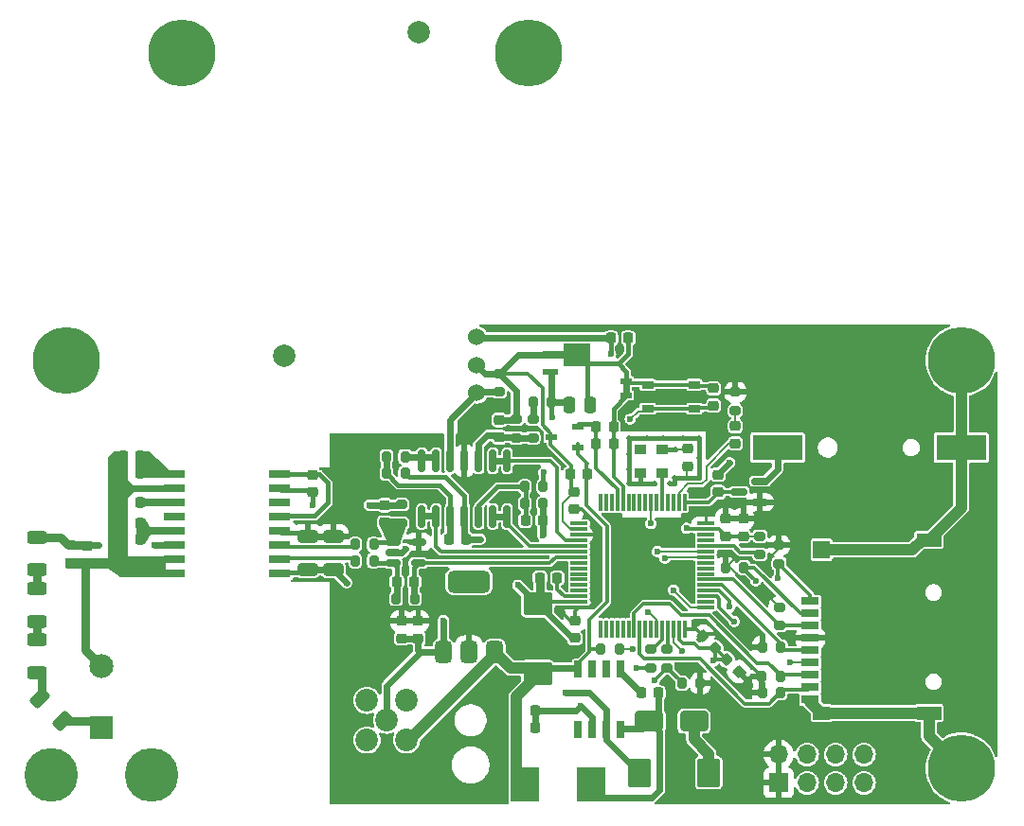
<source format=gbr>
%TF.GenerationSoftware,KiCad,Pcbnew,8.0.5*%
%TF.CreationDate,2024-10-10T02:04:09+09:00*%
%TF.ProjectId,fsk-energymeter,66736b2d-656e-4657-9267-796d65746572,v0.0.1*%
%TF.SameCoordinates,Original*%
%TF.FileFunction,Copper,L1,Top*%
%TF.FilePolarity,Positive*%
%FSLAX46Y46*%
G04 Gerber Fmt 4.6, Leading zero omitted, Abs format (unit mm)*
G04 Created by KiCad (PCBNEW 8.0.5) date 2024-10-10 02:04:09*
%MOMM*%
%LPD*%
G01*
G04 APERTURE LIST*
G04 Aperture macros list*
%AMRoundRect*
0 Rectangle with rounded corners*
0 $1 Rounding radius*
0 $2 $3 $4 $5 $6 $7 $8 $9 X,Y pos of 4 corners*
0 Add a 4 corners polygon primitive as box body*
4,1,4,$2,$3,$4,$5,$6,$7,$8,$9,$2,$3,0*
0 Add four circle primitives for the rounded corners*
1,1,$1+$1,$2,$3*
1,1,$1+$1,$4,$5*
1,1,$1+$1,$6,$7*
1,1,$1+$1,$8,$9*
0 Add four rect primitives between the rounded corners*
20,1,$1+$1,$2,$3,$4,$5,0*
20,1,$1+$1,$4,$5,$6,$7,0*
20,1,$1+$1,$6,$7,$8,$9,0*
20,1,$1+$1,$8,$9,$2,$3,0*%
G04 Aperture macros list end*
%TA.AperFunction,EtchedComponent*%
%ADD10C,0.000000*%
%TD*%
%TA.AperFunction,SMDPad,CuDef*%
%ADD11RoundRect,0.250000X0.625000X-0.312500X0.625000X0.312500X-0.625000X0.312500X-0.625000X-0.312500X0*%
%TD*%
%TA.AperFunction,SMDPad,CuDef*%
%ADD12RoundRect,0.500000X1.400000X-0.500000X1.400000X0.500000X-1.400000X0.500000X-1.400000X-0.500000X0*%
%TD*%
%TA.AperFunction,SMDPad,CuDef*%
%ADD13RoundRect,0.375000X0.375000X-0.625000X0.375000X0.625000X-0.375000X0.625000X-0.375000X-0.625000X0*%
%TD*%
%TA.AperFunction,SMDPad,CuDef*%
%ADD14RoundRect,0.225000X-0.225000X-0.250000X0.225000X-0.250000X0.225000X0.250000X-0.225000X0.250000X0*%
%TD*%
%TA.AperFunction,SMDPad,CuDef*%
%ADD15RoundRect,0.200000X0.200000X0.275000X-0.200000X0.275000X-0.200000X-0.275000X0.200000X-0.275000X0*%
%TD*%
%TA.AperFunction,SMDPad,CuDef*%
%ADD16R,4.500000X2.300000*%
%TD*%
%TA.AperFunction,SMDPad,CuDef*%
%ADD17RoundRect,0.150000X0.587500X0.150000X-0.587500X0.150000X-0.587500X-0.150000X0.587500X-0.150000X0*%
%TD*%
%TA.AperFunction,SMDPad,CuDef*%
%ADD18RoundRect,0.200000X0.275000X-0.200000X0.275000X0.200000X-0.275000X0.200000X-0.275000X-0.200000X0*%
%TD*%
%TA.AperFunction,SMDPad,CuDef*%
%ADD19RoundRect,0.250000X0.650000X-0.325000X0.650000X0.325000X-0.650000X0.325000X-0.650000X-0.325000X0*%
%TD*%
%TA.AperFunction,SMDPad,CuDef*%
%ADD20RoundRect,0.218750X0.256250X-0.218750X0.256250X0.218750X-0.256250X0.218750X-0.256250X-0.218750X0*%
%TD*%
%TA.AperFunction,ComponentPad*%
%ADD21C,3.400000*%
%TD*%
%TA.AperFunction,ConnectorPad*%
%ADD22C,6.000000*%
%TD*%
%TA.AperFunction,SMDPad,CuDef*%
%ADD23RoundRect,0.225000X-0.250000X0.225000X-0.250000X-0.225000X0.250000X-0.225000X0.250000X0.225000X0*%
%TD*%
%TA.AperFunction,SMDPad,CuDef*%
%ADD24RoundRect,0.250000X-0.787500X-1.025000X0.787500X-1.025000X0.787500X1.025000X-0.787500X1.025000X0*%
%TD*%
%TA.AperFunction,SMDPad,CuDef*%
%ADD25RoundRect,0.250000X0.662913X0.220971X0.220971X0.662913X-0.662913X-0.220971X-0.220971X-0.662913X0*%
%TD*%
%TA.AperFunction,ComponentPad*%
%ADD26C,2.025000*%
%TD*%
%TA.AperFunction,SMDPad,CuDef*%
%ADD27R,1.950000X0.650000*%
%TD*%
%TA.AperFunction,SMDPad,CuDef*%
%ADD28RoundRect,0.200000X-0.275000X0.200000X-0.275000X-0.200000X0.275000X-0.200000X0.275000X0.200000X0*%
%TD*%
%TA.AperFunction,SMDPad,CuDef*%
%ADD29RoundRect,0.200000X-0.200000X-0.275000X0.200000X-0.275000X0.200000X0.275000X-0.200000X0.275000X0*%
%TD*%
%TA.AperFunction,SMDPad,CuDef*%
%ADD30R,0.650000X1.528000*%
%TD*%
%TA.AperFunction,SMDPad,CuDef*%
%ADD31RoundRect,0.225000X-0.335876X-0.017678X-0.017678X-0.335876X0.335876X0.017678X0.017678X0.335876X0*%
%TD*%
%TA.AperFunction,SMDPad,CuDef*%
%ADD32R,1.050000X0.650000*%
%TD*%
%TA.AperFunction,SMDPad,CuDef*%
%ADD33R,1.600000X0.700000*%
%TD*%
%TA.AperFunction,SMDPad,CuDef*%
%ADD34R,1.500000X1.200000*%
%TD*%
%TA.AperFunction,SMDPad,CuDef*%
%ADD35R,2.200000X1.200000*%
%TD*%
%TA.AperFunction,SMDPad,CuDef*%
%ADD36R,1.500000X1.600000*%
%TD*%
%TA.AperFunction,SMDPad,CuDef*%
%ADD37RoundRect,0.225000X0.250000X-0.225000X0.250000X0.225000X-0.250000X0.225000X-0.250000X-0.225000X0*%
%TD*%
%TA.AperFunction,SMDPad,CuDef*%
%ADD38RoundRect,0.075000X-0.075000X0.700000X-0.075000X-0.700000X0.075000X-0.700000X0.075000X0.700000X0*%
%TD*%
%TA.AperFunction,SMDPad,CuDef*%
%ADD39RoundRect,0.075000X-0.700000X0.075000X-0.700000X-0.075000X0.700000X-0.075000X0.700000X0.075000X0*%
%TD*%
%TA.AperFunction,SMDPad,CuDef*%
%ADD40R,1.000000X0.600000*%
%TD*%
%TA.AperFunction,ComponentPad*%
%ADD41R,2.150000X2.150000*%
%TD*%
%TA.AperFunction,ComponentPad*%
%ADD42C,2.150000*%
%TD*%
%TA.AperFunction,ComponentPad*%
%ADD43C,4.800000*%
%TD*%
%TA.AperFunction,SMDPad,CuDef*%
%ADD44RoundRect,0.250000X1.025000X-0.787500X1.025000X0.787500X-1.025000X0.787500X-1.025000X-0.787500X0*%
%TD*%
%TA.AperFunction,SMDPad,CuDef*%
%ADD45R,2.550000X3.050000*%
%TD*%
%TA.AperFunction,SMDPad,CuDef*%
%ADD46R,1.400000X0.570000*%
%TD*%
%TA.AperFunction,SMDPad,CuDef*%
%ADD47R,1.900000X0.650000*%
%TD*%
%TA.AperFunction,SMDPad,CuDef*%
%ADD48R,2.450000X2.000000*%
%TD*%
%TA.AperFunction,SMDPad,CuDef*%
%ADD49RoundRect,0.150000X-0.150000X0.825000X-0.150000X-0.825000X0.150000X-0.825000X0.150000X0.825000X0*%
%TD*%
%TA.AperFunction,SMDPad,CuDef*%
%ADD50R,1.000000X0.900000*%
%TD*%
%TA.AperFunction,SMDPad,CuDef*%
%ADD51RoundRect,0.150000X-0.512500X-0.150000X0.512500X-0.150000X0.512500X0.150000X-0.512500X0.150000X0*%
%TD*%
%TA.AperFunction,SMDPad,CuDef*%
%ADD52RoundRect,0.250000X-1.000000X-0.650000X1.000000X-0.650000X1.000000X0.650000X-1.000000X0.650000X0*%
%TD*%
%TA.AperFunction,ComponentPad*%
%ADD53R,1.700000X1.700000*%
%TD*%
%TA.AperFunction,ComponentPad*%
%ADD54O,1.700000X1.700000*%
%TD*%
%TA.AperFunction,ComponentPad*%
%ADD55C,2.000000*%
%TD*%
%TA.AperFunction,ComponentPad*%
%ADD56C,1.524000*%
%TD*%
%TA.AperFunction,SMDPad,CuDef*%
%ADD57RoundRect,0.225000X0.225000X0.250000X-0.225000X0.250000X-0.225000X-0.250000X0.225000X-0.250000X0*%
%TD*%
%TA.AperFunction,SMDPad,CuDef*%
%ADD58RoundRect,0.250000X-0.250000X-0.475000X0.250000X-0.475000X0.250000X0.475000X-0.250000X0.475000X0*%
%TD*%
%TA.AperFunction,SMDPad,CuDef*%
%ADD59R,1.000000X0.500000*%
%TD*%
%TA.AperFunction,ViaPad*%
%ADD60C,0.600000*%
%TD*%
%TA.AperFunction,ViaPad*%
%ADD61C,0.500000*%
%TD*%
%TA.AperFunction,Conductor*%
%ADD62C,0.300000*%
%TD*%
%TA.AperFunction,Conductor*%
%ADD63C,0.400000*%
%TD*%
%TA.AperFunction,Conductor*%
%ADD64C,1.000000*%
%TD*%
%TA.AperFunction,Conductor*%
%ADD65C,0.200000*%
%TD*%
%TA.AperFunction,Conductor*%
%ADD66C,0.600000*%
%TD*%
%TA.AperFunction,Conductor*%
%ADD67C,0.800000*%
%TD*%
%TA.AperFunction,Conductor*%
%ADD68C,0.650000*%
%TD*%
%TA.AperFunction,Conductor*%
%ADD69C,0.350000*%
%TD*%
G04 APERTURE END LIST*
D10*
%TA.AperFunction,EtchedComponent*%
%TO.C,JP1*%
G36*
X135850000Y-80010000D02*
G01*
X135250000Y-80010000D01*
X135250000Y-79180000D01*
X135850000Y-79180000D01*
X135850000Y-80010000D01*
G37*
%TD.AperFunction*%
%TD*%
D11*
%TO.P,R10,1*%
%TO.N,Net-(R10-Pad1)*%
X82900000Y-105025000D03*
%TO.P,R10,2*%
%TO.N,Net-(R10-Pad2)*%
X82900000Y-102100000D03*
%TD*%
D12*
%TO.P,U5,*%
%TO.N,*%
X121500000Y-96900000D03*
D13*
%TO.P,U5,1,GND*%
%TO.N,GND*%
X119200000Y-103200000D03*
%TO.P,U5,2,VO*%
%TO.N,+3V3*%
X121500000Y-103200000D03*
%TO.P,U5,3,VI*%
%TO.N,+5V*%
X123800000Y-103200000D03*
%TD*%
D14*
%TO.P,C4,1*%
%TO.N,HV-*%
X90565000Y-91640000D03*
%TO.P,C4,2*%
%TO.N,Net-(IC1-HLDO_OUT)*%
X92115000Y-91640000D03*
%TD*%
D15*
%TO.P,R18,1*%
%TO.N,+3V3*%
X142175000Y-106000000D03*
%TO.P,R18,2*%
%TO.N,Net-(J2-Pad2)*%
X140525000Y-106000000D03*
%TD*%
D16*
%TO.P,BT1,1,+*%
%TO.N,Net-(BT1-+)*%
X149075000Y-84900000D03*
%TO.P,BT1,2,-*%
%TO.N,GND*%
X165475000Y-84900000D03*
%TD*%
D14*
%TO.P,C33,1*%
%TO.N,+5V*%
X125825000Y-109950000D03*
%TO.P,C33,2*%
%TO.N,GND*%
X127375000Y-109950000D03*
%TD*%
D17*
%TO.P,D1,1*%
%TO.N,+3V3*%
X147500000Y-89800000D03*
%TO.P,D1,2*%
%TO.N,Net-(BT1-+)*%
X147500000Y-87900000D03*
%TO.P,D1,3*%
%TO.N,+BATT*%
X145625000Y-88850000D03*
%TD*%
D18*
%TO.P,R20,1*%
%TO.N,Net-(J2-Pad2)*%
X139200000Y-104600000D03*
%TO.P,R20,2*%
%TO.N,/USB_DP*%
X139200000Y-102950000D03*
%TD*%
D19*
%TO.P,C14,1*%
%TO.N,GND*%
X109350000Y-95780000D03*
%TO.P,C14,2*%
%TO.N,+3V3*%
X109350000Y-92830000D03*
%TD*%
D14*
%TO.P,C11,1*%
%TO.N,Net-(U1D-+)*%
X126525000Y-91400000D03*
%TO.P,C11,2*%
%TO.N,GND*%
X128075000Y-91400000D03*
%TD*%
D20*
%TO.P,D3,1,K*%
%TO.N,/LED*%
X145300000Y-84537500D03*
%TO.P,D3,2,A*%
%TO.N,Net-(D3-A)*%
X145300000Y-82962500D03*
%TD*%
D21*
%TO.P,H5,1,1*%
%TO.N,GND*%
X165500000Y-113600000D03*
D22*
X165500000Y-113600000D03*
%TD*%
D21*
%TO.P,H2,1*%
%TO.N,N/C*%
X95800000Y-49600000D03*
D22*
X95800000Y-49600000D03*
%TD*%
D23*
%TO.P,C30,1*%
%TO.N,+3V3*%
X116950000Y-100425000D03*
%TO.P,C30,2*%
%TO.N,GND*%
X116950000Y-101975000D03*
%TD*%
D24*
%TO.P,C28,1*%
%TO.N,VBUS*%
X136687500Y-114000000D03*
%TO.P,C28,2*%
%TO.N,GND*%
X142912500Y-114000000D03*
%TD*%
D15*
%TO.P,R15,1*%
%TO.N,VBUS*%
X128875000Y-80850000D03*
%TO.P,R15,2*%
%TO.N,Net-(R15-Pad2)*%
X127225000Y-80850000D03*
%TD*%
D23*
%TO.P,C21,1*%
%TO.N,+3V3*%
X144450000Y-91275000D03*
%TO.P,C21,2*%
%TO.N,GND*%
X144450000Y-92825000D03*
%TD*%
D25*
%TO.P,R9,1*%
%TO.N,HV+*%
X85200000Y-109400000D03*
%TO.P,R9,2*%
%TO.N,Net-(R10-Pad1)*%
X83131712Y-107331712D03*
%TD*%
D26*
%TO.P,J2,1,1*%
%TO.N,Net-(J2-Pad1)*%
X112370000Y-107525000D03*
%TO.P,J2,2,2*%
%TO.N,Net-(J2-Pad2)*%
X115910000Y-107525000D03*
%TO.P,J2,3,3*%
%TO.N,+5V*%
X115910000Y-111065000D03*
%TO.P,J2,4,4*%
%TO.N,VBUS*%
X112370000Y-111065000D03*
%TO.P,J2,5,5*%
%TO.N,GND*%
X114140000Y-109295000D03*
%TD*%
D15*
%TO.P,R1,1*%
%TO.N,Net-(U1B--)*%
X115770000Y-85700000D03*
%TO.P,R1,2*%
%TO.N,Net-(U1C-+)*%
X114120000Y-85700000D03*
%TD*%
D27*
%TO.P,IC1,1,DCDC_OUT*%
%TO.N,Net-(IC1-DCDC_OUT)*%
X95125000Y-87300000D03*
%TO.P,IC1,2,DCDC_HGND*%
%TO.N,HV-*%
X95125000Y-88570000D03*
%TO.P,IC1,3,HLDO_IN*%
%TO.N,Net-(IC1-DCDC_OUT)*%
X95125000Y-89840000D03*
%TO.P,IC1,4,NC*%
%TO.N,unconnected-(IC1-NC-Pad4)*%
X95125000Y-91110000D03*
%TO.P,IC1,5,HLDO_OUT*%
%TO.N,Net-(IC1-HLDO_OUT)*%
X95125000Y-92380000D03*
%TO.P,IC1,6,IN*%
%TO.N,Net-(IC1-IN)*%
X95125000Y-93650000D03*
%TO.P,IC1,7,HGND_1*%
%TO.N,HV-*%
X95125000Y-94920000D03*
%TO.P,IC1,8,HGND_2*%
X95125000Y-96190000D03*
%TO.P,IC1,9,GND*%
%TO.N,GND*%
X104575000Y-96190000D03*
%TO.P,IC1,10,OUTN*%
%TO.N,/OUTN*%
X104575000Y-94920000D03*
%TO.P,IC1,11,OUTP*%
%TO.N,/OUTP*%
X104575000Y-93650000D03*
%TO.P,IC1,12,VDD*%
%TO.N,+3V3*%
X104575000Y-92380000D03*
%TO.P,IC1,13,LDO_OUT*%
%TO.N,Net-(IC1-DCDC_IN)*%
X104575000Y-91110000D03*
%TO.P,IC1,14,DIAG*%
%TO.N,unconnected-(IC1-DIAG-Pad14)*%
X104575000Y-89840000D03*
%TO.P,IC1,15,DCDC_GND*%
%TO.N,GND*%
X104575000Y-88570000D03*
%TO.P,IC1,16,DCDC_IN*%
%TO.N,Net-(IC1-DCDC_IN)*%
X104575000Y-87300000D03*
%TD*%
D14*
%TO.P,C25,1*%
%TO.N,/VREF*%
X132850000Y-84550000D03*
%TO.P,C25,2*%
%TO.N,GNDREF*%
X134400000Y-84550000D03*
%TD*%
D23*
%TO.P,C17,1*%
%TO.N,+3V3*%
X141000000Y-85000000D03*
%TO.P,C17,2*%
%TO.N,GND*%
X141000000Y-86550000D03*
%TD*%
D28*
%TO.P,R14,1*%
%TO.N,Net-(IC1-IN)*%
X85900000Y-93640000D03*
%TO.P,R14,2*%
%TO.N,HV-*%
X85900000Y-95290000D03*
%TD*%
D14*
%TO.P,C8,1*%
%TO.N,HV-*%
X90565000Y-89840000D03*
%TO.P,C8,2*%
%TO.N,Net-(IC1-DCDC_OUT)*%
X92115000Y-89840000D03*
%TD*%
%TO.P,C10,1*%
%TO.N,Net-(IC2-VOUT)*%
X134175000Y-75100000D03*
%TO.P,C10,2*%
%TO.N,GND*%
X135725000Y-75100000D03*
%TD*%
%TO.P,C35,1*%
%TO.N,GND*%
X127825000Y-96550000D03*
%TO.P,C35,2*%
%TO.N,Net-(U4-VCAP1)*%
X129375000Y-96550000D03*
%TD*%
D29*
%TO.P,R23,1*%
%TO.N,+3V3*%
X147700000Y-106850000D03*
%TO.P,R23,2*%
%TO.N,/SDIO_D1*%
X149350000Y-106850000D03*
%TD*%
D23*
%TO.P,C31,1*%
%TO.N,+3V3*%
X115450000Y-100425000D03*
%TO.P,C31,2*%
%TO.N,GND*%
X115450000Y-101975000D03*
%TD*%
D30*
%TO.P,IC4,1,CB*%
%TO.N,Net-(IC4-CB)*%
X135055000Y-104739000D03*
%TO.P,IC4,2,NC_1*%
%TO.N,unconnected-(IC4-NC_1-Pad2)*%
X133785000Y-104739000D03*
%TO.P,IC4,3,NC_2*%
%TO.N,unconnected-(IC4-NC_2-Pad3)*%
X132515000Y-104739000D03*
%TO.P,IC4,4,FB*%
%TO.N,+5V*%
X131245000Y-104739000D03*
%TO.P,IC4,5,ON/~{OFF}*%
%TO.N,unconnected-(IC4-ON{slash}~{OFF}-Pad5)*%
X131245000Y-110161000D03*
%TO.P,IC4,6,GND*%
%TO.N,GND*%
X132515000Y-110161000D03*
%TO.P,IC4,7,VIN*%
%TO.N,VBUS*%
X133785000Y-110161000D03*
%TO.P,IC4,8,VSW*%
%TO.N,Net-(D2-K)*%
X135055000Y-110161000D03*
%TD*%
D31*
%TO.P,C20,1*%
%TO.N,+3V3*%
X142403984Y-101753984D03*
%TO.P,C20,2*%
%TO.N,GND*%
X143500000Y-102850000D03*
%TD*%
D29*
%TO.P,R25,1*%
%TO.N,+3V3*%
X147725000Y-102750000D03*
%TO.P,R25,2*%
%TO.N,/SDIO_CK*%
X149375000Y-102750000D03*
%TD*%
D28*
%TO.P,R26,1*%
%TO.N,+3V3*%
X149250000Y-99175000D03*
%TO.P,R26,2*%
%TO.N,/SDIO_CMD*%
X149250000Y-100825000D03*
%TD*%
D15*
%TO.P,R6,1*%
%TO.N,Net-(IC2-VOUT)*%
X128125000Y-88400000D03*
%TO.P,R6,2*%
%TO.N,Net-(U1D-+)*%
X126475000Y-88400000D03*
%TD*%
D29*
%TO.P,R13,1*%
%TO.N,Net-(U3--)*%
X114987500Y-98400000D03*
%TO.P,R13,2*%
%TO.N,/ADC_HV_VOLTAGE*%
X116637500Y-98400000D03*
%TD*%
%TO.P,R24,1*%
%TO.N,+3V3*%
X147675000Y-105350000D03*
%TO.P,R24,2*%
%TO.N,/SDIO_D0*%
X149325000Y-105350000D03*
%TD*%
D32*
%TO.P,SW1,1,1*%
%TO.N,/RST*%
X141625000Y-81425000D03*
X137475000Y-81425000D03*
%TO.P,SW1,2,2*%
%TO.N,GND*%
X141625000Y-79275000D03*
X137475000Y-79275000D03*
%TD*%
D33*
%TO.P,J4,1,DAT2*%
%TO.N,/SDIO_D2*%
X152000000Y-98650000D03*
%TO.P,J4,2,DAT3/CD*%
%TO.N,/SDIO_D3*%
X152000000Y-99750000D03*
%TO.P,J4,3,CMD*%
%TO.N,/SDIO_CMD*%
X152000000Y-100850000D03*
%TO.P,J4,4,VDD*%
%TO.N,+3V3*%
X152000000Y-101950000D03*
%TO.P,J4,5,CLK*%
%TO.N,/SDIO_CK*%
X152000000Y-103050000D03*
%TO.P,J4,6,VSS*%
%TO.N,GND*%
X152000000Y-104150000D03*
%TO.P,J4,7,DAT0*%
%TO.N,/SDIO_D0*%
X152000000Y-105250000D03*
%TO.P,J4,8,DAT1*%
%TO.N,/SDIO_D1*%
X152000000Y-106350000D03*
%TO.P,J4,CD1,CD1*%
%TO.N,GND*%
X152000000Y-107450000D03*
D34*
%TO.P,J4,G1,G1*%
X153000000Y-108650000D03*
D35*
%TO.P,J4,G2,G2*%
X162600000Y-108650000D03*
%TO.P,J4,G3,G3*%
X162600000Y-93150000D03*
D36*
%TO.P,J4,G4,G4*%
X153000000Y-94050000D03*
%TD*%
D23*
%TO.P,C5,1*%
%TO.N,GND*%
X113950000Y-90050000D03*
%TO.P,C5,2*%
%TO.N,Net-(U3-+)*%
X113950000Y-91600000D03*
%TD*%
D37*
%TO.P,C22,1*%
%TO.N,+3V3*%
X130850000Y-90400000D03*
%TO.P,C22,2*%
%TO.N,GND*%
X130850000Y-88850000D03*
%TD*%
D14*
%TO.P,C1,1*%
%TO.N,Net-(U1C-+)*%
X119700000Y-93100000D03*
%TO.P,C1,2*%
%TO.N,GND*%
X121250000Y-93100000D03*
%TD*%
D21*
%TO.P,H3,1*%
%TO.N,N/C*%
X126800000Y-49600000D03*
D22*
X126800000Y-49600000D03*
%TD*%
D11*
%TO.P,R11,1*%
%TO.N,Net-(R10-Pad2)*%
X82900000Y-100450000D03*
%TO.P,R11,2*%
%TO.N,Net-(R11-Pad2)*%
X82900000Y-97525000D03*
%TD*%
D18*
%TO.P,R21,1*%
%TO.N,Net-(D3-A)*%
X145300000Y-81575000D03*
%TO.P,R21,2*%
%TO.N,+3V3*%
X145300000Y-79925000D03*
%TD*%
D37*
%TO.P,C34,1*%
%TO.N,/RST*%
X143350000Y-81150000D03*
%TO.P,C34,2*%
%TO.N,GND*%
X143350000Y-79600000D03*
%TD*%
D28*
%TO.P,R4,1*%
%TO.N,GND*%
X115450000Y-90000000D03*
%TO.P,R4,2*%
%TO.N,Net-(U3-+)*%
X115450000Y-91650000D03*
%TD*%
D38*
%TO.P,U4,1,VBAT*%
%TO.N,+BATT*%
X140750000Y-89775000D03*
%TO.P,U4,2,PC13*%
%TO.N,/LED*%
X140250000Y-89775000D03*
%TO.P,U4,3,PC14*%
%TO.N,unconnected-(U4-PC14-Pad3)*%
X139750000Y-89775000D03*
%TO.P,U4,4,PC15*%
%TO.N,unconnected-(U4-PC15-Pad4)*%
X139250000Y-89775000D03*
%TO.P,U4,5,PH0*%
%TO.N,/OSC_CLK*%
X138750000Y-89775000D03*
%TO.P,U4,6,PH1*%
%TO.N,unconnected-(U4-PH1-Pad6)*%
X138250000Y-89775000D03*
%TO.P,U4,7,NRST*%
%TO.N,/RST*%
X137750000Y-89775000D03*
%TO.P,U4,8,PC0*%
%TO.N,unconnected-(U4-PC0-Pad8)*%
X137250000Y-89775000D03*
%TO.P,U4,9,PC1*%
%TO.N,unconnected-(U4-PC1-Pad9)*%
X136750000Y-89775000D03*
%TO.P,U4,10,PC2*%
%TO.N,unconnected-(U4-PC2-Pad10)*%
X136250000Y-89775000D03*
%TO.P,U4,11,PC3*%
%TO.N,unconnected-(U4-PC3-Pad11)*%
X135750000Y-89775000D03*
%TO.P,U4,12,VSSA*%
%TO.N,GNDREF*%
X135250000Y-89775000D03*
%TO.P,U4,13,VREF+*%
%TO.N,/VREF*%
X134750000Y-89775000D03*
%TO.P,U4,14,PA0*%
%TO.N,unconnected-(U4-PA0-Pad14)*%
X134250000Y-89775000D03*
%TO.P,U4,15,PA1*%
%TO.N,unconnected-(U4-PA1-Pad15)*%
X133750000Y-89775000D03*
%TO.P,U4,16,PA2*%
%TO.N,unconnected-(U4-PA2-Pad16)*%
X133250000Y-89775000D03*
D39*
%TO.P,U4,17,PA3*%
%TO.N,unconnected-(U4-PA3-Pad17)*%
X131325000Y-91700000D03*
%TO.P,U4,18,VSS*%
%TO.N,GND*%
X131325000Y-92200000D03*
%TO.P,U4,19,VDD*%
%TO.N,+3V3*%
X131325000Y-92700000D03*
%TO.P,U4,20,PA4*%
%TO.N,/ADC_LV_VOLTAGE*%
X131325000Y-93200000D03*
%TO.P,U4,21,PA5*%
%TO.N,/ADC_5V_REF*%
X131325000Y-93700000D03*
%TO.P,U4,22,PA6*%
%TO.N,/ADC_HV_CURRENT*%
X131325000Y-94200000D03*
%TO.P,U4,23,PA7*%
%TO.N,/ADC_HV_VOLTAGE*%
X131325000Y-94700000D03*
%TO.P,U4,24,PC4*%
%TO.N,unconnected-(U4-PC4-Pad24)*%
X131325000Y-95200000D03*
%TO.P,U4,25,PC5*%
%TO.N,unconnected-(U4-PC5-Pad25)*%
X131325000Y-95700000D03*
%TO.P,U4,26,PB0*%
%TO.N,unconnected-(U4-PB0-Pad26)*%
X131325000Y-96200000D03*
%TO.P,U4,27,PB1*%
%TO.N,unconnected-(U4-PB1-Pad27)*%
X131325000Y-96700000D03*
%TO.P,U4,28,PB2*%
%TO.N,unconnected-(U4-PB2-Pad28)*%
X131325000Y-97200000D03*
%TO.P,U4,29,PB10*%
%TO.N,unconnected-(U4-PB10-Pad29)*%
X131325000Y-97700000D03*
%TO.P,U4,30,VCAP1*%
%TO.N,Net-(U4-VCAP1)*%
X131325000Y-98200000D03*
%TO.P,U4,31,VSS*%
%TO.N,GND*%
X131325000Y-98700000D03*
%TO.P,U4,32,VDD*%
%TO.N,+3V3*%
X131325000Y-99200000D03*
D38*
%TO.P,U4,33,PB12*%
%TO.N,unconnected-(U4-PB12-Pad33)*%
X133250000Y-101125000D03*
%TO.P,U4,34,PB13*%
%TO.N,unconnected-(U4-PB13-Pad34)*%
X133750000Y-101125000D03*
%TO.P,U4,35,PB14*%
%TO.N,unconnected-(U4-PB14-Pad35)*%
X134250000Y-101125000D03*
%TO.P,U4,36,PB15*%
%TO.N,unconnected-(U4-PB15-Pad36)*%
X134750000Y-101125000D03*
%TO.P,U4,37,PC6*%
%TO.N,unconnected-(U4-PC6-Pad37)*%
X135250000Y-101125000D03*
%TO.P,U4,38,PC7*%
%TO.N,unconnected-(U4-PC7-Pad38)*%
X135750000Y-101125000D03*
%TO.P,U4,39,PC8*%
%TO.N,/SDIO_D0*%
X136250000Y-101125000D03*
%TO.P,U4,40,PC9*%
%TO.N,/SDIO_D1*%
X136750000Y-101125000D03*
%TO.P,U4,41,PA8*%
%TO.N,unconnected-(U4-PA8-Pad41)*%
X137250000Y-101125000D03*
%TO.P,U4,42,PA9*%
%TO.N,/USB_VBUS*%
X137750000Y-101125000D03*
%TO.P,U4,43,PA10*%
%TO.N,/USB_DETECT*%
X138250000Y-101125000D03*
%TO.P,U4,44,PA11*%
%TO.N,/USB_DM*%
X138750000Y-101125000D03*
%TO.P,U4,45,PA12*%
%TO.N,/USB_DP*%
X139250000Y-101125000D03*
%TO.P,U4,46,PA13*%
%TO.N,/SWDIO*%
X139750000Y-101125000D03*
%TO.P,U4,47,VSS*%
%TO.N,GND*%
X140250000Y-101125000D03*
%TO.P,U4,48,VDD*%
%TO.N,+3V3*%
X140750000Y-101125000D03*
D39*
%TO.P,U4,49,PA14*%
%TO.N,/SWCLK*%
X142675000Y-99200000D03*
%TO.P,U4,50,PA15*%
%TO.N,unconnected-(U4-PA15-Pad50)*%
X142675000Y-98700000D03*
%TO.P,U4,51,PC10*%
%TO.N,/SDIO_D2*%
X142675000Y-98200000D03*
%TO.P,U4,52,PC11*%
%TO.N,/SDIO_D3*%
X142675000Y-97700000D03*
%TO.P,U4,53,PC12*%
%TO.N,/SDIO_CK*%
X142675000Y-97200000D03*
%TO.P,U4,54,PD2*%
%TO.N,/SDIO_CMD*%
X142675000Y-96700000D03*
%TO.P,U4,55,PB3*%
%TO.N,unconnected-(U4-PB3-Pad55)*%
X142675000Y-96200000D03*
%TO.P,U4,56,PB4*%
%TO.N,unconnected-(U4-PB4-Pad56)*%
X142675000Y-95700000D03*
%TO.P,U4,57,PB5*%
%TO.N,unconnected-(U4-PB5-Pad57)*%
X142675000Y-95200000D03*
%TO.P,U4,58,PB6*%
%TO.N,/USART1_TX*%
X142675000Y-94700000D03*
%TO.P,U4,59,PB7*%
%TO.N,/USART1_RX*%
X142675000Y-94200000D03*
%TO.P,U4,60,BOOT0*%
%TO.N,/BOOT0*%
X142675000Y-93700000D03*
%TO.P,U4,61,PB8*%
%TO.N,unconnected-(U4-PB8-Pad61)*%
X142675000Y-93200000D03*
%TO.P,U4,62,PB9*%
%TO.N,unconnected-(U4-PB9-Pad62)*%
X142675000Y-92700000D03*
%TO.P,U4,63,VSS*%
%TO.N,GND*%
X142675000Y-92200000D03*
%TO.P,U4,64,VDD*%
%TO.N,+3V3*%
X142675000Y-91700000D03*
%TD*%
D40*
%TO.P,IC3,1,VIN*%
%TO.N,+5V*%
X131250000Y-84900000D03*
%TO.P,IC3,2,VOUT*%
%TO.N,/VREF*%
X131250000Y-82990000D03*
%TO.P,IC3,3,GND*%
%TO.N,GND*%
X128850000Y-83945000D03*
%TD*%
D31*
%TO.P,C36,1*%
%TO.N,GND*%
X144503984Y-103853984D03*
%TO.P,C36,2*%
%TO.N,+3V3*%
X145600000Y-104950000D03*
%TD*%
D41*
%TO.P,J1,1,1*%
%TO.N,HV+*%
X88650000Y-109950000D03*
D42*
%TO.P,J1,2,2*%
%TO.N,HV-*%
X88650000Y-104450000D03*
D43*
%TO.P,J1,3,3*%
%TO.N,unconnected-(J1-Pad3)*%
X93150000Y-114150000D03*
%TO.P,J1,4,4*%
%TO.N,unconnected-(J1-Pad4)*%
X84150000Y-114150000D03*
%TD*%
D44*
%TO.P,C29,1*%
%TO.N,+5V*%
X127650000Y-105112500D03*
%TO.P,C29,2*%
%TO.N,GND*%
X127650000Y-98887500D03*
%TD*%
D14*
%TO.P,C15,1*%
%TO.N,Net-(U3--)*%
X115037500Y-96900000D03*
%TO.P,C15,2*%
%TO.N,/ADC_HV_VOLTAGE*%
X116587500Y-96900000D03*
%TD*%
D37*
%TO.P,C12,1*%
%TO.N,HV-*%
X87390000Y-95240000D03*
%TO.P,C12,2*%
%TO.N,Net-(IC1-IN)*%
X87390000Y-93690000D03*
%TD*%
D45*
%TO.P,L1,1*%
%TO.N,+5V*%
X126500000Y-115050000D03*
%TO.P,L1,2*%
%TO.N,Net-(D2-K)*%
X132400000Y-115050000D03*
%TD*%
D14*
%TO.P,C7,1*%
%TO.N,HV-*%
X90565000Y-93100000D03*
%TO.P,C7,2*%
%TO.N,Net-(IC1-HLDO_OUT)*%
X92115000Y-93100000D03*
%TD*%
D46*
%TO.P,IC2,1,VOUT*%
%TO.N,Net-(IC2-VOUT)*%
X128725000Y-75100000D03*
D47*
%TO.P,IC2,2,GND_1*%
%TO.N,GND*%
X128975000Y-76600000D03*
D46*
%TO.P,IC2,3,VIN*%
%TO.N,VBUS*%
X128725000Y-78100000D03*
D48*
%TO.P,IC2,4,GND_2*%
%TO.N,GND*%
X131150000Y-76600000D03*
%TD*%
D29*
%TO.P,R5,1*%
%TO.N,/OUTP*%
X111325000Y-93560000D03*
%TO.P,R5,2*%
%TO.N,Net-(U3-+)*%
X112975000Y-93560000D03*
%TD*%
D28*
%TO.P,R16,1*%
%TO.N,Net-(R15-Pad2)*%
X127200000Y-82375000D03*
%TO.P,R16,2*%
%TO.N,Net-(U1A-+)*%
X127200000Y-84025000D03*
%TD*%
D49*
%TO.P,U1,1*%
%TO.N,/ADC_LV_VOLTAGE*%
X124900000Y-86100000D03*
%TO.P,U1,2,-*%
X123630000Y-86100000D03*
%TO.P,U1,3,+*%
%TO.N,Net-(U1A-+)*%
X122360000Y-86100000D03*
%TO.P,U1,4,V+*%
%TO.N,+3V3*%
X121090000Y-86100000D03*
%TO.P,U1,5,+*%
%TO.N,Net-(U1B-+)*%
X119820000Y-86100000D03*
%TO.P,U1,6,-*%
%TO.N,Net-(U1B--)*%
X118550000Y-86100000D03*
%TO.P,U1,7*%
X117280000Y-86100000D03*
%TO.P,U1,8*%
%TO.N,/ADC_HV_CURRENT*%
X117280000Y-91050000D03*
%TO.P,U1,9,-*%
X118550000Y-91050000D03*
%TO.P,U1,10,+*%
%TO.N,Net-(U1C-+)*%
X119820000Y-91050000D03*
%TO.P,U1,11,V-*%
%TO.N,GND*%
X121090000Y-91050000D03*
%TO.P,U1,12,+*%
%TO.N,Net-(U1D-+)*%
X122360000Y-91050000D03*
%TO.P,U1,13,-*%
%TO.N,/ADC_5V_REF*%
X123630000Y-91050000D03*
%TO.P,U1,14*%
X124900000Y-91050000D03*
%TD*%
D23*
%TO.P,C18,1*%
%TO.N,+3V3*%
X146000000Y-91275000D03*
%TO.P,C18,2*%
%TO.N,GND*%
X146000000Y-92825000D03*
%TD*%
D28*
%TO.P,R28,1*%
%TO.N,+3V3*%
X149200000Y-93625000D03*
%TO.P,R28,2*%
%TO.N,/SDIO_D2*%
X149200000Y-95275000D03*
%TD*%
D23*
%TO.P,C6,1*%
%TO.N,Net-(IC1-DCDC_IN)*%
X107500000Y-87325000D03*
%TO.P,C6,2*%
%TO.N,GND*%
X107500000Y-88875000D03*
%TD*%
D29*
%TO.P,R22,1*%
%TO.N,+5V*%
X133275000Y-102900000D03*
%TO.P,R22,2*%
%TO.N,/USB_DETECT*%
X134925000Y-102900000D03*
%TD*%
D50*
%TO.P,X1,1,EN*%
%TO.N,unconnected-(X1-EN-Pad1)*%
X136825000Y-85050000D03*
%TO.P,X1,2,GND*%
%TO.N,GND*%
X136825000Y-87150000D03*
%TO.P,X1,3,OUT*%
%TO.N,/OSC_CLK*%
X138725000Y-87150000D03*
%TO.P,X1,4,Vdd*%
%TO.N,+3V3*%
X138725000Y-85050000D03*
%TD*%
D37*
%TO.P,C26,1*%
%TO.N,+BATT*%
X143750000Y-88875000D03*
%TO.P,C26,2*%
%TO.N,GND*%
X143750000Y-87325000D03*
%TD*%
D51*
%TO.P,U3,1,+*%
%TO.N,Net-(U3-+)*%
X114687500Y-93340000D03*
%TO.P,U3,2,V-*%
%TO.N,GND*%
X114687500Y-94290000D03*
%TO.P,U3,3,-*%
%TO.N,Net-(U3--)*%
X114687500Y-95240000D03*
%TO.P,U3,4*%
%TO.N,/ADC_HV_VOLTAGE*%
X116962500Y-95240000D03*
%TO.P,U3,5,V+*%
%TO.N,+3V3*%
X116962500Y-93340000D03*
%TD*%
D52*
%TO.P,D2,1,K*%
%TO.N,Net-(D2-K)*%
X137600000Y-109400000D03*
%TO.P,D2,2,A*%
%TO.N,GND*%
X141600000Y-109400000D03*
%TD*%
D29*
%TO.P,R8,1*%
%TO.N,Net-(U1D-+)*%
X126475000Y-89900000D03*
%TO.P,R8,2*%
%TO.N,GND*%
X128125000Y-89900000D03*
%TD*%
D53*
%TO.P,J3,1,Pin_1*%
%TO.N,+3V3*%
X149170000Y-114900000D03*
D54*
%TO.P,J3,2,Pin_2*%
%TO.N,/USART1_RX*%
X151710000Y-114900000D03*
%TO.P,J3,3,Pin_3*%
%TO.N,/USART1_TX*%
X154250000Y-114900000D03*
%TO.P,J3,4,Pin_4*%
%TO.N,GND*%
X156790000Y-114900000D03*
%TO.P,J3,5,Pin_5*%
%TO.N,+3V3*%
X149170000Y-112360000D03*
%TO.P,J3,6,Pin_6*%
%TO.N,/SWCLK*%
X151710000Y-112360000D03*
%TO.P,J3,7,Pin_7*%
%TO.N,/SWDIO*%
X154250000Y-112360000D03*
%TO.P,J3,8,Pin_8*%
%TO.N,GND*%
X156790000Y-112360000D03*
%TD*%
D14*
%TO.P,C32,1*%
%TO.N,+5V*%
X125825000Y-108450000D03*
%TO.P,C32,2*%
%TO.N,GND*%
X127375000Y-108450000D03*
%TD*%
D28*
%TO.P,R19,1*%
%TO.N,/USB_DM*%
X137700000Y-102950000D03*
%TO.P,R19,2*%
%TO.N,Net-(J2-Pad1)*%
X137700000Y-104600000D03*
%TD*%
D55*
%TO.P,U2,*%
%TO.N,*%
X105000000Y-76700000D03*
X117000000Y-47700000D03*
D56*
%TO.P,U2,1,VOUT*%
%TO.N,Net-(U1B-+)*%
X122200000Y-80000000D03*
%TO.P,U2,2,GND*%
%TO.N,GND*%
X122200000Y-77500000D03*
%TO.P,U2,3,VCC*%
%TO.N,Net-(IC2-VOUT)*%
X122200000Y-75000000D03*
%TD*%
D57*
%TO.P,C23,1*%
%TO.N,+5V*%
X132100000Y-87300000D03*
%TO.P,C23,2*%
%TO.N,GND*%
X130550000Y-87300000D03*
%TD*%
D28*
%TO.P,R3,1*%
%TO.N,GND*%
X124200000Y-78275000D03*
%TO.P,R3,2*%
%TO.N,Net-(U1B-+)*%
X124200000Y-79925000D03*
%TD*%
D37*
%TO.P,C16,1*%
%TO.N,Net-(U1A-+)*%
X124200000Y-83975000D03*
%TO.P,C16,2*%
%TO.N,GND*%
X124200000Y-82425000D03*
%TD*%
D21*
%TO.P,H4,1,1*%
%TO.N,GND*%
X165500000Y-77100000D03*
D22*
X165500000Y-77100000D03*
%TD*%
D23*
%TO.P,C19,1*%
%TO.N,+3V3*%
X130950000Y-100400000D03*
%TO.P,C19,2*%
%TO.N,GND*%
X130950000Y-101950000D03*
%TD*%
D18*
%TO.P,R17,1*%
%TO.N,Net-(U1A-+)*%
X125700000Y-84025000D03*
%TO.P,R17,2*%
%TO.N,GND*%
X125700000Y-82375000D03*
%TD*%
%TO.P,R29,1*%
%TO.N,/BOOT0*%
X147500000Y-94475000D03*
%TO.P,R29,2*%
%TO.N,GND*%
X147500000Y-92825000D03*
%TD*%
D14*
%TO.P,C2,1*%
%TO.N,HV-*%
X90570000Y-85690000D03*
%TO.P,C2,2*%
%TO.N,Net-(IC1-DCDC_OUT)*%
X92120000Y-85690000D03*
%TD*%
%TO.P,C24,1*%
%TO.N,/VREF*%
X132850000Y-83050000D03*
%TO.P,C24,2*%
%TO.N,GNDREF*%
X134400000Y-83050000D03*
%TD*%
D11*
%TO.P,R12,1*%
%TO.N,Net-(R11-Pad2)*%
X82900000Y-95837500D03*
%TO.P,R12,2*%
%TO.N,Net-(IC1-IN)*%
X82900000Y-92912500D03*
%TD*%
D14*
%TO.P,C3,1*%
%TO.N,HV-*%
X90570000Y-87150000D03*
%TO.P,C3,2*%
%TO.N,Net-(IC1-DCDC_OUT)*%
X92120000Y-87150000D03*
%TD*%
D19*
%TO.P,C13,1*%
%TO.N,GND*%
X107050000Y-95780000D03*
%TO.P,C13,2*%
%TO.N,+3V3*%
X107050000Y-92830000D03*
%TD*%
D57*
%TO.P,C27,1*%
%TO.N,Net-(D2-K)*%
X138400000Y-106850000D03*
%TO.P,C27,2*%
%TO.N,Net-(IC4-CB)*%
X136850000Y-106850000D03*
%TD*%
D15*
%TO.P,R7,1*%
%TO.N,Net-(U3--)*%
X112975000Y-95020000D03*
%TO.P,R7,2*%
%TO.N,/OUTN*%
X111325000Y-95020000D03*
%TD*%
D21*
%TO.P,H1,1*%
%TO.N,N/C*%
X85500000Y-77100000D03*
D22*
X85500000Y-77100000D03*
%TD*%
D58*
%TO.P,C9,1*%
%TO.N,VBUS*%
X130450000Y-81050000D03*
%TO.P,C9,2*%
%TO.N,GND*%
X132350000Y-81050000D03*
%TD*%
D29*
%TO.P,R2,1*%
%TO.N,Net-(U1C-+)*%
X114120000Y-87200000D03*
%TO.P,R2,2*%
%TO.N,GND*%
X115770000Y-87200000D03*
%TD*%
D59*
%TO.P,JP1,1,A*%
%TO.N,GND*%
X135550000Y-78950000D03*
%TO.P,JP1,2,B*%
%TO.N,GNDREF*%
X135550000Y-80250000D03*
%TD*%
D29*
%TO.P,R27,1*%
%TO.N,+3V3*%
X144425000Y-95650000D03*
%TO.P,R27,2*%
%TO.N,/SDIO_D3*%
X146075000Y-95650000D03*
%TD*%
D60*
%TO.N,/SDIO_D3*%
X147125000Y-96825000D03*
X144800000Y-99150000D03*
%TO.N,/SDIO_D2*%
X149100000Y-96600000D03*
X145200000Y-100450000D03*
%TO.N,GND*%
X119200000Y-100350000D03*
D61*
X135825000Y-84050000D03*
D60*
X122500000Y-93100000D03*
D61*
X135825000Y-88150000D03*
X140975000Y-87600000D03*
D60*
X110560000Y-96990000D03*
X112550000Y-90050000D03*
D61*
X139825000Y-87600000D03*
D60*
X128050000Y-92750000D03*
X131500000Y-108000000D03*
D61*
X138875000Y-84050000D03*
X135825000Y-86850000D03*
X142075000Y-85850000D03*
X142075000Y-87600000D03*
D60*
X115800000Y-93950000D03*
X150200000Y-104150000D03*
D61*
X138100000Y-88150000D03*
D60*
X140950000Y-92125000D03*
D61*
X136825000Y-88150000D03*
D60*
X144800000Y-86250000D03*
D61*
X137375000Y-84050000D03*
D60*
X143350000Y-103950000D03*
D61*
X139400000Y-88150000D03*
D60*
X107470000Y-90050000D03*
D61*
X142075000Y-84050000D03*
X135825000Y-85450000D03*
X140575000Y-84050000D03*
D60*
X125850000Y-97200000D03*
X142225000Y-111625000D03*
%TO.N,+3V3*%
X150500000Y-101950000D03*
X118600000Y-84100000D03*
X146350000Y-106100000D03*
X129700000Y-99550000D03*
X147700000Y-109000000D03*
X146300000Y-101450000D03*
D61*
X139900000Y-85050000D03*
D60*
X121100000Y-84100000D03*
X121500000Y-101100000D03*
X135300000Y-96150000D03*
X139900000Y-82850000D03*
%TO.N,VBUS*%
X130150000Y-106850000D03*
X128900000Y-82200000D03*
%TO.N,/USB_DETECT*%
X137450000Y-99650000D03*
X136100000Y-102900000D03*
%TO.N,/SWCLK*%
X139750000Y-97650000D03*
%TO.N,/SWDIO*%
X140493140Y-103091157D03*
%TO.N,/RST*%
X135900000Y-82350000D03*
X137750000Y-91700000D03*
%TO.N,/USART1_TX*%
X139000000Y-94800000D03*
%TO.N,/USART1_RX*%
X138300000Y-94200000D03*
%TO.N,Net-(IC1-DCDC_OUT)*%
X93350000Y-87300000D03*
X93350000Y-89840000D03*
%TO.N,Net-(IC2-VOUT)*%
X128150000Y-87100000D03*
X134150000Y-76550000D03*
%TO.N,Net-(IC1-IN)*%
X93380000Y-93650000D03*
X88400000Y-93650000D03*
%TO.N,Net-(J2-Pad2)*%
X138100000Y-105700000D03*
%TO.N,Net-(J2-Pad1)*%
X136450000Y-104600000D03*
%TD*%
D62*
%TO.N,/SDIO_D3*%
X144800000Y-99150000D02*
X144800000Y-98649999D01*
X144800000Y-98649999D02*
X143850001Y-97700000D01*
X151081324Y-99750000D02*
X146981324Y-95650000D01*
X146981324Y-95650000D02*
X146075000Y-95650000D01*
X143850001Y-97700000D02*
X142675000Y-97700000D01*
X152000000Y-99750000D02*
X151081324Y-99750000D01*
X147125000Y-96825000D02*
X146075000Y-95775000D01*
%TO.N,/SDIO_D0*%
X147250000Y-104200000D02*
X142950000Y-99900000D01*
X142950000Y-99900000D02*
X140450000Y-99900000D01*
X136250000Y-99750000D02*
X136250000Y-101125000D01*
X140450000Y-99900000D02*
X139450000Y-98900000D01*
X137100000Y-98900000D02*
X136250000Y-99750000D01*
X152000000Y-105250000D02*
X149325000Y-105250000D01*
X148275000Y-104200000D02*
X147250000Y-104200000D01*
X139450000Y-98900000D02*
X137100000Y-98900000D01*
X149325000Y-105250000D02*
X148275000Y-104200000D01*
%TO.N,/SDIO_D2*%
X143642894Y-98200000D02*
X142675000Y-98200000D01*
X149100000Y-96600000D02*
X149100000Y-95348528D01*
X152000000Y-98650000D02*
X152000000Y-98075000D01*
X145125777Y-100450000D02*
X143846785Y-99171008D01*
X152000000Y-98075000D02*
X149200000Y-95275000D01*
X143846785Y-99171008D02*
X143846785Y-98403891D01*
X145200000Y-100450000D02*
X145125777Y-100450000D01*
X143846785Y-98403891D02*
X143642894Y-98200000D01*
%TO.N,GND*%
X144450000Y-92825000D02*
X145950000Y-92825000D01*
D63*
X134850000Y-77400000D02*
X135550000Y-78100000D01*
D62*
X140600000Y-102450000D02*
X140250000Y-102100000D01*
D64*
X141600000Y-111000000D02*
X141600000Y-109400000D01*
D65*
X143500000Y-103800000D02*
X143350000Y-103950000D01*
D62*
X128050000Y-82845000D02*
X128800000Y-83595000D01*
D66*
X127375000Y-109950000D02*
X127375000Y-108450000D01*
D62*
X137475000Y-79275000D02*
X141625000Y-79275000D01*
D64*
X165475000Y-84900000D02*
X165475000Y-90275000D01*
D66*
X114687500Y-94290000D02*
X115460000Y-94290000D01*
X132515000Y-110011000D02*
X132515000Y-109015000D01*
D63*
X131950000Y-77400000D02*
X134850000Y-77400000D01*
X136825000Y-88150000D02*
X138100000Y-88150000D01*
X136825000Y-88150000D02*
X136825000Y-87150000D01*
D66*
X113950000Y-90050000D02*
X112550000Y-90050000D01*
D64*
X142912500Y-114000000D02*
X142912500Y-112312500D01*
D63*
X139825000Y-87600000D02*
X139825000Y-88125000D01*
X119400000Y-87550000D02*
X121090000Y-89240000D01*
D66*
X121090000Y-91050000D02*
X121090000Y-92725000D01*
X107560000Y-95780000D02*
X109860000Y-95780000D01*
D62*
X143500000Y-102850000D02*
X143500000Y-103800000D01*
D63*
X139800000Y-88150000D02*
X139400000Y-88150000D01*
D62*
X141650000Y-102450000D02*
X140600000Y-102450000D01*
D63*
X135725000Y-76525000D02*
X135725000Y-75100000D01*
X107470000Y-88855000D02*
X107470000Y-90050000D01*
D62*
X128050000Y-79600000D02*
X128050000Y-82845000D01*
D66*
X117150000Y-103200000D02*
X119200000Y-103200000D01*
X124200000Y-78275000D02*
X125700000Y-79775000D01*
D63*
X116120000Y-87550000D02*
X119400000Y-87550000D01*
D62*
X140250000Y-102100000D02*
X140250000Y-101125000D01*
D65*
X143507968Y-103950000D02*
X143350000Y-103950000D01*
D64*
X153000000Y-94050000D02*
X161100000Y-94050000D01*
D65*
X115770000Y-87200000D02*
X116120000Y-87550000D01*
D62*
X143150000Y-79400000D02*
X141750000Y-79400000D01*
D66*
X128975000Y-76600000D02*
X125875000Y-76600000D01*
D62*
X143825000Y-92200000D02*
X144450000Y-92825000D01*
D65*
X130850000Y-88850000D02*
X129850000Y-89850000D01*
D63*
X135550000Y-78100000D02*
X135550000Y-78950000D01*
D66*
X125700000Y-82400000D02*
X124425000Y-82400000D01*
X116950000Y-101975000D02*
X116950000Y-103000000D01*
D65*
X146000000Y-92825000D02*
X147500000Y-92825000D01*
D66*
X128075000Y-91400000D02*
X128075000Y-92725000D01*
X122200000Y-77500000D02*
X122950000Y-78250000D01*
D65*
X128075000Y-92725000D02*
X128050000Y-92750000D01*
D63*
X107055000Y-88700000D02*
X104705000Y-88700000D01*
D64*
X142912500Y-112312500D02*
X141600000Y-111000000D01*
D63*
X132100000Y-77550000D02*
X131150000Y-76600000D01*
X139825000Y-87600000D02*
X142075000Y-87600000D01*
D62*
X141025000Y-92200000D02*
X142675000Y-92200000D01*
D66*
X122950000Y-78250000D02*
X124175000Y-78250000D01*
D64*
X161100000Y-94050000D02*
X162000000Y-93150000D01*
D62*
X144503984Y-103853984D02*
X143446016Y-103853984D01*
D65*
X116950000Y-103000000D02*
X117150000Y-103200000D01*
D62*
X130650000Y-86475000D02*
X130650000Y-88650000D01*
D66*
X143750000Y-87300000D02*
X144800000Y-86250000D01*
D63*
X138875000Y-84050000D02*
X142075000Y-84050000D01*
D64*
X153000000Y-108650000D02*
X162600000Y-108650000D01*
D65*
X143446016Y-103853984D02*
X143350000Y-103950000D01*
D64*
X152000000Y-107650000D02*
X153000000Y-108650000D01*
D66*
X114150000Y-109285000D02*
X114150000Y-106200000D01*
D62*
X135700000Y-79100000D02*
X137300000Y-79100000D01*
D66*
X115450000Y-101975000D02*
X116950000Y-101975000D01*
X132515000Y-109015000D02*
X131500000Y-108000000D01*
D63*
X134850000Y-77400000D02*
X135725000Y-76525000D01*
D65*
X129850000Y-89850000D02*
X129850000Y-91532410D01*
X140975000Y-87600000D02*
X140975000Y-86850000D01*
D63*
X135825000Y-84050000D02*
X138875000Y-84050000D01*
D62*
X142050000Y-102850000D02*
X141650000Y-102450000D01*
D63*
X142075000Y-87600000D02*
X142075000Y-84050000D01*
X132100000Y-80800000D02*
X132100000Y-77550000D01*
D66*
X131050000Y-108450000D02*
X131500000Y-108000000D01*
X113950000Y-90050000D02*
X115400000Y-90050000D01*
X127375000Y-108450000D02*
X131050000Y-108450000D01*
X125700000Y-79775000D02*
X125700000Y-82400000D01*
D62*
X124200000Y-78275000D02*
X126725000Y-78275000D01*
D66*
X128075000Y-91400000D02*
X128075000Y-89950000D01*
D64*
X162600000Y-110700000D02*
X162600000Y-108650000D01*
D62*
X128800000Y-84625000D02*
X130650000Y-86475000D01*
D66*
X109350000Y-95780000D02*
X110560000Y-96990000D01*
D65*
X130517590Y-92200000D02*
X131325000Y-92200000D01*
D62*
X143500000Y-102850000D02*
X144503984Y-103853984D01*
D66*
X127537500Y-98887500D02*
X125850000Y-97200000D01*
D64*
X165500000Y-77100000D02*
X165500000Y-84875000D01*
D67*
X127825000Y-96550000D02*
X127825000Y-98275000D01*
D63*
X121090000Y-89240000D02*
X121090000Y-91050000D01*
D65*
X129850000Y-91532410D02*
X130517590Y-92200000D01*
D62*
X131325000Y-98700000D02*
X127837500Y-98700000D01*
X140950000Y-92125000D02*
X141025000Y-92200000D01*
D65*
X150200000Y-104150000D02*
X152000000Y-104150000D01*
D66*
X125875000Y-76600000D02*
X124200000Y-78275000D01*
D64*
X165500000Y-113600000D02*
X162600000Y-110700000D01*
D62*
X128800000Y-83595000D02*
X128800000Y-84625000D01*
D66*
X119200000Y-103200000D02*
X119200000Y-100350000D01*
D63*
X135825000Y-88150000D02*
X135825000Y-84050000D01*
D62*
X142675000Y-92200000D02*
X143825000Y-92200000D01*
D64*
X165475000Y-90275000D02*
X162600000Y-93150000D01*
D66*
X114150000Y-106200000D02*
X117150000Y-103200000D01*
D62*
X142050000Y-102850000D02*
X143500000Y-102850000D01*
D66*
X115460000Y-94290000D02*
X115800000Y-93950000D01*
X121250000Y-93100000D02*
X122500000Y-93100000D01*
D63*
X136825000Y-88150000D02*
X135825000Y-88150000D01*
X104665000Y-96100000D02*
X107060000Y-96100000D01*
D66*
X130712500Y-101950000D02*
X127650000Y-98887500D01*
D62*
X126725000Y-78275000D02*
X128050000Y-79600000D01*
%TO.N,/SDIO_CK*%
X149325000Y-103050000D02*
X152000000Y-103050000D01*
X149325000Y-102425000D02*
X144100000Y-97200000D01*
X144100000Y-97200000D02*
X142675000Y-97200000D01*
D65*
%TO.N,+3V3*%
X130950000Y-100400000D02*
X130550000Y-100400000D01*
D62*
X133000000Y-98450000D02*
X132250000Y-99200000D01*
X133000000Y-92200000D02*
X133000000Y-91850000D01*
D63*
X104695000Y-92500000D02*
X106990000Y-92500000D01*
D62*
X131550000Y-90400000D02*
X130850000Y-90400000D01*
D65*
X144425000Y-95650000D02*
X145200000Y-94875000D01*
X147525000Y-98350000D02*
X144825000Y-95650000D01*
X145200000Y-94875000D02*
X146712352Y-94875000D01*
D62*
X130550000Y-100400000D02*
X129700000Y-99550000D01*
D63*
X138725000Y-85050000D02*
X139900000Y-85050000D01*
D65*
X147012352Y-95175000D02*
X147987648Y-95175000D01*
D62*
X147273008Y-105050000D02*
X147473008Y-105250000D01*
D66*
X107050000Y-92830000D02*
X109350000Y-92830000D01*
D62*
X147675000Y-105250000D02*
X147675000Y-106725000D01*
D65*
X146712352Y-94875000D02*
X147012352Y-95175000D01*
D62*
X130950000Y-100400000D02*
X130950000Y-99575000D01*
X133000000Y-96150000D02*
X133000000Y-98450000D01*
D65*
X149200000Y-93962648D02*
X149200000Y-93625000D01*
D62*
X145900000Y-105250000D02*
X146100000Y-105050000D01*
X121500000Y-101100000D02*
X121500000Y-103200000D01*
D65*
X144825000Y-95650000D02*
X144425000Y-95650000D01*
D62*
X140750000Y-101125000D02*
X141775000Y-101125000D01*
D65*
X149250000Y-99175000D02*
X148425000Y-98350000D01*
X139900000Y-85050000D02*
X141150000Y-85050000D01*
D62*
X141775000Y-101125000D02*
X142403984Y-101753984D01*
X142553984Y-101553984D02*
X143776992Y-101553984D01*
D65*
X148425000Y-98350000D02*
X147525000Y-98350000D01*
D62*
X133000000Y-96150000D02*
X133000000Y-92200000D01*
D65*
X147987648Y-95175000D02*
X149200000Y-93962648D01*
X152000000Y-101950000D02*
X150500000Y-101950000D01*
D62*
X133000000Y-91850000D02*
X131550000Y-90400000D01*
X130950000Y-99575000D02*
X131325000Y-99200000D01*
X143776992Y-101553984D02*
X147473008Y-105250000D01*
D65*
X146300000Y-101450000D02*
X146425000Y-101450000D01*
D62*
X133000000Y-92700000D02*
X131325000Y-92700000D01*
D65*
X145600000Y-104950000D02*
X145900000Y-105250000D01*
D62*
X132250000Y-99200000D02*
X131325000Y-99200000D01*
%TO.N,/SDIO_D1*%
X136750000Y-101125000D02*
X136750000Y-103350709D01*
X136750000Y-103350709D02*
X137149291Y-103750000D01*
X146150000Y-107800000D02*
X148300000Y-107800000D01*
X148300000Y-107800000D02*
X149350000Y-106750000D01*
X137149291Y-103750000D02*
X142100000Y-103750000D01*
X151800000Y-106550000D02*
X149550000Y-106550000D01*
X142100000Y-103750000D02*
X146150000Y-107800000D01*
%TO.N,/SDIO_CMD*%
X149250000Y-100825000D02*
X145125000Y-96700000D01*
X145125000Y-96700000D02*
X142675000Y-96700000D01*
X152000000Y-100850000D02*
X149275000Y-100850000D01*
%TO.N,+5V*%
X133800000Y-91900000D02*
X131950000Y-90050000D01*
X132250000Y-103200000D02*
X131245000Y-104205000D01*
D66*
X131245000Y-104589000D02*
X127736000Y-104589000D01*
D62*
X132250000Y-101650000D02*
X132250000Y-103200000D01*
X132250000Y-101650000D02*
X132250000Y-100276128D01*
D65*
X131950000Y-86375000D02*
X132025000Y-86300000D01*
D64*
X125750000Y-107150000D02*
X125750000Y-114300000D01*
X125225000Y-104625000D02*
X123800000Y-103200000D01*
D65*
X132250000Y-101650000D02*
X132250000Y-102900000D01*
D64*
X127700000Y-105200000D02*
X125750000Y-107150000D01*
D62*
X133800000Y-98726128D02*
X133800000Y-91900000D01*
X131200000Y-84550000D02*
X131200000Y-85475000D01*
X132250000Y-102900000D02*
X133275000Y-102900000D01*
X132250000Y-100276128D02*
X133800000Y-98726128D01*
X131950000Y-90050000D02*
X131950000Y-86375000D01*
X131200000Y-85475000D02*
X132025000Y-86300000D01*
D64*
X127700000Y-104625000D02*
X125225000Y-104625000D01*
X116155280Y-111065000D02*
X123800000Y-103420280D01*
D63*
%TO.N,VBUS*%
X128875000Y-80850000D02*
X128875000Y-82175000D01*
D66*
X133785000Y-111097500D02*
X133785000Y-110011000D01*
D65*
X128875000Y-82175000D02*
X128900000Y-82200000D01*
D66*
X136687500Y-114000000D02*
X133785000Y-111097500D01*
X128875000Y-80850000D02*
X130250000Y-80850000D01*
X132250000Y-106850000D02*
X133785000Y-108385000D01*
X133785000Y-108385000D02*
X133785000Y-109572000D01*
X130150000Y-106850000D02*
X132250000Y-106850000D01*
X128875000Y-80850000D02*
X128875000Y-78250000D01*
%TO.N,Net-(IC4-CB)*%
X135055000Y-105055000D02*
X136850000Y-106850000D01*
%TO.N,Net-(D2-K)*%
X133350000Y-116000000D02*
X133600000Y-116250000D01*
X133600000Y-116250000D02*
X137800000Y-116250000D01*
X138500000Y-115550000D02*
X138500000Y-110300000D01*
D65*
X138450000Y-110250000D02*
X137600000Y-109400000D01*
D66*
X138500000Y-110300000D02*
X137600000Y-109400000D01*
X137800000Y-116250000D02*
X138500000Y-115550000D01*
X138400000Y-106850000D02*
X138400000Y-108600000D01*
X135055000Y-110011000D02*
X136939000Y-110011000D01*
D67*
%TO.N,HV-*%
X87190000Y-102990000D02*
X88650000Y-104450000D01*
X87190000Y-95240000D02*
X87190000Y-102990000D01*
D66*
%TO.N,Net-(BT1-+)*%
X147500000Y-87900000D02*
X148000000Y-87900000D01*
X148000000Y-87900000D02*
X149075000Y-86825000D01*
X149075000Y-86825000D02*
X149075000Y-84900000D01*
D67*
%TO.N,HV+*%
X85200000Y-109400000D02*
X88100000Y-109400000D01*
D62*
%TO.N,/BOOT0*%
X147275000Y-94250000D02*
X145725000Y-94250000D01*
X145175000Y-93700000D02*
X142675000Y-93700000D01*
X145725000Y-94250000D02*
X145175000Y-93700000D01*
%TO.N,/USB_DP*%
X139250000Y-101125000D02*
X139250000Y-102650000D01*
%TO.N,/USB_DM*%
X138050000Y-102800000D02*
X138050000Y-102950000D01*
X138750000Y-102100000D02*
X138050000Y-102800000D01*
X138750000Y-101125000D02*
X138750000Y-102100000D01*
D65*
%TO.N,/USB_DETECT*%
X138250000Y-101125000D02*
X138250000Y-100317590D01*
X138250000Y-100317590D02*
X137582410Y-99650000D01*
X136100000Y-102900000D02*
X135275000Y-102900000D01*
X137582410Y-99650000D02*
X137450000Y-99650000D01*
%TO.N,Net-(D3-A)*%
X145300000Y-82962500D02*
X145300000Y-81575000D01*
D62*
%TO.N,+BATT*%
X142925000Y-89775000D02*
X143750000Y-88950000D01*
X145625000Y-88850000D02*
X143775000Y-88850000D01*
X140750000Y-89775000D02*
X142925000Y-89775000D01*
D65*
%TO.N,/SWCLK*%
X139750000Y-97650000D02*
X141300000Y-99200000D01*
X141300000Y-99200000D02*
X142675000Y-99200000D01*
%TO.N,/SWDIO*%
X139750000Y-102312352D02*
X139750000Y-101125000D01*
X140493140Y-103055492D02*
X139750000Y-102312352D01*
X140493140Y-103091157D02*
X140493140Y-103055492D01*
D62*
%TO.N,/VREF*%
X132850000Y-83050000D02*
X132850000Y-84550000D01*
X132850000Y-86755592D02*
X134750000Y-88655592D01*
D63*
X132550000Y-82750000D02*
X132850000Y-83050000D01*
X131310000Y-82750000D02*
X132550000Y-82750000D01*
D62*
X132850000Y-84550000D02*
X132850000Y-86755592D01*
X134750000Y-88655592D02*
X134750000Y-89775000D01*
D65*
%TO.N,/LED*%
X142302818Y-88150000D02*
X142700000Y-87752818D01*
X140250000Y-89775000D02*
X140250000Y-88967590D01*
X142700000Y-87752818D02*
X142700000Y-86550000D01*
X141067590Y-88150000D02*
X142302818Y-88150000D01*
X144712500Y-84537500D02*
X145300000Y-84537500D01*
X140250000Y-88967590D02*
X141067590Y-88150000D01*
X142700000Y-86550000D02*
X144712500Y-84537500D01*
D62*
%TO.N,/RST*%
X143000000Y-81350000D02*
X143075000Y-81425000D01*
D65*
X135900000Y-82350000D02*
X136600000Y-81650000D01*
X137750000Y-89775000D02*
X137750000Y-91700000D01*
D62*
X137475000Y-81425000D02*
X141625000Y-81425000D01*
D65*
X136600000Y-81650000D02*
X137250000Y-81650000D01*
D62*
X141700000Y-81350000D02*
X143000000Y-81350000D01*
%TO.N,/OSC_CLK*%
X138750000Y-89775000D02*
X138750000Y-87175000D01*
%TO.N,GNDREF*%
X134400000Y-84550000D02*
X134400000Y-87550000D01*
D63*
X134400000Y-81400000D02*
X135550000Y-80250000D01*
D62*
X135250000Y-88400000D02*
X135250000Y-89775000D01*
D63*
X134400000Y-83050000D02*
X134400000Y-81400000D01*
D62*
X134400000Y-83050000D02*
X134400000Y-84550000D01*
X134400000Y-87550000D02*
X135250000Y-88400000D01*
D65*
%TO.N,/USART1_TX*%
X139000000Y-94800000D02*
X139100000Y-94700000D01*
X139100000Y-94700000D02*
X142675000Y-94700000D01*
%TO.N,/USART1_RX*%
X138300000Y-94200000D02*
X142675000Y-94200000D01*
D63*
%TO.N,Net-(U1C-+)*%
X119820000Y-89200000D02*
X119820000Y-91050000D01*
D66*
X119820000Y-91050000D02*
X119820000Y-93005000D01*
D63*
X118870000Y-88250000D02*
X119820000Y-89200000D01*
D66*
X114120000Y-85700000D02*
X114120000Y-87200000D01*
D63*
X115170000Y-88250000D02*
X118870000Y-88250000D01*
X114120000Y-87200000D02*
X115170000Y-88250000D01*
D68*
%TO.N,Net-(IC1-DCDC_OUT)*%
X93400000Y-87300000D02*
X93350000Y-87300000D01*
X91990000Y-85820000D02*
X92120000Y-85690000D01*
X92120000Y-87150000D02*
X91990000Y-87020000D01*
X93400000Y-89840000D02*
X95045000Y-89840000D01*
X92260000Y-89840000D02*
X93350000Y-89840000D01*
X91990000Y-87020000D02*
X91990000Y-85820000D01*
X93350000Y-87300000D02*
X92250000Y-87300000D01*
X95125000Y-87300000D02*
X93400000Y-87300000D01*
X92120000Y-85690000D02*
X92270000Y-85540000D01*
X92270000Y-85540000D02*
X92790000Y-85540000D01*
X92790000Y-85540000D02*
X94550000Y-87300000D01*
X93350000Y-89840000D02*
X93400000Y-89840000D01*
%TO.N,Net-(IC1-HLDO_OUT)*%
X92835000Y-92380000D02*
X92115000Y-93100000D01*
D65*
X95125000Y-92380000D02*
X92855000Y-92380000D01*
D68*
X95125000Y-92380000D02*
X92835000Y-92380000D01*
X92855000Y-92380000D02*
X92115000Y-91640000D01*
D67*
X92070000Y-91845000D02*
X92070000Y-92895000D01*
D63*
%TO.N,Net-(IC1-DCDC_IN)*%
X104685000Y-91000000D02*
X107700000Y-91000000D01*
X104575000Y-87300000D02*
X107465000Y-87300000D01*
X108900000Y-89800000D02*
X108900000Y-88065000D01*
X108900000Y-88065000D02*
X108140000Y-87305000D01*
X108140000Y-87305000D02*
X107470000Y-87305000D01*
X107700000Y-91000000D02*
X108900000Y-89800000D01*
%TO.N,Net-(U3-+)*%
X114687500Y-93340000D02*
X112932500Y-93340000D01*
D66*
X113950000Y-91600000D02*
X115400000Y-91600000D01*
D63*
%TO.N,Net-(IC2-VOUT)*%
X134150000Y-76550000D02*
X134150000Y-75125000D01*
X128125000Y-87125000D02*
X128125000Y-88400000D01*
D66*
X128725000Y-75100000D02*
X134175000Y-75100000D01*
X122300000Y-75100000D02*
X128725000Y-75100000D01*
D65*
X128150000Y-87100000D02*
X128125000Y-87125000D01*
D63*
%TO.N,Net-(U1D-+)*%
X122360000Y-90075001D02*
X124035001Y-88400000D01*
X124035001Y-88400000D02*
X126525000Y-88400000D01*
X126525000Y-88400000D02*
X126525000Y-91350000D01*
X122360000Y-91050000D02*
X122360000Y-90075001D01*
D67*
%TO.N,Net-(IC1-IN)*%
X84972500Y-92912500D02*
X85700000Y-93640000D01*
D66*
X95125000Y-93650000D02*
X93380000Y-93650000D01*
X88400000Y-93650000D02*
X87230000Y-93650000D01*
D67*
X82900000Y-92912500D02*
X84972500Y-92912500D01*
X87140000Y-93640000D02*
X85700000Y-93640000D01*
D63*
%TO.N,/ADC_HV_VOLTAGE*%
X116587500Y-95615000D02*
X116962500Y-95240000D01*
X116587500Y-96900000D02*
X116587500Y-95615000D01*
D62*
X128700000Y-95250000D02*
X129250000Y-94700000D01*
D66*
X116587500Y-96900000D02*
X116587500Y-98350000D01*
D62*
X129250000Y-94700000D02*
X131325000Y-94700000D01*
X116972500Y-95250000D02*
X128700000Y-95250000D01*
D66*
%TO.N,Net-(U3--)*%
X115037500Y-96900000D02*
X115037500Y-98350000D01*
D63*
X115037500Y-95590000D02*
X114687500Y-95240000D01*
X115037500Y-96900000D02*
X115037500Y-95590000D01*
X114687500Y-95240000D02*
X113012500Y-95240000D01*
D66*
%TO.N,Net-(U1A-+)*%
X125700000Y-84025000D02*
X127200000Y-84025000D01*
X122360000Y-84590000D02*
X123125000Y-83825000D01*
X123125000Y-83825000D02*
X124200000Y-83825000D01*
X124200000Y-83975000D02*
X125650000Y-83975000D01*
X122360000Y-85665000D02*
X122360000Y-84590000D01*
D62*
%TO.N,Net-(U4-VCAP1)*%
X129375000Y-96550000D02*
X129375000Y-97575000D01*
X130000000Y-98200000D02*
X131325000Y-98200000D01*
X129375000Y-97575000D02*
X130000000Y-98200000D01*
D69*
%TO.N,/OUTP*%
X111085000Y-93800000D02*
X111325000Y-93560000D01*
X104725000Y-93800000D02*
X111085000Y-93800000D01*
%TO.N,/OUTN*%
X104715000Y-94780000D02*
X111085000Y-94780000D01*
X111085000Y-94780000D02*
X111325000Y-95020000D01*
D66*
%TO.N,Net-(U1B--)*%
X115770000Y-85700000D02*
X118150000Y-85700000D01*
X118150000Y-85700000D02*
X118550000Y-86100000D01*
%TO.N,Net-(U1B-+)*%
X119800000Y-82400000D02*
X122200000Y-80000000D01*
X124200000Y-79925000D02*
X122275000Y-79925000D01*
X119800000Y-86080000D02*
X119800000Y-82400000D01*
X119820000Y-86100000D02*
X119800000Y-86080000D01*
D67*
%TO.N,Net-(R10-Pad1)*%
X82900000Y-105050000D02*
X83265856Y-105415856D01*
X83265856Y-105415856D02*
X83265856Y-106715856D01*
%TO.N,Net-(R10-Pad2)*%
X82900000Y-100400000D02*
X82900000Y-102125000D01*
%TO.N,Net-(R11-Pad2)*%
X82900000Y-95800000D02*
X82900000Y-97475000D01*
D66*
%TO.N,Net-(R15-Pad2)*%
X127225000Y-80850000D02*
X127225000Y-82350000D01*
D62*
%TO.N,/ADC_LV_VOLTAGE*%
X124900000Y-86100000D02*
X128800000Y-86100000D01*
X128800000Y-86100000D02*
X129350000Y-86650000D01*
D66*
X124900000Y-86100000D02*
X123630000Y-86100000D01*
D62*
X129350000Y-86650000D02*
X129350000Y-92400000D01*
X130150000Y-93200000D02*
X131325000Y-93200000D01*
X129350000Y-92400000D02*
X130150000Y-93200000D01*
%TO.N,/ADC_HV_CURRENT*%
X118770000Y-93970000D02*
X118550000Y-93750000D01*
D66*
X117500000Y-90950000D02*
X118450000Y-90950000D01*
D65*
X118770000Y-93970000D02*
X118800000Y-94000000D01*
D62*
X118800000Y-94000000D02*
X119000000Y-94200000D01*
D66*
X118450000Y-90950000D02*
X118550000Y-91050000D01*
D62*
X119000000Y-94200000D02*
X131325000Y-94200000D01*
X118550000Y-93750000D02*
X118550000Y-91050000D01*
%TO.N,/ADC_5V_REF*%
X124900000Y-91700000D02*
X126900000Y-93700000D01*
X126900000Y-93700000D02*
X131325000Y-93700000D01*
D66*
X123630000Y-91050000D02*
X124900000Y-91050000D01*
D62*
%TO.N,Net-(J2-Pad2)*%
X138100000Y-105700000D02*
X139200000Y-104600000D01*
X139200000Y-104600000D02*
X140325000Y-105725000D01*
%TO.N,Net-(J2-Pad1)*%
X137700000Y-104600000D02*
X136450000Y-104600000D01*
%TD*%
%TA.AperFunction,Conductor*%
%TO.N,Net-(IC1-DCDC_OUT)*%
G36*
X92839277Y-85709685D02*
G01*
X92861586Y-85728018D01*
X94027928Y-86940018D01*
X94060230Y-87001972D01*
X94053909Y-87071556D01*
X94010971Y-87126675D01*
X93945050Y-87149831D01*
X93938580Y-87150000D01*
X92269000Y-87150000D01*
X92201961Y-87130315D01*
X92156206Y-87077511D01*
X92145000Y-87026000D01*
X92145000Y-85814000D01*
X92164685Y-85746961D01*
X92217489Y-85701206D01*
X92269000Y-85690000D01*
X92772238Y-85690000D01*
X92839277Y-85709685D01*
G37*
%TD.AperFunction*%
%TD*%
%TA.AperFunction,Conductor*%
%TO.N,+3V3*%
G36*
X119242539Y-83669685D02*
G01*
X119288294Y-83722489D01*
X119299500Y-83774000D01*
X119299500Y-86145892D01*
X119312538Y-86194552D01*
X119315275Y-86204765D01*
X119319500Y-86236858D01*
X119319500Y-86958260D01*
X119326692Y-87007622D01*
X119316879Y-87076799D01*
X119271224Y-87129689D01*
X119204222Y-87149500D01*
X119166012Y-87149500D01*
X119098973Y-87129815D01*
X119053218Y-87077011D01*
X119043274Y-87007853D01*
X119043308Y-87007622D01*
X119050500Y-86958260D01*
X119050500Y-85241739D01*
X119044346Y-85199500D01*
X119040573Y-85173607D01*
X118989198Y-85068517D01*
X118989196Y-85068515D01*
X118989196Y-85068514D01*
X118906485Y-84985803D01*
X118905114Y-84985133D01*
X118801393Y-84934427D01*
X118801391Y-84934426D01*
X118733261Y-84924500D01*
X118733260Y-84924500D01*
X118366740Y-84924500D01*
X118366739Y-84924500D01*
X118298608Y-84934426D01*
X118193514Y-84985803D01*
X118110803Y-85068514D01*
X118106229Y-85077871D01*
X118082601Y-85126205D01*
X118080765Y-85129960D01*
X118033637Y-85181542D01*
X117969364Y-85199500D01*
X117860636Y-85199500D01*
X117793597Y-85179815D01*
X117749235Y-85129960D01*
X117719198Y-85068517D01*
X117719196Y-85068515D01*
X117719196Y-85068514D01*
X117636485Y-84985803D01*
X117635114Y-84985133D01*
X117531393Y-84934427D01*
X117531391Y-84934426D01*
X117463261Y-84924500D01*
X117463260Y-84924500D01*
X117096740Y-84924500D01*
X117096739Y-84924500D01*
X117028608Y-84934426D01*
X116923514Y-84985803D01*
X116840803Y-85068514D01*
X116836229Y-85077871D01*
X116812601Y-85126205D01*
X116810765Y-85129960D01*
X116763637Y-85181542D01*
X116699364Y-85199500D01*
X116362254Y-85199500D01*
X116295215Y-85179815D01*
X116274577Y-85163185D01*
X116208342Y-85096950D01*
X116150702Y-85067580D01*
X116095301Y-85039352D01*
X116001524Y-85024500D01*
X115538482Y-85024500D01*
X115457519Y-85037323D01*
X115444696Y-85039354D01*
X115331658Y-85096950D01*
X115331657Y-85096951D01*
X115331652Y-85096954D01*
X115241954Y-85186652D01*
X115241951Y-85186657D01*
X115184352Y-85299698D01*
X115169500Y-85393475D01*
X115169500Y-86006517D01*
X115172509Y-86025513D01*
X115184354Y-86100304D01*
X115241950Y-86213342D01*
X115241952Y-86213344D01*
X115241954Y-86213347D01*
X115331652Y-86303045D01*
X115331654Y-86303046D01*
X115331658Y-86303050D01*
X115403225Y-86339515D01*
X115454021Y-86387490D01*
X115470816Y-86455311D01*
X115448278Y-86521446D01*
X115403226Y-86560484D01*
X115331658Y-86596950D01*
X115331657Y-86596951D01*
X115331652Y-86596954D01*
X115241954Y-86686652D01*
X115241951Y-86686657D01*
X115241950Y-86686658D01*
X115234400Y-86701476D01*
X115184352Y-86799698D01*
X115169500Y-86893475D01*
X115169500Y-87383745D01*
X115149815Y-87450784D01*
X115097011Y-87496539D01*
X115027853Y-87506483D01*
X114964297Y-87477458D01*
X114957819Y-87471426D01*
X114756818Y-87270425D01*
X114723333Y-87209102D01*
X114720499Y-87182744D01*
X114720499Y-86893482D01*
X114720089Y-86890891D01*
X114705646Y-86799696D01*
X114648050Y-86686658D01*
X114648047Y-86686655D01*
X114648046Y-86686653D01*
X114644179Y-86681329D01*
X114620702Y-86615522D01*
X114620500Y-86608448D01*
X114620500Y-86291551D01*
X114640185Y-86224512D01*
X114644181Y-86218666D01*
X114648044Y-86213347D01*
X114648050Y-86213342D01*
X114705646Y-86100304D01*
X114705646Y-86100302D01*
X114705647Y-86100301D01*
X114720499Y-86006524D01*
X114720500Y-86006519D01*
X114720499Y-85393482D01*
X114705646Y-85299696D01*
X114648050Y-85186658D01*
X114648046Y-85186654D01*
X114648045Y-85186652D01*
X114558347Y-85096954D01*
X114558344Y-85096952D01*
X114558342Y-85096950D01*
X114472527Y-85053225D01*
X114445301Y-85039352D01*
X114351524Y-85024500D01*
X113888482Y-85024500D01*
X113807519Y-85037323D01*
X113794696Y-85039354D01*
X113681658Y-85096950D01*
X113681657Y-85096951D01*
X113681652Y-85096954D01*
X113591954Y-85186652D01*
X113591951Y-85186657D01*
X113534352Y-85299698D01*
X113519500Y-85393475D01*
X113519500Y-86006517D01*
X113522509Y-86025513D01*
X113534354Y-86100304D01*
X113582376Y-86194552D01*
X113591949Y-86213340D01*
X113595819Y-86218666D01*
X113619298Y-86284473D01*
X113619500Y-86291551D01*
X113619500Y-86608448D01*
X113599815Y-86675487D01*
X113595821Y-86681329D01*
X113591953Y-86686653D01*
X113591950Y-86686657D01*
X113591950Y-86686658D01*
X113584400Y-86701476D01*
X113534352Y-86799698D01*
X113519500Y-86893475D01*
X113519500Y-87506517D01*
X113529887Y-87572100D01*
X113534354Y-87600304D01*
X113591950Y-87713342D01*
X113591952Y-87713344D01*
X113591954Y-87713347D01*
X113681652Y-87803045D01*
X113681654Y-87803046D01*
X113681658Y-87803050D01*
X113772821Y-87849500D01*
X113794698Y-87860647D01*
X113888475Y-87875499D01*
X113888481Y-87875500D01*
X114177744Y-87875499D01*
X114244783Y-87895183D01*
X114265425Y-87911818D01*
X114924087Y-88570480D01*
X115015412Y-88623207D01*
X115117273Y-88650500D01*
X115222727Y-88650500D01*
X118652745Y-88650500D01*
X118719784Y-88670185D01*
X118740426Y-88686819D01*
X119383181Y-89329574D01*
X119416666Y-89390897D01*
X119419500Y-89417255D01*
X119419500Y-89928456D01*
X119399815Y-89995495D01*
X119383181Y-90016137D01*
X119380803Y-90018514D01*
X119329426Y-90123608D01*
X119319500Y-90191739D01*
X119319500Y-92375693D01*
X119299815Y-92442732D01*
X119251798Y-92486176D01*
X119221782Y-92501470D01*
X119221774Y-92501476D01*
X119126474Y-92596776D01*
X119124820Y-92599054D01*
X119122097Y-92601153D01*
X119119571Y-92603680D01*
X119119244Y-92603353D01*
X119069491Y-92641721D01*
X118999878Y-92647702D01*
X118938082Y-92615098D01*
X118903723Y-92554260D01*
X118900500Y-92526171D01*
X118900500Y-92221543D01*
X118920185Y-92154504D01*
X118936814Y-92133866D01*
X118989198Y-92081483D01*
X119040573Y-91976393D01*
X119050500Y-91908260D01*
X119050500Y-90191740D01*
X119048978Y-90181297D01*
X119043485Y-90143596D01*
X119040573Y-90123607D01*
X118989198Y-90018517D01*
X118989196Y-90018515D01*
X118989196Y-90018514D01*
X118906485Y-89935803D01*
X118899096Y-89932191D01*
X118801393Y-89884427D01*
X118801391Y-89884426D01*
X118733261Y-89874500D01*
X118733260Y-89874500D01*
X118366740Y-89874500D01*
X118366739Y-89874500D01*
X118298608Y-89884426D01*
X118193514Y-89935803D01*
X118110803Y-90018514D01*
X118059426Y-90123608D01*
X118049500Y-90191739D01*
X118049500Y-90325500D01*
X118029815Y-90392539D01*
X117977011Y-90438294D01*
X117925500Y-90449500D01*
X117904500Y-90449500D01*
X117837461Y-90429815D01*
X117791706Y-90377011D01*
X117780500Y-90325500D01*
X117780500Y-90191739D01*
X117773485Y-90143596D01*
X117770573Y-90123607D01*
X117719198Y-90018517D01*
X117719196Y-90018515D01*
X117719196Y-90018514D01*
X117636485Y-89935803D01*
X117629096Y-89932191D01*
X117531393Y-89884427D01*
X117531391Y-89884426D01*
X117463261Y-89874500D01*
X117463260Y-89874500D01*
X117096740Y-89874500D01*
X117096739Y-89874500D01*
X117028608Y-89884426D01*
X116923514Y-89935803D01*
X116840803Y-90018514D01*
X116789426Y-90123608D01*
X116779500Y-90191739D01*
X116779500Y-91908260D01*
X116789426Y-91976391D01*
X116840803Y-92081485D01*
X116923514Y-92164196D01*
X116923515Y-92164196D01*
X116923517Y-92164198D01*
X117028607Y-92215573D01*
X117062673Y-92220536D01*
X117096739Y-92225500D01*
X117096740Y-92225500D01*
X117463261Y-92225500D01*
X117490418Y-92221543D01*
X117531393Y-92215573D01*
X117636483Y-92164198D01*
X117719198Y-92081483D01*
X117770573Y-91976393D01*
X117780500Y-91908260D01*
X117780500Y-91574500D01*
X117800185Y-91507461D01*
X117852989Y-91461706D01*
X117904500Y-91450500D01*
X117925500Y-91450500D01*
X117992539Y-91470185D01*
X118038294Y-91522989D01*
X118049500Y-91574500D01*
X118049500Y-91908260D01*
X118059426Y-91976391D01*
X118077582Y-92013530D01*
X118110802Y-92081483D01*
X118163182Y-92133863D01*
X118196666Y-92195184D01*
X118199500Y-92221543D01*
X118199500Y-92695898D01*
X118179815Y-92762937D01*
X118127011Y-92808692D01*
X118057853Y-92818636D01*
X117994297Y-92789611D01*
X117987819Y-92783579D01*
X117876561Y-92672321D01*
X117876552Y-92672314D01*
X117735196Y-92588717D01*
X117735193Y-92588716D01*
X117577495Y-92542900D01*
X117577489Y-92542899D01*
X117540649Y-92540000D01*
X117212500Y-92540000D01*
X117212500Y-94140000D01*
X117540634Y-94140000D01*
X117540649Y-94139999D01*
X117577489Y-94137100D01*
X117577495Y-94137099D01*
X117735193Y-94091283D01*
X117735196Y-94091282D01*
X117876552Y-94007685D01*
X117876561Y-94007678D01*
X117992678Y-93891561D01*
X117992680Y-93891558D01*
X118003558Y-93873165D01*
X118054626Y-93825481D01*
X118123368Y-93812975D01*
X118187958Y-93839620D01*
X118217647Y-93879215D01*
X118219322Y-93878249D01*
X118269527Y-93965208D01*
X118269529Y-93965211D01*
X118269530Y-93965212D01*
X118519530Y-94215212D01*
X118784788Y-94480470D01*
X118845443Y-94515489D01*
X118845445Y-94515490D01*
X118864709Y-94526613D01*
X118864711Y-94526613D01*
X118864712Y-94526614D01*
X118953856Y-94550500D01*
X118953857Y-94550500D01*
X119046144Y-94550500D01*
X128604456Y-94550500D01*
X128671495Y-94570185D01*
X128717250Y-94622989D01*
X128727194Y-94692147D01*
X128698169Y-94755703D01*
X128692137Y-94762181D01*
X128591137Y-94863181D01*
X128529814Y-94896666D01*
X128503456Y-94899500D01*
X117831543Y-94899500D01*
X117764504Y-94879815D01*
X117743866Y-94863185D01*
X117681483Y-94800802D01*
X117576393Y-94749427D01*
X117576391Y-94749426D01*
X117508261Y-94739500D01*
X117508260Y-94739500D01*
X116416740Y-94739500D01*
X116416739Y-94739500D01*
X116348608Y-94749426D01*
X116243514Y-94800803D01*
X116160803Y-94883514D01*
X116109426Y-94988608D01*
X116099500Y-95056739D01*
X116099500Y-95423260D01*
X116109426Y-95491391D01*
X116160802Y-95596483D01*
X116163918Y-95600847D01*
X116186852Y-95666846D01*
X116187000Y-95672900D01*
X116187000Y-96185884D01*
X116167315Y-96252923D01*
X116119296Y-96296368D01*
X116109278Y-96301472D01*
X116013976Y-96396774D01*
X116013973Y-96396778D01*
X116013972Y-96396780D01*
X115958209Y-96506222D01*
X115952779Y-96516878D01*
X115937000Y-96616506D01*
X115937000Y-97183493D01*
X115952779Y-97283121D01*
X115952780Y-97283124D01*
X115952781Y-97283126D01*
X116009303Y-97394056D01*
X116013973Y-97403221D01*
X116013975Y-97403224D01*
X116050680Y-97439928D01*
X116084166Y-97501251D01*
X116087000Y-97527610D01*
X116087000Y-97900948D01*
X116073485Y-97957242D01*
X116051852Y-97999698D01*
X116037000Y-98093475D01*
X116037000Y-98706517D01*
X116047414Y-98772270D01*
X116051854Y-98800304D01*
X116109450Y-98913342D01*
X116109452Y-98913344D01*
X116109454Y-98913347D01*
X116199152Y-99003045D01*
X116199154Y-99003046D01*
X116199158Y-99003050D01*
X116301029Y-99054956D01*
X116312198Y-99060647D01*
X116405975Y-99075499D01*
X116405981Y-99075500D01*
X116869018Y-99075499D01*
X116962804Y-99060646D01*
X117075842Y-99003050D01*
X117165550Y-98913342D01*
X117223146Y-98800304D01*
X117223146Y-98800302D01*
X117223147Y-98800301D01*
X117237999Y-98706524D01*
X117238000Y-98706519D01*
X117237999Y-98093482D01*
X117223146Y-97999696D01*
X117165550Y-97886658D01*
X117165546Y-97886654D01*
X117165545Y-97886652D01*
X117124319Y-97845426D01*
X117090834Y-97784103D01*
X117088000Y-97757745D01*
X117088000Y-97527610D01*
X117107685Y-97460571D01*
X117124320Y-97439928D01*
X117161024Y-97403224D01*
X117161028Y-97403220D01*
X117222219Y-97283126D01*
X117222220Y-97283121D01*
X117238000Y-97183493D01*
X117238000Y-96616506D01*
X117222220Y-96516878D01*
X117222219Y-96516876D01*
X117222219Y-96516874D01*
X117161028Y-96396780D01*
X117161026Y-96396778D01*
X117161023Y-96396774D01*
X117065721Y-96301472D01*
X117055704Y-96296368D01*
X117004908Y-96248393D01*
X116988000Y-96185884D01*
X116988000Y-95864500D01*
X117007685Y-95797461D01*
X117060489Y-95751706D01*
X117112000Y-95740500D01*
X117508261Y-95740500D01*
X117530971Y-95737191D01*
X117576393Y-95730573D01*
X117681483Y-95679198D01*
X117723861Y-95636820D01*
X117785184Y-95603334D01*
X117811543Y-95600500D01*
X119623677Y-95600500D01*
X119690716Y-95620185D01*
X119736471Y-95672989D01*
X119746415Y-95742147D01*
X119717390Y-95805703D01*
X119687828Y-95830616D01*
X119664814Y-95844528D01*
X119664810Y-95844531D01*
X119544530Y-95964811D01*
X119456522Y-96110393D01*
X119405913Y-96272807D01*
X119401216Y-96324500D01*
X119399500Y-96343384D01*
X119399500Y-97456616D01*
X119400365Y-97466137D01*
X119405913Y-97527192D01*
X119405913Y-97527194D01*
X119405914Y-97527196D01*
X119456522Y-97689606D01*
X119538240Y-97824784D01*
X119544530Y-97835188D01*
X119664811Y-97955469D01*
X119664813Y-97955470D01*
X119664815Y-97955472D01*
X119810394Y-98043478D01*
X119972804Y-98094086D01*
X120043384Y-98100500D01*
X120043387Y-98100500D01*
X122956613Y-98100500D01*
X122956616Y-98100500D01*
X123027196Y-98094086D01*
X123189606Y-98043478D01*
X123335185Y-97955472D01*
X123455472Y-97835185D01*
X123543478Y-97689606D01*
X123594086Y-97527196D01*
X123600500Y-97456616D01*
X123600500Y-96343384D01*
X123594086Y-96272804D01*
X123543478Y-96110394D01*
X123455472Y-95964815D01*
X123455470Y-95964813D01*
X123455469Y-95964811D01*
X123335189Y-95844531D01*
X123335185Y-95844528D01*
X123312172Y-95830616D01*
X123264985Y-95779088D01*
X123253147Y-95710229D01*
X123280416Y-95645900D01*
X123338135Y-95606527D01*
X123376323Y-95600500D01*
X128746142Y-95600500D01*
X128746144Y-95600500D01*
X128835288Y-95576614D01*
X128860127Y-95562273D01*
X128915212Y-95530470D01*
X129358863Y-95086819D01*
X129420186Y-95053334D01*
X129446544Y-95050500D01*
X130225500Y-95050500D01*
X130292539Y-95070185D01*
X130338294Y-95122989D01*
X130349500Y-95174499D01*
X130349500Y-95302129D01*
X130357493Y-95342313D01*
X130362906Y-95369531D01*
X130365486Y-95382498D01*
X130370159Y-95393780D01*
X130368714Y-95394378D01*
X130385436Y-95447788D01*
X130369482Y-95505938D01*
X130370159Y-95506219D01*
X130367926Y-95511609D01*
X130366950Y-95515168D01*
X130365550Y-95517345D01*
X130365484Y-95517505D01*
X130349500Y-95597863D01*
X130349500Y-95802129D01*
X130349684Y-95803054D01*
X130365051Y-95880315D01*
X130365486Y-95882498D01*
X130370159Y-95893780D01*
X130368714Y-95894378D01*
X130385436Y-95947788D01*
X130369482Y-96005938D01*
X130370159Y-96006219D01*
X130367926Y-96011609D01*
X130366950Y-96015168D01*
X130365550Y-96017345D01*
X130365484Y-96017505D01*
X130349500Y-96097863D01*
X130349500Y-96302129D01*
X130357493Y-96342313D01*
X130363673Y-96373386D01*
X130365486Y-96382498D01*
X130370159Y-96393780D01*
X130368714Y-96394378D01*
X130385436Y-96447788D01*
X130369482Y-96505938D01*
X130370159Y-96506219D01*
X130367926Y-96511609D01*
X130366950Y-96515168D01*
X130365550Y-96517345D01*
X130365484Y-96517505D01*
X130349500Y-96597863D01*
X130349500Y-96802129D01*
X130352629Y-96817860D01*
X130363670Y-96873371D01*
X130365486Y-96882498D01*
X130370159Y-96893780D01*
X130368714Y-96894378D01*
X130385436Y-96947788D01*
X130369482Y-97005938D01*
X130370159Y-97006219D01*
X130367926Y-97011609D01*
X130366950Y-97015168D01*
X130365550Y-97017345D01*
X130365484Y-97017505D01*
X130349500Y-97097863D01*
X130349500Y-97097865D01*
X130349500Y-97097867D01*
X130349500Y-97199999D01*
X130349501Y-97302127D01*
X130349500Y-97302128D01*
X130349501Y-97302132D01*
X130365378Y-97381958D01*
X130365486Y-97382498D01*
X130370159Y-97393780D01*
X130368714Y-97394378D01*
X130385436Y-97447788D01*
X130369482Y-97505938D01*
X130370159Y-97506219D01*
X130367926Y-97511609D01*
X130366950Y-97515168D01*
X130365550Y-97517345D01*
X130365484Y-97517505D01*
X130349500Y-97597863D01*
X130349500Y-97597865D01*
X130349500Y-97597867D01*
X130349500Y-97697207D01*
X130349501Y-97725499D01*
X130329817Y-97792539D01*
X130277013Y-97838294D01*
X130225501Y-97849500D01*
X130196544Y-97849500D01*
X130129505Y-97829815D01*
X130108863Y-97813181D01*
X129761819Y-97466137D01*
X129728334Y-97404814D01*
X129725500Y-97378456D01*
X129725500Y-97289591D01*
X129745185Y-97222552D01*
X129793204Y-97179107D01*
X129853220Y-97148528D01*
X129948528Y-97053220D01*
X130009719Y-96933126D01*
X130009720Y-96933121D01*
X130025500Y-96833493D01*
X130025500Y-96266506D01*
X130009720Y-96166878D01*
X130009719Y-96166876D01*
X130009719Y-96166874D01*
X129948528Y-96046780D01*
X129948526Y-96046778D01*
X129948523Y-96046774D01*
X129853225Y-95951476D01*
X129853221Y-95951473D01*
X129853220Y-95951472D01*
X129733126Y-95890281D01*
X129733124Y-95890280D01*
X129733121Y-95890279D01*
X129633493Y-95874500D01*
X129633488Y-95874500D01*
X129116512Y-95874500D01*
X129116507Y-95874500D01*
X129016878Y-95890279D01*
X128896778Y-95951473D01*
X128896774Y-95951476D01*
X128801476Y-96046774D01*
X128801473Y-96046778D01*
X128801472Y-96046780D01*
X128744158Y-96159266D01*
X128740279Y-96166878D01*
X128724500Y-96266506D01*
X128724500Y-96833493D01*
X128740279Y-96933121D01*
X128740280Y-96933124D01*
X128740281Y-96933126D01*
X128801472Y-97053220D01*
X128801473Y-97053221D01*
X128801476Y-97053225D01*
X128896774Y-97148523D01*
X128896777Y-97148525D01*
X128896780Y-97148528D01*
X128956795Y-97179107D01*
X129007590Y-97227080D01*
X129024500Y-97289591D01*
X129024500Y-97570250D01*
X129004815Y-97637289D01*
X128952011Y-97683044D01*
X128882853Y-97692988D01*
X128859545Y-97687291D01*
X128759701Y-97652354D01*
X128759699Y-97652353D01*
X128729270Y-97649500D01*
X128729266Y-97649500D01*
X128549500Y-97649500D01*
X128482461Y-97629815D01*
X128436706Y-97577011D01*
X128425500Y-97525500D01*
X128425500Y-97030054D01*
X128439015Y-96973759D01*
X128442227Y-96967456D01*
X128459719Y-96933126D01*
X128459719Y-96933124D01*
X128459720Y-96933123D01*
X128475500Y-96833493D01*
X128475500Y-96266506D01*
X128459720Y-96166878D01*
X128459719Y-96166876D01*
X128459719Y-96166874D01*
X128398528Y-96046780D01*
X128398526Y-96046778D01*
X128398523Y-96046774D01*
X128303225Y-95951476D01*
X128303221Y-95951473D01*
X128303220Y-95951472D01*
X128183126Y-95890281D01*
X128183124Y-95890280D01*
X128183121Y-95890279D01*
X128083493Y-95874500D01*
X128083488Y-95874500D01*
X127566512Y-95874500D01*
X127566507Y-95874500D01*
X127466878Y-95890279D01*
X127346778Y-95951473D01*
X127346774Y-95951476D01*
X127251476Y-96046774D01*
X127251473Y-96046778D01*
X127251472Y-96046780D01*
X127194158Y-96159266D01*
X127190279Y-96166878D01*
X127174500Y-96266506D01*
X127174500Y-96833493D01*
X127190279Y-96933123D01*
X127196157Y-96944659D01*
X127206531Y-96965019D01*
X127210985Y-96973759D01*
X127224500Y-97030054D01*
X127224500Y-97525500D01*
X127204815Y-97592539D01*
X127152011Y-97638294D01*
X127100500Y-97649500D01*
X127058676Y-97649500D01*
X126991637Y-97629815D01*
X126970995Y-97613181D01*
X126219677Y-96861863D01*
X126213658Y-96855400D01*
X126181128Y-96817857D01*
X126181125Y-96817854D01*
X126177066Y-96815246D01*
X126161793Y-96802937D01*
X126157318Y-96799504D01*
X126157314Y-96799500D01*
X126145404Y-96792623D01*
X126113121Y-96773984D01*
X126108085Y-96770915D01*
X126107879Y-96770782D01*
X126060053Y-96740047D01*
X126060051Y-96740046D01*
X126060049Y-96740045D01*
X126059004Y-96739567D01*
X126049375Y-96736171D01*
X126043192Y-96733610D01*
X126043187Y-96733608D01*
X126043186Y-96733608D01*
X125986701Y-96718473D01*
X125983862Y-96717675D01*
X125921963Y-96699500D01*
X125921961Y-96699500D01*
X125778039Y-96699500D01*
X125716145Y-96717673D01*
X125713307Y-96718469D01*
X125656817Y-96733606D01*
X125650609Y-96736177D01*
X125640985Y-96739572D01*
X125639949Y-96740045D01*
X125591915Y-96770914D01*
X125586880Y-96773983D01*
X125542689Y-96799497D01*
X125538266Y-96802892D01*
X125522945Y-96815238D01*
X125518877Y-96817852D01*
X125518868Y-96817860D01*
X125486355Y-96855383D01*
X125480324Y-96861860D01*
X125449498Y-96892686D01*
X125446364Y-96898115D01*
X125432701Y-96917303D01*
X125424623Y-96926626D01*
X125424623Y-96926627D01*
X125407088Y-96965019D01*
X125401687Y-96975495D01*
X125383607Y-97006813D01*
X125383606Y-97006816D01*
X125380046Y-97020103D01*
X125373069Y-97039511D01*
X125364835Y-97057541D01*
X125359886Y-97091956D01*
X125356925Y-97106394D01*
X125349500Y-97134105D01*
X125349500Y-97155331D01*
X125348238Y-97172977D01*
X125344353Y-97200000D01*
X125345924Y-97210926D01*
X125348238Y-97227020D01*
X125349500Y-97244667D01*
X125349500Y-97265894D01*
X125356923Y-97293596D01*
X125359885Y-97308037D01*
X125364835Y-97342456D01*
X125364837Y-97342464D01*
X125373069Y-97360489D01*
X125380048Y-97379903D01*
X125380743Y-97382493D01*
X125383607Y-97393183D01*
X125383610Y-97393190D01*
X125401681Y-97424491D01*
X125407086Y-97434974D01*
X125424623Y-97473373D01*
X125432694Y-97482687D01*
X125446368Y-97501890D01*
X125449497Y-97507310D01*
X125449501Y-97507315D01*
X125480322Y-97538136D01*
X125486354Y-97544615D01*
X125518870Y-97582141D01*
X125518874Y-97582145D01*
X125522928Y-97584750D01*
X125543571Y-97601385D01*
X126138181Y-98195995D01*
X126171666Y-98257318D01*
X126174500Y-98283676D01*
X126174500Y-99729269D01*
X126177353Y-99759699D01*
X126177353Y-99759701D01*
X126222206Y-99887880D01*
X126222207Y-99887882D01*
X126302850Y-99997150D01*
X126412118Y-100077793D01*
X126447215Y-100090074D01*
X126540299Y-100122646D01*
X126570730Y-100125500D01*
X126570734Y-100125500D01*
X128128824Y-100125500D01*
X128195863Y-100145185D01*
X128216505Y-100161819D01*
X130248141Y-102193455D01*
X130281626Y-102254778D01*
X130282933Y-102261738D01*
X130290279Y-102308122D01*
X130290279Y-102308123D01*
X130303019Y-102333126D01*
X130351472Y-102428220D01*
X130351474Y-102428222D01*
X130351476Y-102428225D01*
X130446774Y-102523523D01*
X130446778Y-102523526D01*
X130446780Y-102523528D01*
X130566874Y-102584719D01*
X130566876Y-102584719D01*
X130566878Y-102584720D01*
X130666507Y-102600500D01*
X130666512Y-102600500D01*
X131233493Y-102600500D01*
X131333121Y-102584720D01*
X131333121Y-102584719D01*
X131333126Y-102584719D01*
X131453220Y-102523528D01*
X131548528Y-102428220D01*
X131609719Y-102308126D01*
X131610901Y-102300666D01*
X131625500Y-102208493D01*
X131625500Y-101691506D01*
X131609720Y-101591878D01*
X131609719Y-101591876D01*
X131609719Y-101591874D01*
X131548528Y-101471780D01*
X131548526Y-101471778D01*
X131548523Y-101471774D01*
X131529575Y-101452826D01*
X131496090Y-101391503D01*
X131501074Y-101321811D01*
X131542946Y-101265878D01*
X131552160Y-101259606D01*
X131652731Y-101197573D01*
X131652732Y-101197572D01*
X131687819Y-101162486D01*
X131749142Y-101129001D01*
X131818834Y-101133985D01*
X131874767Y-101175857D01*
X131899184Y-101241321D01*
X131899500Y-101250167D01*
X131899500Y-103003456D01*
X131879815Y-103070495D01*
X131863181Y-103091137D01*
X131216137Y-103738181D01*
X131154814Y-103771666D01*
X131128456Y-103774500D01*
X130900247Y-103774500D01*
X130841770Y-103786131D01*
X130841769Y-103786132D01*
X130775447Y-103830447D01*
X130731132Y-103896769D01*
X130731131Y-103896770D01*
X130719500Y-103955247D01*
X130719500Y-103964500D01*
X130699815Y-104031539D01*
X130647011Y-104077294D01*
X130595500Y-104088500D01*
X129122960Y-104088500D01*
X129055921Y-104068815D01*
X129023190Y-104038133D01*
X128997151Y-104002851D01*
X128980845Y-103990817D01*
X128887882Y-103922207D01*
X128887880Y-103922206D01*
X128759700Y-103877353D01*
X128729270Y-103874500D01*
X128729266Y-103874500D01*
X126570734Y-103874500D01*
X126570730Y-103874500D01*
X126540300Y-103877353D01*
X126540298Y-103877354D01*
X126425451Y-103917541D01*
X126384496Y-103924500D01*
X125566518Y-103924500D01*
X125499479Y-103904815D01*
X125478837Y-103888181D01*
X124786819Y-103196162D01*
X124753334Y-103134839D01*
X124750500Y-103108481D01*
X124750500Y-102537286D01*
X124750499Y-102537272D01*
X124749148Y-102527011D01*
X124735687Y-102424764D01*
X124677698Y-102284767D01*
X124585451Y-102164549D01*
X124465233Y-102072302D01*
X124465229Y-102072300D01*
X124382858Y-102038181D01*
X124325236Y-102014313D01*
X124300497Y-102011056D01*
X124212727Y-101999500D01*
X124212720Y-101999500D01*
X123387280Y-101999500D01*
X123387272Y-101999500D01*
X123274764Y-102014313D01*
X123274763Y-102014313D01*
X123134770Y-102072300D01*
X123134767Y-102072301D01*
X123134767Y-102072302D01*
X123014549Y-102164549D01*
X122922302Y-102284767D01*
X122922301Y-102284769D01*
X122917355Y-102291215D01*
X122916226Y-102290349D01*
X122871999Y-102332513D01*
X122803391Y-102345731D01*
X122738529Y-102319757D01*
X122704100Y-102277387D01*
X122616609Y-102100977D01*
X122616607Y-102100974D01*
X122497367Y-101952633D01*
X122497366Y-101952632D01*
X122349025Y-101833392D01*
X122349022Y-101833390D01*
X122178523Y-101748831D01*
X121993824Y-101702897D01*
X121951097Y-101700000D01*
X121750000Y-101700000D01*
X121750000Y-103326000D01*
X121730315Y-103393039D01*
X121677511Y-103438794D01*
X121626000Y-103450000D01*
X121374000Y-103450000D01*
X121306961Y-103430315D01*
X121261206Y-103377511D01*
X121250000Y-103326000D01*
X121250000Y-101700000D01*
X121048903Y-101700000D01*
X121006175Y-101702897D01*
X120821476Y-101748831D01*
X120650977Y-101833390D01*
X120650974Y-101833392D01*
X120502633Y-101952632D01*
X120502632Y-101952633D01*
X120383392Y-102100974D01*
X120295899Y-102277388D01*
X120248478Y-102328701D01*
X120180843Y-102346229D01*
X120114467Y-102324409D01*
X120083331Y-102290688D01*
X120082645Y-102291215D01*
X120077698Y-102284769D01*
X120077698Y-102284767D01*
X119985451Y-102164549D01*
X119865233Y-102072302D01*
X119803780Y-102046847D01*
X119777046Y-102035773D01*
X119722643Y-101991931D01*
X119700579Y-101925637D01*
X119700500Y-101921212D01*
X119700500Y-100394667D01*
X119701762Y-100377020D01*
X119705647Y-100349999D01*
X119701762Y-100322977D01*
X119700500Y-100305331D01*
X119700500Y-100284110D01*
X119700500Y-100284108D01*
X119693073Y-100256390D01*
X119690111Y-100241946D01*
X119685165Y-100207543D01*
X119676928Y-100189509D01*
X119669949Y-100170091D01*
X119669107Y-100166947D01*
X119666392Y-100156814D01*
X119648313Y-100125500D01*
X119642911Y-100115020D01*
X119625380Y-100076633D01*
X119625379Y-100076631D01*
X119625377Y-100076627D01*
X119617777Y-100067856D01*
X119617306Y-100067312D01*
X119603628Y-100048104D01*
X119600499Y-100042685D01*
X119569677Y-100011863D01*
X119563659Y-100005401D01*
X119531128Y-99967857D01*
X119531125Y-99967854D01*
X119527066Y-99965246D01*
X119511793Y-99952937D01*
X119507318Y-99949504D01*
X119507314Y-99949500D01*
X119495404Y-99942623D01*
X119463121Y-99923984D01*
X119458085Y-99920915D01*
X119457879Y-99920782D01*
X119410053Y-99890047D01*
X119410051Y-99890046D01*
X119410049Y-99890045D01*
X119409004Y-99889567D01*
X119399375Y-99886171D01*
X119393192Y-99883610D01*
X119393187Y-99883608D01*
X119393186Y-99883608D01*
X119336701Y-99868473D01*
X119333862Y-99867675D01*
X119271963Y-99849500D01*
X119271961Y-99849500D01*
X119128039Y-99849500D01*
X119066145Y-99867673D01*
X119063307Y-99868469D01*
X119006817Y-99883606D01*
X119000609Y-99886177D01*
X118990985Y-99889572D01*
X118989949Y-99890045D01*
X118941915Y-99920914D01*
X118936880Y-99923983D01*
X118892689Y-99949497D01*
X118888266Y-99952892D01*
X118872945Y-99965238D01*
X118868877Y-99967852D01*
X118868868Y-99967860D01*
X118836355Y-100005383D01*
X118830324Y-100011860D01*
X118799498Y-100042686D01*
X118796364Y-100048115D01*
X118782701Y-100067303D01*
X118774623Y-100076626D01*
X118774623Y-100076627D01*
X118757088Y-100115019D01*
X118751687Y-100125495D01*
X118733607Y-100156813D01*
X118733606Y-100156816D01*
X118730046Y-100170103D01*
X118723069Y-100189511D01*
X118714835Y-100207541D01*
X118709886Y-100241956D01*
X118706925Y-100256394D01*
X118699500Y-100284105D01*
X118699500Y-100305331D01*
X118698238Y-100322977D01*
X118694353Y-100349999D01*
X118698238Y-100377020D01*
X118699500Y-100394667D01*
X118699500Y-101921212D01*
X118679815Y-101988251D01*
X118627011Y-102034006D01*
X118622954Y-102035773D01*
X118534769Y-102072301D01*
X118534767Y-102072302D01*
X118414549Y-102164549D01*
X118345314Y-102254778D01*
X118322300Y-102284770D01*
X118264313Y-102424763D01*
X118264313Y-102424764D01*
X118249500Y-102537272D01*
X118249500Y-102575500D01*
X118229815Y-102642539D01*
X118177011Y-102688294D01*
X118125500Y-102699500D01*
X117601611Y-102699500D01*
X117534572Y-102679815D01*
X117488817Y-102627011D01*
X117478873Y-102557853D01*
X117507898Y-102494297D01*
X117513930Y-102487819D01*
X117548523Y-102453225D01*
X117548528Y-102453220D01*
X117609719Y-102333126D01*
X117611572Y-102321426D01*
X117625500Y-102233493D01*
X117625500Y-101716506D01*
X117609720Y-101616878D01*
X117609719Y-101616876D01*
X117609719Y-101616874D01*
X117548528Y-101496780D01*
X117548526Y-101496778D01*
X117548523Y-101496774D01*
X117529575Y-101477826D01*
X117496090Y-101416503D01*
X117501074Y-101346811D01*
X117542946Y-101290878D01*
X117552160Y-101284606D01*
X117652731Y-101222573D01*
X117772572Y-101102732D01*
X117772575Y-101102728D01*
X117861542Y-100958492D01*
X117861547Y-100958481D01*
X117914855Y-100797606D01*
X117924999Y-100698322D01*
X117925000Y-100698309D01*
X117925000Y-100675000D01*
X114475001Y-100675000D01*
X114475001Y-100698322D01*
X114485144Y-100797607D01*
X114538452Y-100958481D01*
X114538457Y-100958492D01*
X114627424Y-101102728D01*
X114627427Y-101102732D01*
X114747266Y-101222571D01*
X114847840Y-101284606D01*
X114894564Y-101336554D01*
X114905787Y-101405517D01*
X114877943Y-101469599D01*
X114870426Y-101477825D01*
X114851473Y-101496778D01*
X114790279Y-101616878D01*
X114774500Y-101716506D01*
X114774500Y-102233493D01*
X114790279Y-102333121D01*
X114790280Y-102333124D01*
X114790281Y-102333126D01*
X114851472Y-102453220D01*
X114851473Y-102453221D01*
X114851476Y-102453225D01*
X114946774Y-102548523D01*
X114946778Y-102548526D01*
X114946780Y-102548528D01*
X115066874Y-102609719D01*
X115066876Y-102609719D01*
X115066878Y-102609720D01*
X115166507Y-102625500D01*
X115166512Y-102625500D01*
X115733493Y-102625500D01*
X115833121Y-102609720D01*
X115833121Y-102609719D01*
X115833126Y-102609719D01*
X115953220Y-102548528D01*
X115989928Y-102511820D01*
X116051251Y-102478334D01*
X116077610Y-102475500D01*
X116322390Y-102475500D01*
X116389429Y-102495185D01*
X116410071Y-102511819D01*
X116413181Y-102514929D01*
X116446666Y-102576252D01*
X116449500Y-102602610D01*
X116449500Y-103065896D01*
X116457765Y-103096741D01*
X116456101Y-103166591D01*
X116425671Y-103216513D01*
X113842686Y-105799500D01*
X113749502Y-105892683D01*
X113749500Y-105892686D01*
X113683608Y-106006812D01*
X113649500Y-106134108D01*
X113649500Y-106844237D01*
X113629815Y-106911276D01*
X113577011Y-106957031D01*
X113507853Y-106966975D01*
X113444297Y-106937950D01*
X113423925Y-106915361D01*
X113346881Y-106805331D01*
X113302761Y-106742321D01*
X113152679Y-106592239D01*
X113040003Y-106513342D01*
X112978823Y-106470503D01*
X112978817Y-106470499D01*
X112965710Y-106464387D01*
X112786455Y-106380799D01*
X112786451Y-106380798D01*
X112786447Y-106380796D01*
X112581445Y-106325867D01*
X112581435Y-106325865D01*
X112370001Y-106307367D01*
X112369999Y-106307367D01*
X112158564Y-106325865D01*
X112158554Y-106325867D01*
X111953552Y-106380796D01*
X111953543Y-106380800D01*
X111761184Y-106470498D01*
X111761182Y-106470499D01*
X111587319Y-106592239D01*
X111437239Y-106742319D01*
X111315499Y-106916182D01*
X111315498Y-106916184D01*
X111225800Y-107108543D01*
X111225796Y-107108552D01*
X111170867Y-107313554D01*
X111170865Y-107313564D01*
X111152367Y-107524999D01*
X111152367Y-107525000D01*
X111170865Y-107736435D01*
X111170867Y-107736445D01*
X111225796Y-107941447D01*
X111225798Y-107941451D01*
X111225799Y-107941455D01*
X111267206Y-108030252D01*
X111315499Y-108133817D01*
X111315503Y-108133823D01*
X111367225Y-108207689D01*
X111437239Y-108307679D01*
X111587321Y-108457761D01*
X111761183Y-108579501D01*
X111953545Y-108669201D01*
X112158560Y-108724134D01*
X112327712Y-108738933D01*
X112369999Y-108742633D01*
X112370000Y-108742633D01*
X112370001Y-108742633D01*
X112405240Y-108739549D01*
X112581440Y-108724134D01*
X112786455Y-108669201D01*
X112869945Y-108630268D01*
X112939020Y-108619777D01*
X113002804Y-108648296D01*
X113041044Y-108706773D01*
X113041599Y-108776640D01*
X113034731Y-108795055D01*
X112995798Y-108878547D01*
X112995796Y-108878552D01*
X112940867Y-109083554D01*
X112940865Y-109083564D01*
X112922367Y-109294999D01*
X112922367Y-109295000D01*
X112940865Y-109506435D01*
X112940867Y-109506445D01*
X112995796Y-109711447D01*
X112995801Y-109711461D01*
X113034730Y-109794944D01*
X113045222Y-109864021D01*
X113016702Y-109927805D01*
X112958225Y-109966044D01*
X112888358Y-109966598D01*
X112869944Y-109959730D01*
X112786461Y-109920801D01*
X112786447Y-109920796D01*
X112581445Y-109865867D01*
X112581435Y-109865865D01*
X112370001Y-109847367D01*
X112369999Y-109847367D01*
X112158564Y-109865865D01*
X112158554Y-109865867D01*
X111953552Y-109920796D01*
X111953543Y-109920800D01*
X111761184Y-110010498D01*
X111761182Y-110010499D01*
X111587319Y-110132239D01*
X111437239Y-110282319D01*
X111315499Y-110456182D01*
X111315498Y-110456184D01*
X111225800Y-110648543D01*
X111225796Y-110648552D01*
X111170867Y-110853554D01*
X111170865Y-110853564D01*
X111152367Y-111064999D01*
X111152367Y-111065000D01*
X111170865Y-111276435D01*
X111170867Y-111276445D01*
X111225796Y-111481447D01*
X111225798Y-111481451D01*
X111225799Y-111481455D01*
X111315499Y-111673817D01*
X111437239Y-111847679D01*
X111587321Y-111997761D01*
X111761183Y-112119501D01*
X111953545Y-112209201D01*
X112158560Y-112264134D01*
X112327712Y-112278933D01*
X112369999Y-112282633D01*
X112370000Y-112282633D01*
X112370001Y-112282633D01*
X112405240Y-112279549D01*
X112581440Y-112264134D01*
X112786455Y-112209201D01*
X112978817Y-112119501D01*
X113152679Y-111997761D01*
X113302761Y-111847679D01*
X113424501Y-111673817D01*
X113514201Y-111481455D01*
X113569134Y-111276440D01*
X113587633Y-111065000D01*
X113569134Y-110853560D01*
X113514201Y-110648545D01*
X113475268Y-110565055D01*
X113464777Y-110495979D01*
X113493297Y-110432195D01*
X113551773Y-110393955D01*
X113621641Y-110393400D01*
X113640051Y-110400267D01*
X113723545Y-110439201D01*
X113928560Y-110494134D01*
X114097712Y-110508933D01*
X114139999Y-110512633D01*
X114140000Y-110512633D01*
X114140001Y-110512633D01*
X114175240Y-110509549D01*
X114351440Y-110494134D01*
X114556455Y-110439201D01*
X114639945Y-110400268D01*
X114709020Y-110389777D01*
X114772804Y-110418296D01*
X114811044Y-110476773D01*
X114811599Y-110546640D01*
X114804731Y-110565055D01*
X114765798Y-110648547D01*
X114765796Y-110648552D01*
X114710867Y-110853554D01*
X114710865Y-110853564D01*
X114692367Y-111064999D01*
X114692367Y-111065000D01*
X114710865Y-111276435D01*
X114710867Y-111276445D01*
X114765796Y-111481447D01*
X114765798Y-111481451D01*
X114765799Y-111481455D01*
X114855499Y-111673817D01*
X114977239Y-111847679D01*
X115127321Y-111997761D01*
X115301183Y-112119501D01*
X115493545Y-112209201D01*
X115698560Y-112264134D01*
X115867712Y-112278933D01*
X115909999Y-112282633D01*
X115910000Y-112282633D01*
X115910001Y-112282633D01*
X115945240Y-112279549D01*
X116121440Y-112264134D01*
X116326455Y-112209201D01*
X116518817Y-112119501D01*
X116692679Y-111997761D01*
X116842761Y-111847679D01*
X116964501Y-111673817D01*
X117054201Y-111481455D01*
X117109134Y-111276440D01*
X117121944Y-111130016D01*
X117147396Y-111064949D01*
X117157783Y-111053152D01*
X119028131Y-109182805D01*
X120214500Y-109182805D01*
X120214500Y-109407194D01*
X120249599Y-109628805D01*
X120318938Y-109842206D01*
X120420805Y-110042128D01*
X120552683Y-110223644D01*
X120552687Y-110223649D01*
X120711350Y-110382312D01*
X120711355Y-110382316D01*
X120838685Y-110474826D01*
X120892875Y-110514197D01*
X120999374Y-110568461D01*
X121092793Y-110616061D01*
X121092795Y-110616061D01*
X121092798Y-110616063D01*
X121138788Y-110631006D01*
X121306194Y-110685400D01*
X121527806Y-110720500D01*
X121527811Y-110720500D01*
X121752194Y-110720500D01*
X121973805Y-110685400D01*
X121975532Y-110684839D01*
X122187202Y-110616063D01*
X122387125Y-110514197D01*
X122568651Y-110382311D01*
X122727311Y-110223651D01*
X122859197Y-110042125D01*
X122961063Y-109842202D01*
X123030400Y-109628805D01*
X123043075Y-109548780D01*
X123065500Y-109407194D01*
X123065500Y-109182805D01*
X123030400Y-108961194D01*
X122967300Y-108766994D01*
X122961063Y-108747798D01*
X122961061Y-108747795D01*
X122961061Y-108747793D01*
X122901179Y-108630269D01*
X122859197Y-108547875D01*
X122760385Y-108411871D01*
X122727316Y-108366355D01*
X122727312Y-108366350D01*
X122568649Y-108207687D01*
X122568644Y-108207683D01*
X122387128Y-108075805D01*
X122387127Y-108075804D01*
X122387125Y-108075803D01*
X122324692Y-108043992D01*
X122187206Y-107973938D01*
X121973805Y-107904599D01*
X121752194Y-107869500D01*
X121752189Y-107869500D01*
X121527811Y-107869500D01*
X121527806Y-107869500D01*
X121306194Y-107904599D01*
X121092793Y-107973938D01*
X120892871Y-108075805D01*
X120711355Y-108207683D01*
X120711350Y-108207687D01*
X120552687Y-108366350D01*
X120552683Y-108366355D01*
X120420805Y-108547871D01*
X120318938Y-108747793D01*
X120249599Y-108961194D01*
X120214500Y-109182805D01*
X119028131Y-109182805D01*
X123774118Y-104436819D01*
X123835441Y-104403334D01*
X123861799Y-104400500D01*
X123958481Y-104400500D01*
X124025520Y-104420185D01*
X124046162Y-104436819D01*
X124364158Y-104754814D01*
X124680886Y-105071542D01*
X124734667Y-105125323D01*
X124778459Y-105169115D01*
X124893182Y-105245771D01*
X124893189Y-105245775D01*
X124949245Y-105268994D01*
X125020671Y-105298580D01*
X125020674Y-105298580D01*
X125020679Y-105298582D01*
X125047545Y-105303925D01*
X125047551Y-105303926D01*
X125047591Y-105303934D01*
X125137937Y-105321905D01*
X125156006Y-105325500D01*
X125156007Y-105325500D01*
X126050500Y-105325500D01*
X126117539Y-105345185D01*
X126163294Y-105397989D01*
X126174500Y-105449500D01*
X126174500Y-105683480D01*
X126154815Y-105750519D01*
X126138181Y-105771161D01*
X125205890Y-106703451D01*
X125205887Y-106703454D01*
X125164623Y-106765212D01*
X125129223Y-106818191D01*
X125076421Y-106945667D01*
X125076418Y-106945677D01*
X125049500Y-107081004D01*
X125049500Y-113389833D01*
X125040060Y-113437288D01*
X125036131Y-113446770D01*
X125024500Y-113505247D01*
X125024500Y-116594752D01*
X125036131Y-116653229D01*
X125036132Y-116653230D01*
X125038724Y-116657109D01*
X125059602Y-116723786D01*
X125041118Y-116791166D01*
X124989139Y-116837857D01*
X124935622Y-116850000D01*
X109124000Y-116850000D01*
X109056961Y-116830315D01*
X109011206Y-116777511D01*
X109000000Y-116726000D01*
X109000000Y-113185188D01*
X119964500Y-113185188D01*
X119964500Y-113404811D01*
X119964501Y-113404828D01*
X119993167Y-113622573D01*
X120050014Y-113834729D01*
X120127715Y-114022315D01*
X120134065Y-114037645D01*
X120243884Y-114227855D01*
X120243889Y-114227861D01*
X120243890Y-114227863D01*
X120377588Y-114402102D01*
X120377594Y-114402109D01*
X120532890Y-114557405D01*
X120532897Y-114557411D01*
X120653562Y-114650000D01*
X120707145Y-114691116D01*
X120897355Y-114800935D01*
X120998814Y-114842960D01*
X121100270Y-114884985D01*
X121100271Y-114884985D01*
X121100273Y-114884986D01*
X121312425Y-114941832D01*
X121530182Y-114970500D01*
X121530189Y-114970500D01*
X121749811Y-114970500D01*
X121749818Y-114970500D01*
X121967575Y-114941832D01*
X122179727Y-114884986D01*
X122382645Y-114800935D01*
X122572855Y-114691116D01*
X122747104Y-114557410D01*
X122902410Y-114402104D01*
X123036116Y-114227855D01*
X123145935Y-114037645D01*
X123229986Y-113834727D01*
X123286832Y-113622575D01*
X123315500Y-113404818D01*
X123315500Y-113185182D01*
X123286832Y-112967425D01*
X123229986Y-112755273D01*
X123207650Y-112701350D01*
X123182939Y-112641690D01*
X123145935Y-112552355D01*
X123036116Y-112362145D01*
X122975104Y-112282633D01*
X122902411Y-112187897D01*
X122902405Y-112187890D01*
X122747109Y-112032594D01*
X122747102Y-112032588D01*
X122572863Y-111898890D01*
X122572861Y-111898889D01*
X122572855Y-111898884D01*
X122382645Y-111789065D01*
X122382641Y-111789063D01*
X122179729Y-111705014D01*
X121967573Y-111648167D01*
X121749828Y-111619501D01*
X121749823Y-111619500D01*
X121749818Y-111619500D01*
X121530182Y-111619500D01*
X121530176Y-111619500D01*
X121530171Y-111619501D01*
X121312426Y-111648167D01*
X121100270Y-111705014D01*
X120897358Y-111789063D01*
X120897354Y-111789065D01*
X120707145Y-111898884D01*
X120707136Y-111898890D01*
X120532897Y-112032588D01*
X120532890Y-112032594D01*
X120377594Y-112187890D01*
X120377588Y-112187897D01*
X120243890Y-112362136D01*
X120243884Y-112362145D01*
X120134065Y-112552354D01*
X120134063Y-112552358D01*
X120050014Y-112755270D01*
X119993167Y-112967426D01*
X119964501Y-113185171D01*
X119964500Y-113185188D01*
X109000000Y-113185188D01*
X109000000Y-100151677D01*
X114475000Y-100151677D01*
X114475000Y-100175000D01*
X115200000Y-100175000D01*
X115200000Y-99475000D01*
X115700000Y-99475000D01*
X115700000Y-100175000D01*
X116700000Y-100175000D01*
X117200000Y-100175000D01*
X117924999Y-100175000D01*
X117924999Y-100151692D01*
X117924998Y-100151677D01*
X117914855Y-100052392D01*
X117861547Y-99891518D01*
X117861542Y-99891507D01*
X117772575Y-99747271D01*
X117772572Y-99747267D01*
X117652732Y-99627427D01*
X117652728Y-99627424D01*
X117508492Y-99538457D01*
X117508481Y-99538452D01*
X117347606Y-99485144D01*
X117248322Y-99475000D01*
X117200000Y-99475000D01*
X117200000Y-100175000D01*
X116700000Y-100175000D01*
X116700000Y-99475000D01*
X116699999Y-99474999D01*
X116651693Y-99475000D01*
X116651675Y-99475001D01*
X116552392Y-99485144D01*
X116391518Y-99538452D01*
X116391507Y-99538457D01*
X116265097Y-99616429D01*
X116197705Y-99634870D01*
X116134903Y-99616429D01*
X116008492Y-99538457D01*
X116008481Y-99538452D01*
X115847606Y-99485144D01*
X115748322Y-99475000D01*
X115700000Y-99475000D01*
X115200000Y-99475000D01*
X115199999Y-99474999D01*
X115151693Y-99475000D01*
X115151675Y-99475001D01*
X115052392Y-99485144D01*
X114891518Y-99538452D01*
X114891507Y-99538457D01*
X114747271Y-99627424D01*
X114747267Y-99627427D01*
X114627427Y-99747267D01*
X114627424Y-99747271D01*
X114538457Y-99891507D01*
X114538452Y-99891518D01*
X114485144Y-100052393D01*
X114475000Y-100151677D01*
X109000000Y-100151677D01*
X109000000Y-96940000D01*
X105681546Y-96940000D01*
X105614507Y-96920315D01*
X105568752Y-96867511D01*
X105558808Y-96798353D01*
X105587833Y-96734797D01*
X105619130Y-96712228D01*
X105618077Y-96710652D01*
X105694552Y-96659552D01*
X105704020Y-96645382D01*
X105738867Y-96593231D01*
X105738867Y-96593229D01*
X105743542Y-96581946D01*
X105746437Y-96583145D01*
X105769847Y-96538395D01*
X105830563Y-96503823D01*
X105859077Y-96500500D01*
X106145206Y-96500500D01*
X106186160Y-96507458D01*
X106214873Y-96517505D01*
X106315301Y-96552646D01*
X106321387Y-96553216D01*
X106345730Y-96555500D01*
X106345734Y-96555500D01*
X107754270Y-96555500D01*
X107784699Y-96552646D01*
X107784701Y-96552646D01*
X107848790Y-96530219D01*
X107912882Y-96507793D01*
X108022150Y-96427150D01*
X108082644Y-96345183D01*
X108093210Y-96330867D01*
X108148857Y-96288616D01*
X108192980Y-96280500D01*
X108207020Y-96280500D01*
X108274059Y-96300185D01*
X108306790Y-96330867D01*
X108377848Y-96427148D01*
X108377849Y-96427148D01*
X108377850Y-96427150D01*
X108487118Y-96507793D01*
X108529845Y-96522744D01*
X108615299Y-96552646D01*
X108645730Y-96555500D01*
X108645734Y-96555500D01*
X109366324Y-96555500D01*
X109433363Y-96575185D01*
X109454005Y-96591819D01*
X110190322Y-97328136D01*
X110196354Y-97334615D01*
X110228870Y-97372141D01*
X110228874Y-97372145D01*
X110232928Y-97374750D01*
X110248205Y-97387061D01*
X110252688Y-97390501D01*
X110270847Y-97400984D01*
X110296868Y-97416008D01*
X110301899Y-97419074D01*
X110349947Y-97449953D01*
X110349950Y-97449954D01*
X110350991Y-97450429D01*
X110360637Y-97453832D01*
X110366807Y-97456388D01*
X110366814Y-97456392D01*
X110423308Y-97471529D01*
X110426112Y-97472316D01*
X110429710Y-97473373D01*
X110488038Y-97490500D01*
X110488039Y-97490500D01*
X110631963Y-97490500D01*
X110631963Y-97490499D01*
X110680497Y-97476248D01*
X110693902Y-97472312D01*
X110696660Y-97471536D01*
X110753186Y-97456392D01*
X110753188Y-97456391D01*
X110759350Y-97453838D01*
X110769005Y-97450431D01*
X110770047Y-97449954D01*
X110770053Y-97449953D01*
X110818112Y-97419066D01*
X110823141Y-97416002D01*
X110845280Y-97403220D01*
X110867314Y-97390499D01*
X110867317Y-97390495D01*
X110871813Y-97387046D01*
X110887069Y-97374750D01*
X110891128Y-97372143D01*
X110923659Y-97334597D01*
X110929665Y-97328146D01*
X110960499Y-97297314D01*
X110963624Y-97291899D01*
X110977301Y-97272692D01*
X110985377Y-97263373D01*
X111002913Y-97224972D01*
X111008318Y-97214489D01*
X111011072Y-97209719D01*
X111026392Y-97183186D01*
X111029952Y-97169898D01*
X111036934Y-97150479D01*
X111045164Y-97132459D01*
X111045163Y-97132459D01*
X111045165Y-97132457D01*
X111050111Y-97098053D01*
X111053074Y-97083606D01*
X111056670Y-97070185D01*
X111060500Y-97055892D01*
X111060500Y-97034667D01*
X111061762Y-97017020D01*
X111063229Y-97006816D01*
X111065647Y-96990000D01*
X111065647Y-96989999D01*
X111061762Y-96962977D01*
X111060500Y-96945331D01*
X111060500Y-96924109D01*
X111060500Y-96924107D01*
X111053071Y-96896382D01*
X111050111Y-96881946D01*
X111045165Y-96847543D01*
X111036928Y-96829509D01*
X111029949Y-96810091D01*
X111028032Y-96802937D01*
X111026392Y-96796814D01*
X111026391Y-96796810D01*
X111008319Y-96765510D01*
X111002911Y-96755020D01*
X110985380Y-96716633D01*
X110985379Y-96716631D01*
X110985377Y-96716627D01*
X110977303Y-96707310D01*
X110963627Y-96688103D01*
X110960498Y-96682684D01*
X110929677Y-96651863D01*
X110923659Y-96645401D01*
X110891128Y-96607857D01*
X110891125Y-96607854D01*
X110887066Y-96605246D01*
X110866428Y-96588614D01*
X110486819Y-96209005D01*
X110453334Y-96147682D01*
X110450500Y-96121324D01*
X110450500Y-95400730D01*
X110447646Y-95370303D01*
X110447646Y-95370301D01*
X110430203Y-95320454D01*
X110426643Y-95250676D01*
X110461372Y-95190048D01*
X110523365Y-95157821D01*
X110547246Y-95155500D01*
X110600501Y-95155500D01*
X110667540Y-95175185D01*
X110713295Y-95227989D01*
X110724501Y-95279500D01*
X110724501Y-95326518D01*
X110739354Y-95420304D01*
X110796950Y-95533342D01*
X110796952Y-95533344D01*
X110796954Y-95533347D01*
X110886652Y-95623045D01*
X110886654Y-95623046D01*
X110886658Y-95623050D01*
X110990839Y-95676133D01*
X110999698Y-95680647D01*
X111093475Y-95695499D01*
X111093481Y-95695500D01*
X111556518Y-95695499D01*
X111650304Y-95680646D01*
X111763342Y-95623050D01*
X111853050Y-95533342D01*
X111910646Y-95420304D01*
X111910646Y-95420302D01*
X111910647Y-95420301D01*
X111925499Y-95326524D01*
X111925500Y-95326519D01*
X111925499Y-94713482D01*
X111910646Y-94619696D01*
X111853050Y-94506658D01*
X111853046Y-94506654D01*
X111853045Y-94506652D01*
X111763347Y-94416954D01*
X111763342Y-94416950D01*
X111731024Y-94400483D01*
X111680229Y-94352508D01*
X111663435Y-94284686D01*
X111685974Y-94218552D01*
X111731025Y-94179516D01*
X111763342Y-94163050D01*
X111853050Y-94073342D01*
X111910646Y-93960304D01*
X111910646Y-93960302D01*
X111910647Y-93960301D01*
X111925499Y-93866524D01*
X111925500Y-93866519D01*
X111925499Y-93253482D01*
X111925498Y-93253475D01*
X112374500Y-93253475D01*
X112374500Y-93866517D01*
X112384021Y-93926628D01*
X112389354Y-93960304D01*
X112446950Y-94073342D01*
X112446952Y-94073344D01*
X112446954Y-94073347D01*
X112536652Y-94163045D01*
X112536655Y-94163047D01*
X112536658Y-94163050D01*
X112559132Y-94174501D01*
X112568974Y-94179516D01*
X112619769Y-94227490D01*
X112636564Y-94295311D01*
X112614026Y-94361446D01*
X112568974Y-94400484D01*
X112536659Y-94416949D01*
X112536652Y-94416954D01*
X112446954Y-94506652D01*
X112446951Y-94506657D01*
X112446950Y-94506658D01*
X112436782Y-94526614D01*
X112389352Y-94619698D01*
X112374500Y-94713475D01*
X112374500Y-95326517D01*
X112383390Y-95382647D01*
X112389354Y-95420304D01*
X112446950Y-95533342D01*
X112446952Y-95533344D01*
X112446954Y-95533347D01*
X112536652Y-95623045D01*
X112536654Y-95623046D01*
X112536658Y-95623050D01*
X112640839Y-95676133D01*
X112649698Y-95680647D01*
X112743475Y-95695499D01*
X112743481Y-95695500D01*
X113206518Y-95695499D01*
X113300304Y-95680646D01*
X113340461Y-95660185D01*
X113352571Y-95654015D01*
X113408865Y-95640500D01*
X113878456Y-95640500D01*
X113945495Y-95660185D01*
X113966137Y-95676819D01*
X113968514Y-95679196D01*
X113968515Y-95679196D01*
X113968517Y-95679198D01*
X114073607Y-95730573D01*
X114107673Y-95735536D01*
X114141739Y-95740500D01*
X114141740Y-95740500D01*
X114513000Y-95740500D01*
X114580039Y-95760185D01*
X114625794Y-95812989D01*
X114637000Y-95864500D01*
X114637000Y-96185884D01*
X114617315Y-96252923D01*
X114569296Y-96296368D01*
X114559278Y-96301472D01*
X114463976Y-96396774D01*
X114463973Y-96396778D01*
X114463972Y-96396780D01*
X114408209Y-96506222D01*
X114402779Y-96516878D01*
X114387000Y-96616506D01*
X114387000Y-97183493D01*
X114402779Y-97283121D01*
X114402780Y-97283124D01*
X114402781Y-97283126D01*
X114459303Y-97394056D01*
X114463973Y-97403221D01*
X114463975Y-97403224D01*
X114500680Y-97439928D01*
X114534166Y-97501251D01*
X114537000Y-97527610D01*
X114537000Y-97757745D01*
X114517315Y-97824784D01*
X114500681Y-97845426D01*
X114459454Y-97886652D01*
X114459451Y-97886657D01*
X114459450Y-97886658D01*
X114452169Y-97900948D01*
X114401852Y-97999698D01*
X114387000Y-98093475D01*
X114387000Y-98706517D01*
X114397414Y-98772270D01*
X114401854Y-98800304D01*
X114459450Y-98913342D01*
X114459452Y-98913344D01*
X114459454Y-98913347D01*
X114549152Y-99003045D01*
X114549154Y-99003046D01*
X114549158Y-99003050D01*
X114651029Y-99054956D01*
X114662198Y-99060647D01*
X114755975Y-99075499D01*
X114755981Y-99075500D01*
X115219018Y-99075499D01*
X115312804Y-99060646D01*
X115425842Y-99003050D01*
X115515550Y-98913342D01*
X115573146Y-98800304D01*
X115573146Y-98800302D01*
X115573147Y-98800301D01*
X115587999Y-98706524D01*
X115588000Y-98706519D01*
X115587999Y-98093482D01*
X115573146Y-97999696D01*
X115573145Y-97999694D01*
X115573145Y-97999692D01*
X115551515Y-97957241D01*
X115538000Y-97900947D01*
X115538000Y-97527610D01*
X115557685Y-97460571D01*
X115574320Y-97439928D01*
X115611024Y-97403224D01*
X115611028Y-97403220D01*
X115672219Y-97283126D01*
X115672220Y-97283121D01*
X115688000Y-97183493D01*
X115688000Y-96616506D01*
X115672220Y-96516878D01*
X115672219Y-96516876D01*
X115672219Y-96516874D01*
X115611028Y-96396780D01*
X115611026Y-96396778D01*
X115611023Y-96396774D01*
X115515721Y-96301472D01*
X115505704Y-96296368D01*
X115454908Y-96248393D01*
X115438000Y-96185884D01*
X115438000Y-95699043D01*
X115457685Y-95632004D01*
X115474321Y-95611360D01*
X115479154Y-95606527D01*
X115489198Y-95596483D01*
X115540573Y-95491393D01*
X115550500Y-95423260D01*
X115550500Y-95056740D01*
X115544783Y-95017505D01*
X115540573Y-94988607D01*
X115540572Y-94988604D01*
X115519369Y-94945232D01*
X115507609Y-94876359D01*
X115534953Y-94812062D01*
X115592717Y-94772755D01*
X115598647Y-94771005D01*
X115653186Y-94756392D01*
X115767314Y-94690500D01*
X116106431Y-94351381D01*
X116127068Y-94334751D01*
X116131128Y-94332143D01*
X116163653Y-94294605D01*
X116169673Y-94288140D01*
X116180683Y-94277130D01*
X116200500Y-94257314D01*
X116203628Y-94251894D01*
X116217304Y-94232688D01*
X116225377Y-94223373D01*
X116229104Y-94215212D01*
X116231609Y-94209728D01*
X116277364Y-94156924D01*
X116344403Y-94137239D01*
X116354132Y-94137621D01*
X116384352Y-94139999D01*
X116384366Y-94140000D01*
X116712500Y-94140000D01*
X116712500Y-93590000D01*
X116201993Y-93590000D01*
X116134954Y-93570315D01*
X116134952Y-93570314D01*
X116127071Y-93565249D01*
X116111781Y-93552927D01*
X116107314Y-93549499D01*
X116092469Y-93540929D01*
X116063101Y-93523973D01*
X116058102Y-93520926D01*
X116010053Y-93490047D01*
X116010050Y-93490045D01*
X116009009Y-93489570D01*
X115999380Y-93486173D01*
X115993184Y-93483607D01*
X115936701Y-93468471D01*
X115933865Y-93467675D01*
X115871961Y-93449500D01*
X115728039Y-93449500D01*
X115709433Y-93454963D01*
X115639564Y-93454962D01*
X115580786Y-93417186D01*
X115551762Y-93353630D01*
X115550500Y-93335985D01*
X115550500Y-93326814D01*
X115559663Y-93280033D01*
X115614194Y-93146184D01*
X115657716Y-93091529D01*
X115723880Y-93069079D01*
X115791679Y-93085963D01*
X115796700Y-93090000D01*
X116712500Y-93090000D01*
X116712500Y-92540000D01*
X116384350Y-92540000D01*
X116347510Y-92542899D01*
X116347504Y-92542900D01*
X116189806Y-92588716D01*
X116189805Y-92588716D01*
X116047529Y-92672857D01*
X115979805Y-92690039D01*
X115913543Y-92667878D01*
X115869780Y-92613412D01*
X115862411Y-92543932D01*
X115869570Y-92519349D01*
X116030299Y-92124834D01*
X116048646Y-92097206D01*
X116047313Y-92096238D01*
X116053046Y-92088345D01*
X116053050Y-92088342D01*
X116110646Y-91975304D01*
X116110646Y-91975302D01*
X116110647Y-91975301D01*
X116123514Y-91894056D01*
X116125500Y-91881519D01*
X116125499Y-91418482D01*
X116110646Y-91324696D01*
X116053050Y-91211658D01*
X116053046Y-91211654D01*
X116053045Y-91211652D01*
X115963347Y-91121954D01*
X115963344Y-91121952D01*
X115963342Y-91121950D01*
X115850304Y-91064354D01*
X115850303Y-91064353D01*
X115850300Y-91064352D01*
X115805436Y-91057247D01*
X115800645Y-91056392D01*
X115740852Y-91044500D01*
X114518323Y-91044500D01*
X114463229Y-91028322D01*
X114461915Y-91030903D01*
X114453221Y-91026473D01*
X114453220Y-91026472D01*
X114333126Y-90965281D01*
X114333124Y-90965280D01*
X114333121Y-90965279D01*
X114233493Y-90949500D01*
X114233488Y-90949500D01*
X113666512Y-90949500D01*
X113666507Y-90949500D01*
X113566878Y-90965279D01*
X113446778Y-91026473D01*
X113446774Y-91026476D01*
X113351476Y-91121774D01*
X113351473Y-91121778D01*
X113290279Y-91241878D01*
X113274500Y-91341506D01*
X113274500Y-91858493D01*
X113290279Y-91958121D01*
X113290280Y-91958124D01*
X113290281Y-91958126D01*
X113351472Y-92078220D01*
X113351473Y-92078221D01*
X113357211Y-92086119D01*
X113355838Y-92087115D01*
X113369937Y-92107243D01*
X113675986Y-92763062D01*
X113686498Y-92832137D01*
X113657997Y-92895929D01*
X113599532Y-92934186D01*
X113563619Y-92939500D01*
X113408865Y-92939500D01*
X113352571Y-92925985D01*
X113300301Y-92899352D01*
X113206524Y-92884500D01*
X112743482Y-92884500D01*
X112671322Y-92895929D01*
X112649696Y-92899354D01*
X112536658Y-92956950D01*
X112536657Y-92956951D01*
X112536652Y-92956954D01*
X112446954Y-93046652D01*
X112446951Y-93046657D01*
X112446950Y-93046658D01*
X112435526Y-93069079D01*
X112389352Y-93159698D01*
X112374500Y-93253475D01*
X111925498Y-93253475D01*
X111910646Y-93159696D01*
X111853050Y-93046658D01*
X111853046Y-93046654D01*
X111853045Y-93046652D01*
X111763347Y-92956954D01*
X111763344Y-92956952D01*
X111763342Y-92956950D01*
X111686517Y-92917805D01*
X111650301Y-92899352D01*
X111556524Y-92884500D01*
X111093482Y-92884500D01*
X111021322Y-92895929D01*
X110999696Y-92899354D01*
X110886658Y-92956950D01*
X110886657Y-92956951D01*
X110886652Y-92956954D01*
X110799926Y-93043681D01*
X110738603Y-93077166D01*
X110712245Y-93080000D01*
X106924000Y-93080000D01*
X106856961Y-93060315D01*
X106811206Y-93007511D01*
X106800000Y-92956000D01*
X106800000Y-92580000D01*
X107300000Y-92580000D01*
X109100000Y-92580000D01*
X109600000Y-92580000D01*
X110749999Y-92580000D01*
X110749999Y-92455028D01*
X110749998Y-92455013D01*
X110739505Y-92352302D01*
X110684358Y-92185880D01*
X110684356Y-92185875D01*
X110592315Y-92036654D01*
X110468345Y-91912684D01*
X110319124Y-91820643D01*
X110319119Y-91820641D01*
X110152697Y-91765494D01*
X110152690Y-91765493D01*
X110049986Y-91755000D01*
X109600000Y-91755000D01*
X109600000Y-92580000D01*
X109100000Y-92580000D01*
X109100000Y-91755000D01*
X108650028Y-91755000D01*
X108650012Y-91755001D01*
X108547302Y-91765494D01*
X108380880Y-91820641D01*
X108380871Y-91820645D01*
X108265096Y-91892056D01*
X108197704Y-91910496D01*
X108134904Y-91892056D01*
X108019128Y-91820645D01*
X108019119Y-91820641D01*
X107852697Y-91765494D01*
X107852690Y-91765493D01*
X107749986Y-91755000D01*
X107300000Y-91755000D01*
X107300000Y-92580000D01*
X106800000Y-92580000D01*
X106800000Y-91755000D01*
X106350028Y-91755000D01*
X106350012Y-91755001D01*
X106247302Y-91765494D01*
X106100146Y-91814257D01*
X106030317Y-91816659D01*
X105970276Y-91780927D01*
X105961876Y-91770863D01*
X105907187Y-91697809D01*
X105808279Y-91623766D01*
X105766408Y-91567832D01*
X105761424Y-91498141D01*
X105794910Y-91436818D01*
X105856233Y-91403334D01*
X105882590Y-91400500D01*
X107752725Y-91400500D01*
X107752727Y-91400500D01*
X107854588Y-91373207D01*
X107945913Y-91320480D01*
X109216393Y-90050000D01*
X112044353Y-90050000D01*
X112045140Y-90055472D01*
X112048238Y-90077020D01*
X112049500Y-90094667D01*
X112049500Y-90115894D01*
X112056923Y-90143596D01*
X112059885Y-90158037D01*
X112064835Y-90192456D01*
X112064837Y-90192464D01*
X112073069Y-90210489D01*
X112080050Y-90229907D01*
X112083607Y-90243183D01*
X112083610Y-90243190D01*
X112101681Y-90274491D01*
X112107086Y-90284974D01*
X112124623Y-90323373D01*
X112132694Y-90332687D01*
X112146368Y-90351890D01*
X112149497Y-90357310D01*
X112149501Y-90357315D01*
X112180322Y-90388136D01*
X112186354Y-90394615D01*
X112218870Y-90432141D01*
X112218874Y-90432145D01*
X112222928Y-90434750D01*
X112238211Y-90447066D01*
X112242684Y-90450498D01*
X112242686Y-90450500D01*
X112286887Y-90476019D01*
X112291871Y-90479056D01*
X112339947Y-90509953D01*
X112339950Y-90509954D01*
X112339952Y-90509955D01*
X112340994Y-90510431D01*
X112350621Y-90513827D01*
X112356811Y-90516390D01*
X112356814Y-90516392D01*
X112413261Y-90531516D01*
X112416098Y-90532312D01*
X112478039Y-90550500D01*
X112484108Y-90550500D01*
X113322390Y-90550500D01*
X113389429Y-90570185D01*
X113410072Y-90586820D01*
X113446775Y-90623524D01*
X113446778Y-90623526D01*
X113446780Y-90623528D01*
X113566874Y-90684719D01*
X113566876Y-90684719D01*
X113566878Y-90684720D01*
X113666507Y-90700500D01*
X113666512Y-90700500D01*
X114233493Y-90700500D01*
X114333121Y-90684720D01*
X114333121Y-90684719D01*
X114333126Y-90684719D01*
X114453220Y-90623528D01*
X114489928Y-90586820D01*
X114551251Y-90553334D01*
X114577610Y-90550500D01*
X114950948Y-90550500D01*
X115007242Y-90564015D01*
X115049698Y-90585647D01*
X115143475Y-90600499D01*
X115143481Y-90600500D01*
X115756518Y-90600499D01*
X115850304Y-90585646D01*
X115963342Y-90528050D01*
X116053050Y-90438342D01*
X116110646Y-90325304D01*
X116110646Y-90325302D01*
X116110647Y-90325301D01*
X116123645Y-90243229D01*
X116125500Y-90231519D01*
X116125499Y-89768482D01*
X116110646Y-89674696D01*
X116053050Y-89561658D01*
X116053046Y-89561654D01*
X116053045Y-89561652D01*
X115963347Y-89471954D01*
X115963344Y-89471952D01*
X115963342Y-89471950D01*
X115868309Y-89423528D01*
X115850301Y-89414352D01*
X115756524Y-89399500D01*
X115143482Y-89399500D01*
X115062519Y-89412323D01*
X115049696Y-89414354D01*
X114936658Y-89471950D01*
X114936657Y-89471951D01*
X114936653Y-89471953D01*
X114895428Y-89513180D01*
X114834105Y-89546666D01*
X114807746Y-89549500D01*
X114577610Y-89549500D01*
X114510571Y-89529815D01*
X114489928Y-89513180D01*
X114453224Y-89476475D01*
X114453221Y-89476473D01*
X114453220Y-89476472D01*
X114333126Y-89415281D01*
X114333124Y-89415280D01*
X114333121Y-89415279D01*
X114233493Y-89399500D01*
X114233488Y-89399500D01*
X113666512Y-89399500D01*
X113666507Y-89399500D01*
X113566878Y-89415279D01*
X113566874Y-89415280D01*
X113566874Y-89415281D01*
X113501633Y-89448523D01*
X113446778Y-89476473D01*
X113446775Y-89476475D01*
X113410072Y-89513180D01*
X113348749Y-89546666D01*
X113322390Y-89549500D01*
X112478039Y-89549500D01*
X112416145Y-89567673D01*
X112413307Y-89568469D01*
X112356817Y-89583606D01*
X112350609Y-89586177D01*
X112340985Y-89589572D01*
X112339949Y-89590045D01*
X112291915Y-89620914D01*
X112286880Y-89623983D01*
X112242689Y-89649497D01*
X112238266Y-89652892D01*
X112222945Y-89665238D01*
X112218877Y-89667852D01*
X112218868Y-89667860D01*
X112186355Y-89705383D01*
X112180324Y-89711860D01*
X112149498Y-89742686D01*
X112146364Y-89748115D01*
X112132701Y-89767303D01*
X112124623Y-89776626D01*
X112124623Y-89776627D01*
X112107088Y-89815019D01*
X112101687Y-89825495D01*
X112083607Y-89856813D01*
X112083606Y-89856816D01*
X112080046Y-89870103D01*
X112073069Y-89889511D01*
X112064835Y-89907541D01*
X112059886Y-89941956D01*
X112056925Y-89956394D01*
X112049500Y-89984105D01*
X112049500Y-90005331D01*
X112048238Y-90022977D01*
X112044940Y-90045915D01*
X112044353Y-90050000D01*
X109216393Y-90050000D01*
X109220480Y-90045913D01*
X109273207Y-89954588D01*
X109300500Y-89852727D01*
X109300500Y-89747273D01*
X109300500Y-88012273D01*
X109273207Y-87910413D01*
X109220480Y-87819087D01*
X109145913Y-87744520D01*
X108385913Y-86984520D01*
X108318840Y-86945795D01*
X108294589Y-86931793D01*
X108238908Y-86916874D01*
X108192727Y-86904500D01*
X108192726Y-86904500D01*
X108184877Y-86902397D01*
X108185559Y-86899851D01*
X108133582Y-86876849D01*
X108095119Y-86818520D01*
X108094297Y-86748655D01*
X108131378Y-86689436D01*
X108194588Y-86659666D01*
X108213952Y-86658188D01*
X109000000Y-86660000D01*
X109000000Y-86659999D01*
X109000000Y-83774000D01*
X109019685Y-83706961D01*
X109072489Y-83661206D01*
X109124000Y-83650000D01*
X119175500Y-83650000D01*
X119242539Y-83669685D01*
G37*
%TD.AperFunction*%
%TA.AperFunction,Conductor*%
G36*
X149420000Y-114466988D02*
G01*
X149362993Y-114434075D01*
X149235826Y-114400000D01*
X149104174Y-114400000D01*
X148977007Y-114434075D01*
X148920000Y-114466988D01*
X148920000Y-112793012D01*
X148977007Y-112825925D01*
X149104174Y-112860000D01*
X149235826Y-112860000D01*
X149362993Y-112825925D01*
X149420000Y-112793012D01*
X149420000Y-114466988D01*
G37*
%TD.AperFunction*%
%TA.AperFunction,Conductor*%
G36*
X141970495Y-104120185D02*
G01*
X141991137Y-104136819D01*
X142703645Y-104849327D01*
X142737130Y-104910650D01*
X142732146Y-104980342D01*
X142690274Y-105036275D01*
X142624810Y-105060692D01*
X142579074Y-105055394D01*
X142502101Y-105031408D01*
X142431572Y-105025000D01*
X142425000Y-105025000D01*
X142425000Y-105750000D01*
X143074999Y-105750000D01*
X143074999Y-105668417D01*
X143068591Y-105597897D01*
X143068590Y-105597892D01*
X143044607Y-105520927D01*
X143043455Y-105451067D01*
X143080256Y-105391674D01*
X143143324Y-105361606D01*
X143212637Y-105370408D01*
X143250673Y-105396355D01*
X145934788Y-108080470D01*
X145934790Y-108080471D01*
X145934794Y-108080474D01*
X146012442Y-108125304D01*
X146012443Y-108125304D01*
X146014712Y-108126614D01*
X146103856Y-108150500D01*
X146103858Y-108150500D01*
X148346142Y-108150500D01*
X148346144Y-108150500D01*
X148435288Y-108126614D01*
X148437557Y-108125304D01*
X148437558Y-108125304D01*
X148515205Y-108080474D01*
X148515204Y-108080474D01*
X148515212Y-108080470D01*
X149033864Y-107561816D01*
X149095185Y-107528333D01*
X149121533Y-107525499D01*
X149581518Y-107525499D01*
X149675304Y-107510646D01*
X149788342Y-107453050D01*
X149878050Y-107363342D01*
X149935646Y-107250304D01*
X149935646Y-107250302D01*
X149935647Y-107250301D01*
X149950500Y-107156524D01*
X149950500Y-107024500D01*
X149970185Y-106957461D01*
X150022989Y-106911706D01*
X150074500Y-106900500D01*
X150884160Y-106900500D01*
X150951199Y-106920185D01*
X150996954Y-106972989D01*
X151006898Y-107042147D01*
X151005777Y-107048691D01*
X150999500Y-107080247D01*
X150999500Y-107819752D01*
X151011131Y-107878229D01*
X151011132Y-107878230D01*
X151055447Y-107944552D01*
X151121769Y-107988867D01*
X151121770Y-107988868D01*
X151180247Y-108000499D01*
X151180250Y-108000500D01*
X151180252Y-108000500D01*
X151325433Y-108000500D01*
X151392472Y-108020185D01*
X151428535Y-108055609D01*
X151455887Y-108096545D01*
X151455890Y-108096548D01*
X152013181Y-108653838D01*
X152046666Y-108715161D01*
X152049500Y-108741519D01*
X152049500Y-109269752D01*
X152061131Y-109328229D01*
X152061132Y-109328230D01*
X152105447Y-109394552D01*
X152171769Y-109438867D01*
X152171770Y-109438868D01*
X152230247Y-109450499D01*
X152230250Y-109450500D01*
X152230252Y-109450500D01*
X153769750Y-109450500D01*
X153769751Y-109450499D01*
X153788480Y-109446774D01*
X153828229Y-109438868D01*
X153828229Y-109438867D01*
X153828231Y-109438867D01*
X153894552Y-109394552D01*
X153894553Y-109394551D01*
X153902286Y-109386819D01*
X153963609Y-109353334D01*
X153989967Y-109350500D01*
X161260033Y-109350500D01*
X161327072Y-109370185D01*
X161347714Y-109386819D01*
X161355446Y-109394551D01*
X161421769Y-109438867D01*
X161421770Y-109438868D01*
X161480247Y-109450499D01*
X161480250Y-109450500D01*
X161480252Y-109450500D01*
X161775500Y-109450500D01*
X161842539Y-109470185D01*
X161888294Y-109522989D01*
X161899500Y-109574500D01*
X161899500Y-110631006D01*
X161899500Y-110768994D01*
X161899500Y-110768996D01*
X161899499Y-110768996D01*
X161926418Y-110904322D01*
X161926421Y-110904332D01*
X161979222Y-111031807D01*
X162055887Y-111146545D01*
X162055888Y-111146546D01*
X162726245Y-111816902D01*
X162759730Y-111878225D01*
X162754746Y-111947916D01*
X162747092Y-111964564D01*
X162611905Y-112209168D01*
X162474339Y-112541281D01*
X162374828Y-112886694D01*
X162374826Y-112886703D01*
X162314614Y-113241085D01*
X162314612Y-113241097D01*
X162294457Y-113600000D01*
X162314612Y-113958902D01*
X162314614Y-113958914D01*
X162374826Y-114313296D01*
X162374828Y-114313305D01*
X162474339Y-114658718D01*
X162474341Y-114658724D01*
X162488981Y-114694067D01*
X162611905Y-114990831D01*
X162785790Y-115305454D01*
X162914216Y-115486452D01*
X162993806Y-115598623D01*
X163233339Y-115866661D01*
X163373690Y-115992086D01*
X163501377Y-116106194D01*
X163704051Y-116250000D01*
X163794548Y-116314211D01*
X164109167Y-116488094D01*
X164406947Y-116611439D01*
X164461350Y-116655280D01*
X164483415Y-116721574D01*
X164466136Y-116789274D01*
X164414998Y-116836884D01*
X164359494Y-116850000D01*
X138207176Y-116850000D01*
X138140137Y-116830315D01*
X138094382Y-116777511D01*
X138084438Y-116708353D01*
X138113463Y-116644797D01*
X138119495Y-116638319D01*
X138507815Y-116249999D01*
X138900499Y-115857315D01*
X138966392Y-115743186D01*
X139000500Y-115615893D01*
X139000500Y-115484108D01*
X139000500Y-110290503D01*
X139007459Y-110249548D01*
X139047645Y-110134701D01*
X139047646Y-110134699D01*
X139050500Y-110104269D01*
X139050500Y-108695730D01*
X140149500Y-108695730D01*
X140149500Y-110104269D01*
X140152353Y-110134699D01*
X140152353Y-110134701D01*
X140186923Y-110233493D01*
X140197207Y-110262882D01*
X140277850Y-110372150D01*
X140387118Y-110452793D01*
X140429845Y-110467744D01*
X140515299Y-110497646D01*
X140545730Y-110500500D01*
X140545734Y-110500500D01*
X140775500Y-110500500D01*
X140842539Y-110520185D01*
X140888294Y-110572989D01*
X140899500Y-110624500D01*
X140899500Y-110931006D01*
X140899500Y-111068994D01*
X140899500Y-111068996D01*
X140899499Y-111068996D01*
X140926418Y-111204322D01*
X140926421Y-111204332D01*
X140979222Y-111331807D01*
X141055887Y-111446545D01*
X141055888Y-111446546D01*
X141972166Y-112362823D01*
X142005651Y-112424146D01*
X142000667Y-112493837D01*
X141958795Y-112549771D01*
X141925443Y-112567544D01*
X141912120Y-112572206D01*
X141912117Y-112572207D01*
X141802850Y-112652850D01*
X141722207Y-112762117D01*
X141722206Y-112762119D01*
X141677353Y-112890298D01*
X141677353Y-112890300D01*
X141674500Y-112920730D01*
X141674500Y-115079269D01*
X141677353Y-115109699D01*
X141677353Y-115109701D01*
X141711403Y-115207007D01*
X141722207Y-115237882D01*
X141802850Y-115347150D01*
X141912118Y-115427793D01*
X141954845Y-115442744D01*
X142040299Y-115472646D01*
X142070730Y-115475500D01*
X142070734Y-115475500D01*
X143754270Y-115475500D01*
X143784699Y-115472646D01*
X143784701Y-115472646D01*
X143848790Y-115450219D01*
X143912882Y-115427793D01*
X144022150Y-115347150D01*
X144102793Y-115237882D01*
X144133544Y-115150000D01*
X144147646Y-115109701D01*
X144147646Y-115109699D01*
X144150500Y-115079269D01*
X144150500Y-114002155D01*
X147820000Y-114002155D01*
X147820000Y-114650000D01*
X148736988Y-114650000D01*
X148704075Y-114707007D01*
X148670000Y-114834174D01*
X148670000Y-114965826D01*
X148704075Y-115092993D01*
X148736988Y-115150000D01*
X147820000Y-115150000D01*
X147820000Y-115797844D01*
X147826401Y-115857372D01*
X147826403Y-115857379D01*
X147876645Y-115992086D01*
X147876649Y-115992093D01*
X147962809Y-116107187D01*
X147962812Y-116107190D01*
X148077906Y-116193350D01*
X148077913Y-116193354D01*
X148212620Y-116243596D01*
X148212627Y-116243598D01*
X148272155Y-116249999D01*
X148272172Y-116250000D01*
X148920000Y-116250000D01*
X148920000Y-115333012D01*
X148977007Y-115365925D01*
X149104174Y-115400000D01*
X149235826Y-115400000D01*
X149362993Y-115365925D01*
X149420000Y-115333012D01*
X149420000Y-116250000D01*
X150067828Y-116250000D01*
X150067844Y-116249999D01*
X150127372Y-116243598D01*
X150127379Y-116243596D01*
X150262086Y-116193354D01*
X150262093Y-116193350D01*
X150377187Y-116107190D01*
X150377190Y-116107187D01*
X150463350Y-115992093D01*
X150463354Y-115992086D01*
X150513596Y-115857379D01*
X150513598Y-115857372D01*
X150519999Y-115797844D01*
X150520000Y-115797827D01*
X150520000Y-115397186D01*
X150539685Y-115330147D01*
X150592489Y-115284392D01*
X150661647Y-115274448D01*
X150725203Y-115303473D01*
X150753356Y-115338729D01*
X150832315Y-115486450D01*
X150832317Y-115486452D01*
X150963589Y-115646410D01*
X151044950Y-115713180D01*
X151123550Y-115777685D01*
X151306046Y-115875232D01*
X151504066Y-115935300D01*
X151504065Y-115935300D01*
X151522529Y-115937118D01*
X151710000Y-115955583D01*
X151915934Y-115935300D01*
X152113954Y-115875232D01*
X152296450Y-115777685D01*
X152456410Y-115646410D01*
X152587685Y-115486450D01*
X152685232Y-115303954D01*
X152745300Y-115105934D01*
X152765583Y-114900000D01*
X153194417Y-114900000D01*
X153214699Y-115105932D01*
X153228067Y-115150000D01*
X153274768Y-115303954D01*
X153372315Y-115486450D01*
X153372317Y-115486452D01*
X153503589Y-115646410D01*
X153584950Y-115713180D01*
X153663550Y-115777685D01*
X153846046Y-115875232D01*
X154044066Y-115935300D01*
X154044065Y-115935300D01*
X154062529Y-115937118D01*
X154250000Y-115955583D01*
X154455934Y-115935300D01*
X154653954Y-115875232D01*
X154836450Y-115777685D01*
X154996410Y-115646410D01*
X155127685Y-115486450D01*
X155225232Y-115303954D01*
X155285300Y-115105934D01*
X155305583Y-114900000D01*
X155734417Y-114900000D01*
X155754699Y-115105932D01*
X155768067Y-115150000D01*
X155814768Y-115303954D01*
X155912315Y-115486450D01*
X155912317Y-115486452D01*
X156043589Y-115646410D01*
X156124950Y-115713180D01*
X156203550Y-115777685D01*
X156386046Y-115875232D01*
X156584066Y-115935300D01*
X156584065Y-115935300D01*
X156602529Y-115937118D01*
X156790000Y-115955583D01*
X156995934Y-115935300D01*
X157193954Y-115875232D01*
X157376450Y-115777685D01*
X157536410Y-115646410D01*
X157667685Y-115486450D01*
X157765232Y-115303954D01*
X157825300Y-115105934D01*
X157845583Y-114900000D01*
X157825300Y-114694066D01*
X157765232Y-114496046D01*
X157667685Y-114313550D01*
X157597364Y-114227863D01*
X157536410Y-114153589D01*
X157376452Y-114022317D01*
X157376453Y-114022317D01*
X157376450Y-114022315D01*
X157193954Y-113924768D01*
X156995934Y-113864700D01*
X156995932Y-113864699D01*
X156995934Y-113864699D01*
X156790000Y-113844417D01*
X156584067Y-113864699D01*
X156386043Y-113924769D01*
X156275898Y-113983643D01*
X156203550Y-114022315D01*
X156203548Y-114022316D01*
X156203547Y-114022317D01*
X156043589Y-114153589D01*
X155912317Y-114313547D01*
X155814769Y-114496043D01*
X155754699Y-114694067D01*
X155734417Y-114900000D01*
X155305583Y-114900000D01*
X155285300Y-114694066D01*
X155225232Y-114496046D01*
X155127685Y-114313550D01*
X155057364Y-114227863D01*
X154996410Y-114153589D01*
X154836452Y-114022317D01*
X154836453Y-114022317D01*
X154836450Y-114022315D01*
X154653954Y-113924768D01*
X154455934Y-113864700D01*
X154455932Y-113864699D01*
X154455934Y-113864699D01*
X154250000Y-113844417D01*
X154044067Y-113864699D01*
X153846043Y-113924769D01*
X153735898Y-113983643D01*
X153663550Y-114022315D01*
X153663548Y-114022316D01*
X153663547Y-114022317D01*
X153503589Y-114153589D01*
X153372317Y-114313547D01*
X153274769Y-114496043D01*
X153214699Y-114694067D01*
X153194417Y-114900000D01*
X152765583Y-114900000D01*
X152745300Y-114694066D01*
X152685232Y-114496046D01*
X152587685Y-114313550D01*
X152517364Y-114227863D01*
X152456410Y-114153589D01*
X152296452Y-114022317D01*
X152296453Y-114022317D01*
X152296450Y-114022315D01*
X152113954Y-113924768D01*
X151915934Y-113864700D01*
X151915932Y-113864699D01*
X151915934Y-113864699D01*
X151710000Y-113844417D01*
X151504067Y-113864699D01*
X151306043Y-113924769D01*
X151195898Y-113983643D01*
X151123550Y-114022315D01*
X151123548Y-114022316D01*
X151123547Y-114022317D01*
X150963589Y-114153589D01*
X150832523Y-114313296D01*
X150832315Y-114313550D01*
X150760887Y-114447181D01*
X150753358Y-114461267D01*
X150704395Y-114511111D01*
X150636257Y-114526571D01*
X150570578Y-114502739D01*
X150528209Y-114447181D01*
X150520000Y-114402813D01*
X150520000Y-114002172D01*
X150519999Y-114002155D01*
X150513598Y-113942627D01*
X150513596Y-113942620D01*
X150463354Y-113807913D01*
X150463350Y-113807906D01*
X150377190Y-113692812D01*
X150377187Y-113692809D01*
X150262093Y-113606649D01*
X150262086Y-113606645D01*
X150130013Y-113557385D01*
X150074079Y-113515514D01*
X150049662Y-113450049D01*
X150064514Y-113381776D01*
X150085665Y-113353521D01*
X150208108Y-113231078D01*
X150343600Y-113037578D01*
X150443429Y-112823492D01*
X150443433Y-112823483D01*
X150476158Y-112701350D01*
X150512522Y-112641690D01*
X150575369Y-112611160D01*
X150644745Y-112619454D01*
X150698623Y-112663939D01*
X150714593Y-112697447D01*
X150734768Y-112763954D01*
X150832315Y-112946450D01*
X150866969Y-112988677D01*
X150963589Y-113106410D01*
X151059561Y-113185171D01*
X151123550Y-113237685D01*
X151306046Y-113335232D01*
X151504066Y-113395300D01*
X151504065Y-113395300D01*
X151522529Y-113397118D01*
X151710000Y-113415583D01*
X151915934Y-113395300D01*
X152113954Y-113335232D01*
X152296450Y-113237685D01*
X152456410Y-113106410D01*
X152587685Y-112946450D01*
X152685232Y-112763954D01*
X152745300Y-112565934D01*
X152765583Y-112360000D01*
X153194417Y-112360000D01*
X153214699Y-112565932D01*
X153237680Y-112641690D01*
X153274768Y-112763954D01*
X153372315Y-112946450D01*
X153406969Y-112988677D01*
X153503589Y-113106410D01*
X153599561Y-113185171D01*
X153663550Y-113237685D01*
X153846046Y-113335232D01*
X154044066Y-113395300D01*
X154044065Y-113395300D01*
X154062529Y-113397118D01*
X154250000Y-113415583D01*
X154455934Y-113395300D01*
X154653954Y-113335232D01*
X154836450Y-113237685D01*
X154996410Y-113106410D01*
X155127685Y-112946450D01*
X155225232Y-112763954D01*
X155285300Y-112565934D01*
X155305583Y-112360000D01*
X155734417Y-112360000D01*
X155754699Y-112565932D01*
X155777680Y-112641690D01*
X155814768Y-112763954D01*
X155912315Y-112946450D01*
X155946969Y-112988677D01*
X156043589Y-113106410D01*
X156139561Y-113185171D01*
X156203550Y-113237685D01*
X156386046Y-113335232D01*
X156584066Y-113395300D01*
X156584065Y-113395300D01*
X156602529Y-113397118D01*
X156790000Y-113415583D01*
X156995934Y-113395300D01*
X157193954Y-113335232D01*
X157376450Y-113237685D01*
X157536410Y-113106410D01*
X157667685Y-112946450D01*
X157765232Y-112763954D01*
X157825300Y-112565934D01*
X157845583Y-112360000D01*
X157825300Y-112154066D01*
X157765232Y-111956046D01*
X157667685Y-111773550D01*
X157585837Y-111673817D01*
X157536410Y-111613589D01*
X157418677Y-111516969D01*
X157376450Y-111482315D01*
X157193954Y-111384768D01*
X156995934Y-111324700D01*
X156995932Y-111324699D01*
X156995934Y-111324699D01*
X156790000Y-111304417D01*
X156584067Y-111324699D01*
X156386043Y-111384769D01*
X156275898Y-111443643D01*
X156203550Y-111482315D01*
X156203548Y-111482316D01*
X156203547Y-111482317D01*
X156043589Y-111613589D01*
X155912317Y-111773547D01*
X155814769Y-111956043D01*
X155754699Y-112154067D01*
X155734417Y-112360000D01*
X155305583Y-112360000D01*
X155285300Y-112154066D01*
X155225232Y-111956046D01*
X155127685Y-111773550D01*
X155045837Y-111673817D01*
X154996410Y-111613589D01*
X154878677Y-111516969D01*
X154836450Y-111482315D01*
X154653954Y-111384768D01*
X154455934Y-111324700D01*
X154455932Y-111324699D01*
X154455934Y-111324699D01*
X154250000Y-111304417D01*
X154044067Y-111324699D01*
X153846043Y-111384769D01*
X153735898Y-111443643D01*
X153663550Y-111482315D01*
X153663548Y-111482316D01*
X153663547Y-111482317D01*
X153503589Y-111613589D01*
X153372317Y-111773547D01*
X153274769Y-111956043D01*
X153214699Y-112154067D01*
X153194417Y-112360000D01*
X152765583Y-112360000D01*
X152745300Y-112154066D01*
X152685232Y-111956046D01*
X152587685Y-111773550D01*
X152505837Y-111673817D01*
X152456410Y-111613589D01*
X152338677Y-111516969D01*
X152296450Y-111482315D01*
X152113954Y-111384768D01*
X151915934Y-111324700D01*
X151915932Y-111324699D01*
X151915934Y-111324699D01*
X151710000Y-111304417D01*
X151504067Y-111324699D01*
X151306043Y-111384769D01*
X151195898Y-111443643D01*
X151123550Y-111482315D01*
X151123548Y-111482316D01*
X151123547Y-111482317D01*
X150963589Y-111613589D01*
X150832317Y-111773547D01*
X150734767Y-111956046D01*
X150714593Y-112022552D01*
X150676296Y-112080990D01*
X150612483Y-112109447D01*
X150543416Y-112098886D01*
X150491023Y-112052661D01*
X150476158Y-112018649D01*
X150443433Y-111896516D01*
X150443429Y-111896507D01*
X150343600Y-111682422D01*
X150343599Y-111682420D01*
X150208113Y-111488926D01*
X150208108Y-111488920D01*
X150041082Y-111321894D01*
X149847578Y-111186399D01*
X149633492Y-111086570D01*
X149633486Y-111086567D01*
X149420000Y-111029364D01*
X149420000Y-111926988D01*
X149362993Y-111894075D01*
X149235826Y-111860000D01*
X149104174Y-111860000D01*
X148977007Y-111894075D01*
X148920000Y-111926988D01*
X148920000Y-111029364D01*
X148919999Y-111029364D01*
X148706513Y-111086567D01*
X148706507Y-111086570D01*
X148492422Y-111186399D01*
X148492420Y-111186400D01*
X148298926Y-111321886D01*
X148298920Y-111321891D01*
X148131891Y-111488920D01*
X148131886Y-111488926D01*
X147996400Y-111682420D01*
X147996399Y-111682422D01*
X147896570Y-111896507D01*
X147896567Y-111896513D01*
X147839364Y-112109999D01*
X147839364Y-112110000D01*
X148736988Y-112110000D01*
X148704075Y-112167007D01*
X148670000Y-112294174D01*
X148670000Y-112425826D01*
X148704075Y-112552993D01*
X148736988Y-112610000D01*
X147839364Y-112610000D01*
X147896567Y-112823486D01*
X147896570Y-112823492D01*
X147996399Y-113037578D01*
X148131894Y-113231082D01*
X148254334Y-113353522D01*
X148287819Y-113414845D01*
X148282835Y-113484537D01*
X148240963Y-113540470D01*
X148209987Y-113557385D01*
X148077911Y-113606646D01*
X148077906Y-113606649D01*
X147962812Y-113692809D01*
X147962809Y-113692812D01*
X147876649Y-113807906D01*
X147876645Y-113807913D01*
X147826403Y-113942620D01*
X147826401Y-113942627D01*
X147820000Y-114002155D01*
X144150500Y-114002155D01*
X144150500Y-112920730D01*
X144147646Y-112890300D01*
X144147646Y-112890298D01*
X144102793Y-112762119D01*
X144102792Y-112762117D01*
X144057944Y-112701350D01*
X144022150Y-112652850D01*
X143912882Y-112572207D01*
X143912880Y-112572206D01*
X143784700Y-112527353D01*
X143754270Y-112524500D01*
X143754266Y-112524500D01*
X143737000Y-112524500D01*
X143669961Y-112504815D01*
X143624206Y-112452011D01*
X143613000Y-112400500D01*
X143613000Y-112243506D01*
X143612999Y-112243505D01*
X143589527Y-112125500D01*
X143586080Y-112108171D01*
X143552315Y-112026656D01*
X143552315Y-112026655D01*
X143533278Y-111980695D01*
X143533276Y-111980691D01*
X143533275Y-111980689D01*
X143478273Y-111898373D01*
X143464811Y-111878225D01*
X143456616Y-111865959D01*
X142336819Y-110746162D01*
X142303334Y-110684839D01*
X142300500Y-110658481D01*
X142300500Y-110624500D01*
X142320185Y-110557461D01*
X142372989Y-110511706D01*
X142424500Y-110500500D01*
X142654270Y-110500500D01*
X142684699Y-110497646D01*
X142684701Y-110497646D01*
X142749915Y-110474826D01*
X142812882Y-110452793D01*
X142922150Y-110372150D01*
X143002793Y-110262882D01*
X143025219Y-110198790D01*
X143047646Y-110134701D01*
X143047646Y-110134699D01*
X143050500Y-110104269D01*
X143050500Y-108695730D01*
X143047646Y-108665300D01*
X143047646Y-108665298D01*
X143006557Y-108547875D01*
X143002793Y-108537118D01*
X142922150Y-108427850D01*
X142812882Y-108347207D01*
X142812880Y-108347206D01*
X142684700Y-108302353D01*
X142654270Y-108299500D01*
X142654266Y-108299500D01*
X140545734Y-108299500D01*
X140545730Y-108299500D01*
X140515300Y-108302353D01*
X140515298Y-108302353D01*
X140387119Y-108347206D01*
X140387117Y-108347207D01*
X140277850Y-108427850D01*
X140197207Y-108537117D01*
X140197206Y-108537119D01*
X140152353Y-108665298D01*
X140152353Y-108665300D01*
X140149500Y-108695730D01*
X139050500Y-108695730D01*
X139047646Y-108665300D01*
X139047646Y-108665298D01*
X139006557Y-108547875D01*
X139002793Y-108537118D01*
X138924729Y-108431344D01*
X138900759Y-108365715D01*
X138900500Y-108357711D01*
X138900500Y-107477610D01*
X138920185Y-107410571D01*
X138936820Y-107389928D01*
X138973524Y-107353224D01*
X138973528Y-107353220D01*
X139034719Y-107233126D01*
X139034720Y-107233121D01*
X139050500Y-107133493D01*
X139050500Y-106566506D01*
X139034720Y-106466878D01*
X139034719Y-106466876D01*
X139034719Y-106466874D01*
X138973528Y-106346780D01*
X138973526Y-106346778D01*
X138973523Y-106346774D01*
X138878225Y-106251476D01*
X138878221Y-106251473D01*
X138878220Y-106251472D01*
X138758126Y-106190281D01*
X138758124Y-106190280D01*
X138758121Y-106190279D01*
X138658493Y-106174500D01*
X138658488Y-106174500D01*
X138622622Y-106174500D01*
X138555583Y-106154815D01*
X138509828Y-106102011D01*
X138499884Y-106032853D01*
X138522945Y-105982352D01*
X138520582Y-105980834D01*
X138525372Y-105973378D01*
X138525377Y-105973373D01*
X138585165Y-105842457D01*
X138601447Y-105729208D01*
X138630470Y-105665656D01*
X138636489Y-105659191D01*
X139058863Y-105236818D01*
X139120186Y-105203333D01*
X139146544Y-105200499D01*
X139253455Y-105200499D01*
X139320494Y-105220184D01*
X139341136Y-105236818D01*
X139888181Y-105783862D01*
X139921666Y-105845185D01*
X139924500Y-105871543D01*
X139924500Y-106306517D01*
X139933954Y-106366207D01*
X139939354Y-106400304D01*
X139996950Y-106513342D01*
X139996952Y-106513344D01*
X139996954Y-106513347D01*
X140086652Y-106603045D01*
X140086654Y-106603046D01*
X140086658Y-106603050D01*
X140192179Y-106656816D01*
X140199698Y-106660647D01*
X140293475Y-106675499D01*
X140293481Y-106675500D01*
X140756518Y-106675499D01*
X140850304Y-106660646D01*
X140963342Y-106603050D01*
X141053050Y-106513342D01*
X141077995Y-106464384D01*
X141125967Y-106413591D01*
X141193788Y-106396796D01*
X141259923Y-106419333D01*
X141303375Y-106474048D01*
X141306863Y-106483791D01*
X141331981Y-106564396D01*
X141419927Y-106709877D01*
X141540122Y-106830072D01*
X141685604Y-106918019D01*
X141685603Y-106918019D01*
X141847894Y-106968590D01*
X141847893Y-106968590D01*
X141918408Y-106974998D01*
X141918426Y-106974999D01*
X142425000Y-106974999D01*
X142431581Y-106974999D01*
X142502102Y-106968591D01*
X142502107Y-106968590D01*
X142664396Y-106918018D01*
X142809877Y-106830072D01*
X142930072Y-106709877D01*
X143018019Y-106564395D01*
X143068590Y-106402106D01*
X143075000Y-106331572D01*
X143075000Y-106250000D01*
X142425000Y-106250000D01*
X142425000Y-106974999D01*
X141918426Y-106974999D01*
X141924999Y-106974998D01*
X141925000Y-106974998D01*
X141925000Y-105025000D01*
X141924999Y-105024999D01*
X141918436Y-105025000D01*
X141918417Y-105025001D01*
X141847897Y-105031408D01*
X141847892Y-105031409D01*
X141685603Y-105081981D01*
X141540122Y-105169927D01*
X141419927Y-105290122D01*
X141331981Y-105435603D01*
X141306863Y-105516209D01*
X141268125Y-105574356D01*
X141204100Y-105602330D01*
X141135115Y-105591248D01*
X141083072Y-105544629D01*
X141078002Y-105535630D01*
X141053050Y-105486658D01*
X141053048Y-105486656D01*
X141053045Y-105486652D01*
X140963347Y-105396954D01*
X140963344Y-105396952D01*
X140963342Y-105396950D01*
X140886517Y-105357805D01*
X140850301Y-105339352D01*
X140756524Y-105324500D01*
X140756519Y-105324500D01*
X140471543Y-105324500D01*
X140404504Y-105304815D01*
X140383862Y-105288181D01*
X139911818Y-104816137D01*
X139878333Y-104754814D01*
X139875499Y-104728456D01*
X139875499Y-104368482D01*
X139869040Y-104327698D01*
X139860646Y-104274696D01*
X139860645Y-104274694D01*
X139857631Y-104265418D01*
X139860678Y-104264427D01*
X139850858Y-104212117D01*
X139877139Y-104147378D01*
X139934248Y-104107125D01*
X139974238Y-104100500D01*
X141903456Y-104100500D01*
X141970495Y-104120185D01*
G37*
%TD.AperFunction*%
%TA.AperFunction,Conductor*%
G36*
X164426533Y-73869685D02*
G01*
X164472288Y-73922489D01*
X164482232Y-73991647D01*
X164453207Y-74055203D01*
X164406948Y-74088560D01*
X164363720Y-74106466D01*
X164109168Y-74211905D01*
X163794545Y-74385790D01*
X163501377Y-74593805D01*
X163233339Y-74833339D01*
X162993805Y-75101377D01*
X162785790Y-75394545D01*
X162611905Y-75709168D01*
X162474339Y-76041281D01*
X162374828Y-76386694D01*
X162374826Y-76386703D01*
X162314614Y-76741085D01*
X162314612Y-76741097D01*
X162294457Y-77100000D01*
X162314612Y-77458902D01*
X162314614Y-77458914D01*
X162374826Y-77813296D01*
X162374828Y-77813305D01*
X162442233Y-78047275D01*
X162474341Y-78158724D01*
X162534584Y-78304162D01*
X162602098Y-78467156D01*
X162611906Y-78490833D01*
X162686508Y-78625816D01*
X162785790Y-78805454D01*
X162960318Y-79051427D01*
X162993806Y-79098623D01*
X163233339Y-79366661D01*
X163465911Y-79574500D01*
X163501377Y-79606194D01*
X163758830Y-79788868D01*
X163794548Y-79814211D01*
X164109167Y-79988094D01*
X164441276Y-80125659D01*
X164709828Y-80203026D01*
X164768797Y-80240500D01*
X164798146Y-80303907D01*
X164799500Y-80322180D01*
X164799500Y-83425500D01*
X164779815Y-83492539D01*
X164727011Y-83538294D01*
X164675500Y-83549500D01*
X163205247Y-83549500D01*
X163146770Y-83561131D01*
X163146769Y-83561132D01*
X163080447Y-83605447D01*
X163036132Y-83671769D01*
X163036131Y-83671770D01*
X163024500Y-83730247D01*
X163024500Y-86069752D01*
X163036131Y-86128229D01*
X163036132Y-86128230D01*
X163080447Y-86194552D01*
X163146769Y-86238867D01*
X163146770Y-86238868D01*
X163205247Y-86250499D01*
X163205250Y-86250500D01*
X163205252Y-86250500D01*
X164650500Y-86250500D01*
X164717539Y-86270185D01*
X164763294Y-86322989D01*
X164774500Y-86374500D01*
X164774500Y-89933481D01*
X164754815Y-90000520D01*
X164738181Y-90021162D01*
X162446162Y-92313181D01*
X162384839Y-92346666D01*
X162358481Y-92349500D01*
X161480247Y-92349500D01*
X161421770Y-92361131D01*
X161421769Y-92361132D01*
X161355447Y-92405447D01*
X161311132Y-92471769D01*
X161311131Y-92471770D01*
X161299500Y-92530247D01*
X161299500Y-92808481D01*
X161279815Y-92875520D01*
X161263181Y-92896162D01*
X160846162Y-93313181D01*
X160784839Y-93346666D01*
X160758481Y-93349500D01*
X154074500Y-93349500D01*
X154007461Y-93329815D01*
X153961706Y-93277011D01*
X153952815Y-93236142D01*
X153951097Y-93236312D01*
X153950500Y-93230257D01*
X153950500Y-93230252D01*
X153950420Y-93229852D01*
X153938868Y-93171770D01*
X153938867Y-93171769D01*
X153894552Y-93105447D01*
X153828230Y-93061132D01*
X153828229Y-93061131D01*
X153769752Y-93049500D01*
X153769748Y-93049500D01*
X152230252Y-93049500D01*
X152230247Y-93049500D01*
X152171770Y-93061131D01*
X152171769Y-93061132D01*
X152105447Y-93105447D01*
X152061132Y-93171769D01*
X152061131Y-93171770D01*
X152049500Y-93230247D01*
X152049500Y-94869752D01*
X152061131Y-94928229D01*
X152061132Y-94928230D01*
X152105447Y-94994552D01*
X152171769Y-95038867D01*
X152171770Y-95038868D01*
X152230247Y-95050499D01*
X152230250Y-95050500D01*
X152230252Y-95050500D01*
X153769750Y-95050500D01*
X153769751Y-95050499D01*
X153787595Y-95046950D01*
X153828229Y-95038868D01*
X153828229Y-95038867D01*
X153828231Y-95038867D01*
X153894552Y-94994552D01*
X153938867Y-94928231D01*
X153938867Y-94928229D01*
X153938868Y-94928229D01*
X153947965Y-94882493D01*
X153950500Y-94869748D01*
X153950500Y-94869741D01*
X153951097Y-94863688D01*
X153953602Y-94863934D01*
X153970185Y-94807461D01*
X154022989Y-94761706D01*
X154074500Y-94750500D01*
X161168996Y-94750500D01*
X161262099Y-94731980D01*
X161304328Y-94723580D01*
X161380214Y-94692147D01*
X161431807Y-94670777D01*
X161431808Y-94670776D01*
X161431811Y-94670775D01*
X161546543Y-94594114D01*
X162153838Y-93986819D01*
X162215161Y-93953334D01*
X162241519Y-93950500D01*
X163719750Y-93950500D01*
X163719751Y-93950499D01*
X163737595Y-93946950D01*
X163778229Y-93938868D01*
X163778229Y-93938867D01*
X163778231Y-93938867D01*
X163844552Y-93894552D01*
X163888867Y-93828231D01*
X163888867Y-93828229D01*
X163888868Y-93828229D01*
X163900499Y-93769752D01*
X163900500Y-93769750D01*
X163900500Y-92891519D01*
X163920185Y-92824480D01*
X163936819Y-92803838D01*
X166019112Y-90721545D01*
X166019114Y-90721543D01*
X166095775Y-90606811D01*
X166097793Y-90601941D01*
X166128829Y-90527012D01*
X166148580Y-90479328D01*
X166161705Y-90413346D01*
X166175500Y-90343996D01*
X166175500Y-86374500D01*
X166195185Y-86307461D01*
X166247989Y-86261706D01*
X166299500Y-86250500D01*
X167744750Y-86250500D01*
X167744751Y-86250499D01*
X167759568Y-86247552D01*
X167803229Y-86238868D01*
X167803229Y-86238867D01*
X167803231Y-86238867D01*
X167869552Y-86194552D01*
X167913867Y-86128231D01*
X167913867Y-86128229D01*
X167913868Y-86128229D01*
X167923442Y-86080096D01*
X167925500Y-86069748D01*
X167925500Y-83730252D01*
X167925500Y-83730249D01*
X167925499Y-83730247D01*
X167913868Y-83671770D01*
X167913867Y-83671769D01*
X167869552Y-83605447D01*
X167803230Y-83561132D01*
X167803229Y-83561131D01*
X167744752Y-83549500D01*
X167744748Y-83549500D01*
X166324500Y-83549500D01*
X166257461Y-83529815D01*
X166211706Y-83477011D01*
X166200500Y-83425500D01*
X166200500Y-80322180D01*
X166220185Y-80255141D01*
X166272989Y-80209386D01*
X166290167Y-80203028D01*
X166558724Y-80125659D01*
X166890833Y-79988094D01*
X167205452Y-79814211D01*
X167498623Y-79606194D01*
X167766661Y-79366661D01*
X168006194Y-79098623D01*
X168214211Y-78805452D01*
X168388094Y-78490833D01*
X168511439Y-78193052D01*
X168555280Y-78138650D01*
X168621574Y-78116585D01*
X168689274Y-78133864D01*
X168736884Y-78185002D01*
X168750000Y-78240506D01*
X168750000Y-112459493D01*
X168730315Y-112526532D01*
X168677511Y-112572287D01*
X168608353Y-112582231D01*
X168544797Y-112553206D01*
X168511439Y-112506946D01*
X168451456Y-112362136D01*
X168388094Y-112209167D01*
X168214211Y-111894548D01*
X168213875Y-111894075D01*
X168006194Y-111601377D01*
X167766661Y-111333339D01*
X167498623Y-111093806D01*
X167486294Y-111085058D01*
X167205454Y-110885790D01*
X166890831Y-110711905D01*
X166804086Y-110675974D01*
X166558724Y-110574341D01*
X166558720Y-110574339D01*
X166558718Y-110574339D01*
X166213305Y-110474828D01*
X166213296Y-110474826D01*
X165858914Y-110414614D01*
X165858902Y-110414612D01*
X165500000Y-110394457D01*
X165141097Y-110414612D01*
X165141085Y-110414614D01*
X164786703Y-110474826D01*
X164786694Y-110474828D01*
X164441281Y-110574339D01*
X164109168Y-110711905D01*
X163864564Y-110847092D01*
X163796367Y-110862292D01*
X163730779Y-110838209D01*
X163716902Y-110826245D01*
X163336819Y-110446162D01*
X163303334Y-110384839D01*
X163300500Y-110358481D01*
X163300500Y-109574500D01*
X163320185Y-109507461D01*
X163372989Y-109461706D01*
X163424500Y-109450500D01*
X163719750Y-109450500D01*
X163719751Y-109450499D01*
X163738480Y-109446774D01*
X163778229Y-109438868D01*
X163778229Y-109438867D01*
X163778231Y-109438867D01*
X163844552Y-109394552D01*
X163888867Y-109328231D01*
X163888867Y-109328229D01*
X163888868Y-109328229D01*
X163900499Y-109269752D01*
X163900500Y-109269750D01*
X163900500Y-108030249D01*
X163900499Y-108030247D01*
X163888868Y-107971770D01*
X163888867Y-107971769D01*
X163844552Y-107905447D01*
X163778230Y-107861132D01*
X163778229Y-107861131D01*
X163719752Y-107849500D01*
X163719748Y-107849500D01*
X161480252Y-107849500D01*
X161480247Y-107849500D01*
X161421770Y-107861131D01*
X161421769Y-107861132D01*
X161355446Y-107905448D01*
X161347714Y-107913181D01*
X161286391Y-107946666D01*
X161260033Y-107949500D01*
X153989967Y-107949500D01*
X153922928Y-107929815D01*
X153902286Y-107913181D01*
X153894553Y-107905448D01*
X153828230Y-107861132D01*
X153828229Y-107861131D01*
X153769752Y-107849500D01*
X153769748Y-107849500D01*
X153241519Y-107849500D01*
X153174480Y-107829815D01*
X153153838Y-107813181D01*
X153036819Y-107696162D01*
X153003334Y-107634839D01*
X153000500Y-107608481D01*
X153000500Y-107080249D01*
X153000499Y-107080247D01*
X152988868Y-107021770D01*
X152988867Y-107021768D01*
X152953535Y-106968892D01*
X152932656Y-106902215D01*
X152951140Y-106834835D01*
X152953535Y-106831108D01*
X152988867Y-106778231D01*
X152988868Y-106778229D01*
X153000499Y-106719752D01*
X153000500Y-106719750D01*
X153000500Y-105980249D01*
X153000499Y-105980247D01*
X152989296Y-105923920D01*
X162249499Y-105923920D01*
X162278340Y-106068907D01*
X162278343Y-106068917D01*
X162334912Y-106205488D01*
X162334919Y-106205501D01*
X162417048Y-106328415D01*
X162417051Y-106328419D01*
X162521580Y-106432948D01*
X162521584Y-106432951D01*
X162644498Y-106515080D01*
X162644511Y-106515087D01*
X162763555Y-106564396D01*
X162781087Y-106571658D01*
X162781091Y-106571658D01*
X162781092Y-106571659D01*
X162926079Y-106600500D01*
X162926082Y-106600500D01*
X163073920Y-106600500D01*
X163171462Y-106581096D01*
X163218913Y-106571658D01*
X163355495Y-106515084D01*
X163478416Y-106432951D01*
X163582951Y-106328416D01*
X163665084Y-106205495D01*
X163721658Y-106068913D01*
X163736185Y-105995884D01*
X163750500Y-105923920D01*
X163750500Y-105776079D01*
X163721659Y-105631092D01*
X163721658Y-105631091D01*
X163721658Y-105631087D01*
X163716961Y-105619748D01*
X163665087Y-105494511D01*
X163665080Y-105494498D01*
X163582951Y-105371584D01*
X163582948Y-105371580D01*
X163478419Y-105267051D01*
X163478415Y-105267048D01*
X163355501Y-105184919D01*
X163355488Y-105184912D01*
X163218917Y-105128343D01*
X163218907Y-105128340D01*
X163073920Y-105099500D01*
X163073918Y-105099500D01*
X162926082Y-105099500D01*
X162926080Y-105099500D01*
X162781092Y-105128340D01*
X162781082Y-105128343D01*
X162644511Y-105184912D01*
X162644498Y-105184919D01*
X162521584Y-105267048D01*
X162521580Y-105267051D01*
X162417051Y-105371580D01*
X162417048Y-105371584D01*
X162334919Y-105494498D01*
X162334912Y-105494511D01*
X162278343Y-105631082D01*
X162278340Y-105631092D01*
X162249500Y-105776079D01*
X162249500Y-105776082D01*
X162249500Y-105923918D01*
X162249500Y-105923920D01*
X162249499Y-105923920D01*
X152989296Y-105923920D01*
X152988868Y-105921770D01*
X152988867Y-105921768D01*
X152959672Y-105878077D01*
X152953534Y-105868891D01*
X152932656Y-105802215D01*
X152951140Y-105734835D01*
X152953535Y-105731108D01*
X152971983Y-105703500D01*
X152988867Y-105678231D01*
X152988868Y-105678229D01*
X152997552Y-105634568D01*
X153000500Y-105619748D01*
X153000500Y-104880252D01*
X153000500Y-104880249D01*
X153000499Y-104880247D01*
X152988868Y-104821770D01*
X152988867Y-104821768D01*
X152953535Y-104768892D01*
X152932656Y-104702215D01*
X152951140Y-104634835D01*
X152953535Y-104631108D01*
X152988867Y-104578231D01*
X152988868Y-104578229D01*
X153000499Y-104519752D01*
X153000500Y-104519750D01*
X153000500Y-103780249D01*
X153000499Y-103780247D01*
X152988868Y-103721770D01*
X152988867Y-103721768D01*
X152953535Y-103668892D01*
X152932656Y-103602215D01*
X152951140Y-103534835D01*
X152953535Y-103531108D01*
X152972285Y-103503048D01*
X152988867Y-103478231D01*
X152988868Y-103478229D01*
X153000499Y-103419752D01*
X153000500Y-103419750D01*
X153000500Y-102836556D01*
X153020185Y-102769517D01*
X153050189Y-102737290D01*
X153157187Y-102657190D01*
X153157190Y-102657187D01*
X153243350Y-102542093D01*
X153243354Y-102542086D01*
X153293596Y-102407379D01*
X153293598Y-102407372D01*
X153299999Y-102347844D01*
X153300000Y-102347827D01*
X153300000Y-102200000D01*
X150700000Y-102200000D01*
X150700000Y-102347844D01*
X150706401Y-102407372D01*
X150706403Y-102407379D01*
X150752946Y-102532167D01*
X150757930Y-102601858D01*
X150724445Y-102663182D01*
X150663122Y-102696666D01*
X150636764Y-102699500D01*
X150099499Y-102699500D01*
X150032460Y-102679815D01*
X149986705Y-102627011D01*
X149975499Y-102575500D01*
X149975499Y-102443482D01*
X149973082Y-102428220D01*
X149960646Y-102349696D01*
X149903050Y-102236658D01*
X149903046Y-102236654D01*
X149903045Y-102236652D01*
X149813347Y-102146954D01*
X149813344Y-102146952D01*
X149813342Y-102146950D01*
X149736517Y-102107805D01*
X149700301Y-102089352D01*
X149606524Y-102074500D01*
X149606519Y-102074500D01*
X149521544Y-102074500D01*
X149454505Y-102054815D01*
X149433863Y-102038181D01*
X149032862Y-101637180D01*
X148999377Y-101575857D01*
X149004361Y-101506165D01*
X149046233Y-101450232D01*
X149111697Y-101425815D01*
X149120523Y-101425499D01*
X149556518Y-101425499D01*
X149650304Y-101410646D01*
X149763342Y-101353050D01*
X149801111Y-101315281D01*
X149853050Y-101263343D01*
X149858786Y-101255448D01*
X149861059Y-101257100D01*
X149898546Y-101217409D01*
X149961057Y-101200500D01*
X150636764Y-101200500D01*
X150703803Y-101220185D01*
X150749558Y-101272989D01*
X150759502Y-101342147D01*
X150752946Y-101367833D01*
X150706403Y-101492620D01*
X150706401Y-101492627D01*
X150700000Y-101552155D01*
X150700000Y-101700000D01*
X153300000Y-101700000D01*
X153300000Y-101552172D01*
X153299999Y-101552155D01*
X153293598Y-101492627D01*
X153293596Y-101492620D01*
X153243354Y-101357913D01*
X153243350Y-101357906D01*
X153157190Y-101242812D01*
X153050188Y-101162709D01*
X153008318Y-101106775D01*
X153000500Y-101063443D01*
X153000500Y-100480249D01*
X153000499Y-100480247D01*
X152988868Y-100421770D01*
X152988867Y-100421768D01*
X152953535Y-100368892D01*
X152932656Y-100302215D01*
X152951140Y-100234835D01*
X152953535Y-100231108D01*
X152957951Y-100224500D01*
X152988867Y-100178231D01*
X152988867Y-100178230D01*
X152988868Y-100178229D01*
X152997848Y-100133079D01*
X153000500Y-100119748D01*
X153000500Y-99380252D01*
X153000500Y-99380249D01*
X153000499Y-99380247D01*
X152988868Y-99321770D01*
X152988867Y-99321768D01*
X152953535Y-99268892D01*
X152932656Y-99202215D01*
X152951140Y-99134835D01*
X152953535Y-99131108D01*
X152988867Y-99078231D01*
X152988868Y-99078229D01*
X153000499Y-99019752D01*
X153000500Y-99019750D01*
X153000500Y-98280249D01*
X153000499Y-98280247D01*
X152988868Y-98221770D01*
X152988867Y-98221769D01*
X152944552Y-98155447D01*
X152878230Y-98111132D01*
X152878229Y-98111131D01*
X152819752Y-98099500D01*
X152819748Y-98099500D01*
X152464577Y-98099500D01*
X152397538Y-98079815D01*
X152351783Y-98027011D01*
X152344804Y-98007599D01*
X152326614Y-97939712D01*
X152321421Y-97930718D01*
X152317497Y-97923920D01*
X162249499Y-97923920D01*
X162278340Y-98068907D01*
X162278343Y-98068917D01*
X162334912Y-98205488D01*
X162334919Y-98205501D01*
X162417048Y-98328415D01*
X162417051Y-98328419D01*
X162521580Y-98432948D01*
X162521584Y-98432951D01*
X162644498Y-98515080D01*
X162644511Y-98515087D01*
X162781082Y-98571656D01*
X162781087Y-98571658D01*
X162781091Y-98571658D01*
X162781092Y-98571659D01*
X162926079Y-98600500D01*
X162926082Y-98600500D01*
X163073920Y-98600500D01*
X163172220Y-98580946D01*
X163218913Y-98571658D01*
X163349653Y-98517504D01*
X163355488Y-98515087D01*
X163355488Y-98515086D01*
X163355495Y-98515084D01*
X163478416Y-98432951D01*
X163582951Y-98328416D01*
X163665084Y-98205495D01*
X163721658Y-98068913D01*
X163734185Y-98005938D01*
X163750500Y-97923920D01*
X163750500Y-97776079D01*
X163721659Y-97631092D01*
X163721658Y-97631091D01*
X163721658Y-97631087D01*
X163721131Y-97629815D01*
X163665087Y-97494511D01*
X163665080Y-97494498D01*
X163582951Y-97371584D01*
X163582948Y-97371580D01*
X163478419Y-97267051D01*
X163478415Y-97267048D01*
X163355501Y-97184919D01*
X163355488Y-97184912D01*
X163218917Y-97128343D01*
X163218907Y-97128340D01*
X163073920Y-97099500D01*
X163073918Y-97099500D01*
X162926082Y-97099500D01*
X162926080Y-97099500D01*
X162781092Y-97128340D01*
X162781082Y-97128343D01*
X162644511Y-97184912D01*
X162644498Y-97184919D01*
X162521584Y-97267048D01*
X162521580Y-97267051D01*
X162417051Y-97371580D01*
X162417048Y-97371584D01*
X162334919Y-97494498D01*
X162334912Y-97494511D01*
X162278343Y-97631082D01*
X162278340Y-97631092D01*
X162249500Y-97776079D01*
X162249500Y-97923917D01*
X162249499Y-97923920D01*
X152317497Y-97923920D01*
X152317495Y-97923917D01*
X152317493Y-97923915D01*
X152280470Y-97859788D01*
X149911818Y-95491136D01*
X149878333Y-95429813D01*
X149875499Y-95403455D01*
X149875499Y-95043482D01*
X149869503Y-95005623D01*
X149860646Y-94949696D01*
X149803050Y-94836658D01*
X149803046Y-94836654D01*
X149803045Y-94836652D01*
X149713347Y-94746954D01*
X149713343Y-94746951D01*
X149713342Y-94746950D01*
X149683962Y-94731980D01*
X149664386Y-94722005D01*
X149613590Y-94674030D01*
X149596796Y-94606209D01*
X149619334Y-94540074D01*
X149674050Y-94496623D01*
X149683792Y-94493135D01*
X149764399Y-94468017D01*
X149909877Y-94380072D01*
X150030072Y-94259877D01*
X150118019Y-94114395D01*
X150168590Y-93952106D01*
X150175000Y-93881572D01*
X150175000Y-93875000D01*
X148225001Y-93875000D01*
X148218452Y-93881548D01*
X148205316Y-93926285D01*
X148152512Y-93972040D01*
X148083354Y-93981984D01*
X148019798Y-93952959D01*
X148013356Y-93946961D01*
X148013345Y-93946953D01*
X148013342Y-93946950D01*
X147910506Y-93894552D01*
X147900301Y-93889352D01*
X147806524Y-93874500D01*
X147193482Y-93874500D01*
X147128255Y-93884831D01*
X147099696Y-93889354D01*
X147099694Y-93889354D01*
X147099692Y-93889355D01*
X147090413Y-93892370D01*
X147089638Y-93889986D01*
X147050014Y-93899500D01*
X145921544Y-93899500D01*
X145854505Y-93879815D01*
X145833863Y-93863181D01*
X145657863Y-93687181D01*
X145624378Y-93625858D01*
X145629362Y-93556166D01*
X145671234Y-93500233D01*
X145736698Y-93475816D01*
X145745544Y-93475500D01*
X146283493Y-93475500D01*
X146383121Y-93459720D01*
X146383121Y-93459719D01*
X146383126Y-93459719D01*
X146503220Y-93398528D01*
X146598528Y-93303220D01*
X146647415Y-93207273D01*
X146695387Y-93156480D01*
X146763208Y-93139685D01*
X146829343Y-93162222D01*
X146868382Y-93207275D01*
X146896949Y-93263340D01*
X146896954Y-93263347D01*
X146986652Y-93353045D01*
X146986654Y-93353046D01*
X146986658Y-93353050D01*
X147082547Y-93401908D01*
X147099698Y-93410647D01*
X147193475Y-93425499D01*
X147193481Y-93425500D01*
X147806518Y-93425499D01*
X147900304Y-93410646D01*
X148013342Y-93353050D01*
X148020512Y-93345880D01*
X148081834Y-93312393D01*
X148151525Y-93317375D01*
X148195877Y-93345877D01*
X148225000Y-93375000D01*
X148950000Y-93375000D01*
X149450000Y-93375000D01*
X150174999Y-93375000D01*
X150174999Y-93368417D01*
X150168591Y-93297897D01*
X150168590Y-93297892D01*
X150118018Y-93135603D01*
X150030072Y-92990122D01*
X149909877Y-92869927D01*
X149764395Y-92781980D01*
X149764396Y-92781980D01*
X149602105Y-92731409D01*
X149602106Y-92731409D01*
X149531572Y-92725000D01*
X149450000Y-92725000D01*
X149450000Y-93375000D01*
X148950000Y-93375000D01*
X148950000Y-92725000D01*
X148949999Y-92724999D01*
X148868417Y-92725000D01*
X148797897Y-92731408D01*
X148797892Y-92731409D01*
X148635603Y-92781981D01*
X148490124Y-92869926D01*
X148387180Y-92972870D01*
X148325857Y-93006354D01*
X148256165Y-93001370D01*
X148200232Y-92959498D01*
X148175815Y-92894033D01*
X148175499Y-92885205D01*
X148175499Y-92593482D01*
X148160646Y-92499696D01*
X148103050Y-92386658D01*
X148103046Y-92386654D01*
X148103045Y-92386652D01*
X148013347Y-92296954D01*
X148013344Y-92296952D01*
X148013342Y-92296950D01*
X147924087Y-92251472D01*
X147900301Y-92239352D01*
X147806524Y-92224500D01*
X147193482Y-92224500D01*
X147112519Y-92237323D01*
X147099696Y-92239354D01*
X146986658Y-92296950D01*
X146986657Y-92296951D01*
X146986652Y-92296954D01*
X146896954Y-92386652D01*
X146896949Y-92386659D01*
X146868382Y-92442725D01*
X146820408Y-92493520D01*
X146752587Y-92510315D01*
X146686452Y-92487777D01*
X146647414Y-92442725D01*
X146598528Y-92346780D01*
X146598526Y-92346778D01*
X146598523Y-92346774D01*
X146579575Y-92327826D01*
X146546090Y-92266503D01*
X146551074Y-92196811D01*
X146592946Y-92140878D01*
X146602160Y-92134606D01*
X146702731Y-92072573D01*
X146822572Y-91952732D01*
X146822575Y-91952728D01*
X146911542Y-91808492D01*
X146911547Y-91808481D01*
X146964855Y-91647606D01*
X146974999Y-91548322D01*
X146975000Y-91548309D01*
X146975000Y-91525000D01*
X144324000Y-91525000D01*
X144256961Y-91505315D01*
X144211206Y-91452511D01*
X144200000Y-91401000D01*
X144200000Y-90325000D01*
X144700000Y-90325000D01*
X144700000Y-91025000D01*
X145750000Y-91025000D01*
X145750000Y-90325000D01*
X145749999Y-90324999D01*
X146250000Y-90324999D01*
X146250000Y-91025000D01*
X146974999Y-91025000D01*
X146974999Y-91001692D01*
X146974998Y-91001677D01*
X146964855Y-90902392D01*
X146918667Y-90763004D01*
X146916265Y-90693176D01*
X146951997Y-90633134D01*
X147014517Y-90601941D01*
X147036373Y-90600000D01*
X147250000Y-90600000D01*
X147750000Y-90600000D01*
X148153134Y-90600000D01*
X148153149Y-90599999D01*
X148189989Y-90597100D01*
X148189995Y-90597099D01*
X148347693Y-90551283D01*
X148347696Y-90551282D01*
X148489052Y-90467685D01*
X148489061Y-90467678D01*
X148605178Y-90351561D01*
X148605185Y-90351552D01*
X148688781Y-90210198D01*
X148734600Y-90052486D01*
X148734795Y-90050001D01*
X148734795Y-90050000D01*
X147750000Y-90050000D01*
X147750000Y-90600000D01*
X147250000Y-90600000D01*
X147250000Y-90050000D01*
X146265205Y-90050000D01*
X146265204Y-90050001D01*
X146265399Y-90052486D01*
X146302822Y-90181297D01*
X146302622Y-90251167D01*
X146271427Y-90303572D01*
X146250000Y-90324999D01*
X145749999Y-90324999D01*
X145701693Y-90325000D01*
X145701675Y-90325001D01*
X145602392Y-90335144D01*
X145441518Y-90388452D01*
X145441507Y-90388457D01*
X145291121Y-90481218D01*
X145289590Y-90478736D01*
X145237063Y-90499901D01*
X145168427Y-90486832D01*
X145159109Y-90480844D01*
X145158879Y-90481218D01*
X145008492Y-90388457D01*
X145008481Y-90388452D01*
X144847606Y-90335144D01*
X144748322Y-90325000D01*
X144700000Y-90325000D01*
X144200000Y-90325000D01*
X144199999Y-90324999D01*
X144151693Y-90325000D01*
X144151675Y-90325001D01*
X144052392Y-90335144D01*
X143891518Y-90388452D01*
X143891507Y-90388457D01*
X143747271Y-90477424D01*
X143747267Y-90477427D01*
X143627427Y-90597267D01*
X143627424Y-90597271D01*
X143538457Y-90741507D01*
X143538452Y-90741518D01*
X143485143Y-90902393D01*
X143481445Y-90938602D01*
X143455049Y-91003294D01*
X143397869Y-91043445D01*
X143358087Y-91050000D01*
X142825000Y-91050000D01*
X142825000Y-91725500D01*
X142805315Y-91792539D01*
X142752511Y-91838294D01*
X142701000Y-91849500D01*
X142649000Y-91849500D01*
X142581961Y-91829815D01*
X142536206Y-91777011D01*
X142525000Y-91725500D01*
X142525000Y-91050000D01*
X141937302Y-91050000D01*
X141824895Y-91064800D01*
X141824891Y-91064801D01*
X141685021Y-91122736D01*
X141564905Y-91214905D01*
X141472736Y-91335021D01*
X141414801Y-91474891D01*
X141414800Y-91474895D01*
X141400000Y-91587302D01*
X141400000Y-91592162D01*
X141380315Y-91659201D01*
X141327511Y-91704956D01*
X141258353Y-91714900D01*
X141208961Y-91696478D01*
X141160050Y-91665045D01*
X141021963Y-91624500D01*
X141021961Y-91624500D01*
X140878039Y-91624500D01*
X140878036Y-91624500D01*
X140739949Y-91665045D01*
X140618873Y-91742856D01*
X140524623Y-91851626D01*
X140524622Y-91851628D01*
X140464834Y-91982543D01*
X140444353Y-92125000D01*
X140464834Y-92267456D01*
X140496772Y-92337389D01*
X140524623Y-92398373D01*
X140618872Y-92507143D01*
X140739947Y-92584953D01*
X140739950Y-92584954D01*
X140739949Y-92584954D01*
X140842613Y-92615098D01*
X140869487Y-92622989D01*
X140878036Y-92625499D01*
X140878038Y-92625500D01*
X140878039Y-92625500D01*
X141021962Y-92625500D01*
X141021962Y-92625499D01*
X141147237Y-92588716D01*
X141160050Y-92584954D01*
X141160051Y-92584954D01*
X141167760Y-92580000D01*
X141183032Y-92570184D01*
X141250071Y-92550500D01*
X141575500Y-92550500D01*
X141642539Y-92570185D01*
X141688294Y-92622989D01*
X141699500Y-92674499D01*
X141699500Y-92802129D01*
X141703946Y-92824480D01*
X141712985Y-92869927D01*
X141715486Y-92882498D01*
X141720159Y-92893780D01*
X141718714Y-92894378D01*
X141735436Y-92947788D01*
X141719482Y-93005938D01*
X141720159Y-93006219D01*
X141717926Y-93011609D01*
X141716950Y-93015168D01*
X141715550Y-93017345D01*
X141715484Y-93017505D01*
X141699500Y-93097863D01*
X141699500Y-93302129D01*
X141702533Y-93317375D01*
X141713994Y-93375000D01*
X141715486Y-93382498D01*
X141720159Y-93393780D01*
X141718714Y-93394378D01*
X141735436Y-93447788D01*
X141719482Y-93505938D01*
X141720159Y-93506219D01*
X141717926Y-93511609D01*
X141716950Y-93515168D01*
X141715550Y-93517345D01*
X141715484Y-93517505D01*
X141699500Y-93597863D01*
X141699500Y-93597865D01*
X141699500Y-93597867D01*
X141699500Y-93699500D01*
X141699501Y-93775499D01*
X141679817Y-93842539D01*
X141627013Y-93888294D01*
X141575501Y-93899500D01*
X138758501Y-93899500D01*
X138691462Y-93879815D01*
X138664788Y-93856703D01*
X138659675Y-93850802D01*
X138631128Y-93817857D01*
X138510053Y-93740047D01*
X138510051Y-93740046D01*
X138510049Y-93740045D01*
X138510050Y-93740045D01*
X138371963Y-93699500D01*
X138371961Y-93699500D01*
X138228039Y-93699500D01*
X138228036Y-93699500D01*
X138089949Y-93740045D01*
X137968873Y-93817856D01*
X137968872Y-93817856D01*
X137968872Y-93817857D01*
X137962266Y-93825481D01*
X137874623Y-93926626D01*
X137874622Y-93926628D01*
X137814834Y-94057543D01*
X137794353Y-94200000D01*
X137814834Y-94342456D01*
X137872177Y-94468017D01*
X137874623Y-94473373D01*
X137968872Y-94582143D01*
X138089947Y-94659953D01*
X138089950Y-94659954D01*
X138089949Y-94659954D01*
X138228036Y-94700499D01*
X138228038Y-94700500D01*
X138372600Y-94700500D01*
X138439639Y-94720185D01*
X138485394Y-94772989D01*
X138495338Y-94806853D01*
X138514834Y-94942456D01*
X138560972Y-95043482D01*
X138574623Y-95073373D01*
X138668872Y-95182143D01*
X138789947Y-95259953D01*
X138789950Y-95259954D01*
X138789949Y-95259954D01*
X138897107Y-95291417D01*
X138924633Y-95299500D01*
X138928036Y-95300499D01*
X138928038Y-95300500D01*
X138928039Y-95300500D01*
X139071962Y-95300500D01*
X139071962Y-95300499D01*
X139210053Y-95259953D01*
X139331128Y-95182143D01*
X139425377Y-95073373D01*
X139425553Y-95072986D01*
X139425831Y-95072665D01*
X139430171Y-95065913D01*
X139431142Y-95066537D01*
X139471309Y-95020184D01*
X139538347Y-95000500D01*
X141575500Y-95000500D01*
X141642539Y-95020185D01*
X141688294Y-95072989D01*
X141699500Y-95124499D01*
X141699500Y-95302129D01*
X141707493Y-95342313D01*
X141712906Y-95369531D01*
X141715486Y-95382498D01*
X141720159Y-95393780D01*
X141718714Y-95394378D01*
X141735436Y-95447788D01*
X141719482Y-95505938D01*
X141720159Y-95506219D01*
X141717926Y-95511609D01*
X141716950Y-95515168D01*
X141715550Y-95517345D01*
X141715484Y-95517505D01*
X141699500Y-95597863D01*
X141699500Y-95802129D01*
X141699684Y-95803054D01*
X141715051Y-95880315D01*
X141715486Y-95882498D01*
X141720159Y-95893780D01*
X141718714Y-95894378D01*
X141735436Y-95947788D01*
X141719482Y-96005938D01*
X141720159Y-96006219D01*
X141717926Y-96011609D01*
X141716950Y-96015168D01*
X141715550Y-96017345D01*
X141715484Y-96017505D01*
X141699500Y-96097863D01*
X141699500Y-96302129D01*
X141707493Y-96342313D01*
X141713673Y-96373386D01*
X141715486Y-96382498D01*
X141720159Y-96393780D01*
X141718714Y-96394378D01*
X141735436Y-96447788D01*
X141719482Y-96505938D01*
X141720159Y-96506219D01*
X141717926Y-96511609D01*
X141716950Y-96515168D01*
X141715550Y-96517345D01*
X141715484Y-96517505D01*
X141699500Y-96597863D01*
X141699500Y-96802129D01*
X141702629Y-96817860D01*
X141713670Y-96873371D01*
X141715486Y-96882498D01*
X141720159Y-96893780D01*
X141718714Y-96894378D01*
X141735436Y-96947788D01*
X141719482Y-97005938D01*
X141720159Y-97006219D01*
X141717926Y-97011609D01*
X141716950Y-97015168D01*
X141715550Y-97017345D01*
X141715484Y-97017505D01*
X141699500Y-97097863D01*
X141699500Y-97097865D01*
X141699500Y-97097867D01*
X141699500Y-97199999D01*
X141699501Y-97302127D01*
X141699500Y-97302128D01*
X141699501Y-97302132D01*
X141715378Y-97381958D01*
X141715486Y-97382498D01*
X141720159Y-97393780D01*
X141718714Y-97394378D01*
X141735436Y-97447788D01*
X141719482Y-97505938D01*
X141720159Y-97506219D01*
X141717926Y-97511609D01*
X141716950Y-97515168D01*
X141715550Y-97517345D01*
X141715484Y-97517505D01*
X141699500Y-97597863D01*
X141699500Y-97802129D01*
X141715486Y-97882498D01*
X141720159Y-97893780D01*
X141718714Y-97894378D01*
X141735436Y-97947788D01*
X141719482Y-98005938D01*
X141720159Y-98006219D01*
X141717926Y-98011609D01*
X141716950Y-98015168D01*
X141715550Y-98017345D01*
X141715484Y-98017505D01*
X141699500Y-98097863D01*
X141699500Y-98302129D01*
X141715486Y-98382498D01*
X141720159Y-98393780D01*
X141718714Y-98394378D01*
X141735436Y-98447788D01*
X141719482Y-98505938D01*
X141720159Y-98506219D01*
X141717926Y-98511609D01*
X141716950Y-98515168D01*
X141715550Y-98517345D01*
X141715484Y-98517505D01*
X141699500Y-98597863D01*
X141699500Y-98597865D01*
X141699501Y-98775499D01*
X141679817Y-98842539D01*
X141627013Y-98888294D01*
X141575501Y-98899500D01*
X141475833Y-98899500D01*
X141408794Y-98879815D01*
X141388152Y-98863181D01*
X140289395Y-97764424D01*
X140255910Y-97703101D01*
X140254339Y-97659094D01*
X140255647Y-97650000D01*
X140235165Y-97507543D01*
X140175377Y-97376627D01*
X140081128Y-97267857D01*
X139960053Y-97190047D01*
X139960051Y-97190046D01*
X139960049Y-97190045D01*
X139960050Y-97190045D01*
X139821963Y-97149500D01*
X139821961Y-97149500D01*
X139678039Y-97149500D01*
X139678036Y-97149500D01*
X139539949Y-97190045D01*
X139418873Y-97267856D01*
X139324623Y-97376626D01*
X139324622Y-97376628D01*
X139264834Y-97507543D01*
X139244353Y-97650000D01*
X139264834Y-97792456D01*
X139308386Y-97887819D01*
X139324623Y-97923373D01*
X139418872Y-98032143D01*
X139539947Y-98109953D01*
X139539950Y-98109954D01*
X139539949Y-98109954D01*
X139647107Y-98141417D01*
X139675280Y-98149690D01*
X139678036Y-98150499D01*
X139678038Y-98150500D01*
X139774167Y-98150500D01*
X139841206Y-98170185D01*
X139861848Y-98186819D01*
X141012848Y-99337819D01*
X141046333Y-99399142D01*
X141041349Y-99468834D01*
X140999477Y-99524767D01*
X140934013Y-99549184D01*
X140925167Y-99549500D01*
X140646544Y-99549500D01*
X140579505Y-99529815D01*
X140558863Y-99513181D01*
X139665213Y-98619531D01*
X139665208Y-98619527D01*
X139585290Y-98573387D01*
X139585285Y-98573385D01*
X139578839Y-98571657D01*
X139578839Y-98571658D01*
X139496144Y-98549500D01*
X137053856Y-98549500D01*
X137053854Y-98549500D01*
X136997082Y-98564712D01*
X136997081Y-98564711D01*
X136964716Y-98573384D01*
X136964709Y-98573387D01*
X136884791Y-98619527D01*
X136884786Y-98619531D01*
X135969533Y-99534783D01*
X135969532Y-99534784D01*
X135967412Y-99538457D01*
X135957577Y-99555492D01*
X135952100Y-99564979D01*
X135923386Y-99614711D01*
X135899500Y-99703856D01*
X135899500Y-100025500D01*
X135879815Y-100092539D01*
X135827011Y-100138294D01*
X135775501Y-100149500D01*
X135647870Y-100149500D01*
X135587867Y-100161434D01*
X135567505Y-100165485D01*
X135567504Y-100165485D01*
X135567501Y-100165486D01*
X135556220Y-100170159D01*
X135555621Y-100168714D01*
X135502204Y-100185436D01*
X135444061Y-100169481D01*
X135443781Y-100170159D01*
X135438383Y-100167923D01*
X135434825Y-100166947D01*
X135432648Y-100165547D01*
X135432494Y-100165484D01*
X135352135Y-100149500D01*
X135147870Y-100149500D01*
X135087867Y-100161434D01*
X135067505Y-100165485D01*
X135067504Y-100165485D01*
X135067501Y-100165486D01*
X135056220Y-100170159D01*
X135055621Y-100168714D01*
X135002204Y-100185436D01*
X134944061Y-100169481D01*
X134943781Y-100170159D01*
X134938383Y-100167923D01*
X134934825Y-100166947D01*
X134932648Y-100165547D01*
X134932494Y-100165484D01*
X134852135Y-100149500D01*
X134647870Y-100149500D01*
X134587867Y-100161434D01*
X134567505Y-100165485D01*
X134567504Y-100165485D01*
X134567501Y-100165486D01*
X134556220Y-100170159D01*
X134555621Y-100168714D01*
X134502204Y-100185436D01*
X134444061Y-100169481D01*
X134443781Y-100170159D01*
X134438383Y-100167923D01*
X134434825Y-100166947D01*
X134432648Y-100165547D01*
X134432494Y-100165484D01*
X134352135Y-100149500D01*
X134147870Y-100149500D01*
X134087867Y-100161434D01*
X134067505Y-100165485D01*
X134067504Y-100165485D01*
X134067501Y-100165486D01*
X134056220Y-100170159D01*
X134055621Y-100168714D01*
X134002204Y-100185436D01*
X133944061Y-100169481D01*
X133943781Y-100170159D01*
X133938383Y-100167923D01*
X133934825Y-100166947D01*
X133932648Y-100165547D01*
X133932494Y-100165484D01*
X133852135Y-100149500D01*
X133647870Y-100149500D01*
X133587867Y-100161434D01*
X133567505Y-100165485D01*
X133567504Y-100165485D01*
X133567501Y-100165486D01*
X133556220Y-100170159D01*
X133555621Y-100168714D01*
X133502204Y-100185436D01*
X133444061Y-100169481D01*
X133443781Y-100170159D01*
X133438383Y-100167923D01*
X133434825Y-100166947D01*
X133432648Y-100165547D01*
X133432494Y-100165484D01*
X133352136Y-100149500D01*
X133171671Y-100149500D01*
X133104632Y-100129815D01*
X133058877Y-100077011D01*
X133048933Y-100007853D01*
X133077958Y-99944297D01*
X133083976Y-99937833D01*
X134080470Y-98941340D01*
X134126614Y-98861416D01*
X134129539Y-98850500D01*
X134150500Y-98772272D01*
X134150500Y-91853856D01*
X134126614Y-91764712D01*
X134113996Y-91742857D01*
X134080470Y-91684788D01*
X133344390Y-90948708D01*
X133310905Y-90887385D01*
X133315889Y-90817693D01*
X133357761Y-90761760D01*
X133407881Y-90739410D01*
X133432495Y-90734515D01*
X133432498Y-90734512D01*
X133443778Y-90729841D01*
X133444376Y-90731286D01*
X133497782Y-90714563D01*
X133555943Y-90730516D01*
X133556223Y-90729842D01*
X133561590Y-90732065D01*
X133565162Y-90733045D01*
X133567351Y-90734451D01*
X133567506Y-90734516D01*
X133617547Y-90744469D01*
X133647867Y-90750500D01*
X133852132Y-90750499D01*
X133932495Y-90734515D01*
X133932498Y-90734512D01*
X133943778Y-90729841D01*
X133944376Y-90731286D01*
X133997782Y-90714563D01*
X134055943Y-90730516D01*
X134056223Y-90729842D01*
X134061590Y-90732065D01*
X134065162Y-90733045D01*
X134067351Y-90734451D01*
X134067506Y-90734516D01*
X134117547Y-90744469D01*
X134147867Y-90750500D01*
X134352132Y-90750499D01*
X134432495Y-90734515D01*
X134432498Y-90734512D01*
X134443778Y-90729841D01*
X134444376Y-90731286D01*
X134497782Y-90714563D01*
X134555943Y-90730516D01*
X134556223Y-90729842D01*
X134561590Y-90732065D01*
X134565162Y-90733045D01*
X134567351Y-90734451D01*
X134567506Y-90734516D01*
X134617547Y-90744469D01*
X134647867Y-90750500D01*
X134852132Y-90750499D01*
X134932495Y-90734515D01*
X134932498Y-90734512D01*
X134943778Y-90729841D01*
X134944376Y-90731286D01*
X134997782Y-90714563D01*
X135055943Y-90730516D01*
X135056223Y-90729842D01*
X135061590Y-90732065D01*
X135065162Y-90733045D01*
X135067351Y-90734451D01*
X135067506Y-90734516D01*
X135125191Y-90745990D01*
X135187102Y-90778374D01*
X135221676Y-90839090D01*
X135225000Y-90867607D01*
X135225000Y-91150000D01*
X137292799Y-91150000D01*
X137359838Y-91169685D01*
X137405593Y-91222489D01*
X137415537Y-91291647D01*
X137386512Y-91355202D01*
X137324625Y-91426622D01*
X137324622Y-91426628D01*
X137264834Y-91557543D01*
X137244353Y-91700000D01*
X137264834Y-91842456D01*
X137317660Y-91958126D01*
X137324623Y-91973373D01*
X137418872Y-92082143D01*
X137539947Y-92159953D01*
X137539950Y-92159954D01*
X137539949Y-92159954D01*
X137628230Y-92185875D01*
X137665475Y-92196811D01*
X137678036Y-92200499D01*
X137678038Y-92200500D01*
X137678039Y-92200500D01*
X137821962Y-92200500D01*
X137821962Y-92200499D01*
X137960053Y-92159953D01*
X138081128Y-92082143D01*
X138175377Y-91973373D01*
X138235165Y-91842457D01*
X138255647Y-91700000D01*
X138235165Y-91557543D01*
X138175377Y-91426627D01*
X138175375Y-91426625D01*
X138175374Y-91426622D01*
X138113488Y-91355202D01*
X138084463Y-91291647D01*
X138094407Y-91222488D01*
X138140162Y-91169684D01*
X138207201Y-91150000D01*
X140425000Y-91150000D01*
X140425000Y-90857263D01*
X140444685Y-90790224D01*
X140497489Y-90744469D01*
X140566647Y-90734525D01*
X140573184Y-90735644D01*
X140647867Y-90750500D01*
X140852132Y-90750499D01*
X140932495Y-90734515D01*
X141023624Y-90673624D01*
X141084515Y-90582495D01*
X141100500Y-90502133D01*
X141100500Y-90249500D01*
X141120185Y-90182461D01*
X141172989Y-90136706D01*
X141224500Y-90125500D01*
X142971142Y-90125500D01*
X142971144Y-90125500D01*
X143060288Y-90101614D01*
X143079607Y-90090460D01*
X143140212Y-90055470D01*
X143633863Y-89561819D01*
X143695186Y-89528334D01*
X143721544Y-89525500D01*
X144033493Y-89525500D01*
X144133121Y-89509720D01*
X144133121Y-89509719D01*
X144133126Y-89509719D01*
X144253220Y-89448528D01*
X144348528Y-89353220D01*
X144391845Y-89268204D01*
X144439820Y-89217409D01*
X144502330Y-89200500D01*
X144690957Y-89200500D01*
X144757996Y-89220185D01*
X144778633Y-89236814D01*
X144831017Y-89289198D01*
X144936107Y-89340573D01*
X144969415Y-89345426D01*
X145004239Y-89350500D01*
X146157484Y-89350500D01*
X146224523Y-89370185D01*
X146270278Y-89422989D01*
X146280222Y-89492147D01*
X146276561Y-89509095D01*
X146265399Y-89547513D01*
X146265204Y-89549998D01*
X146265205Y-89550000D01*
X147250000Y-89550000D01*
X147750000Y-89550000D01*
X148734795Y-89550000D01*
X148734795Y-89549998D01*
X148734600Y-89547513D01*
X148688781Y-89389801D01*
X148605185Y-89248447D01*
X148605178Y-89248438D01*
X148489061Y-89132321D01*
X148489052Y-89132314D01*
X148347696Y-89048717D01*
X148347693Y-89048716D01*
X148189995Y-89002900D01*
X148189989Y-89002899D01*
X148153149Y-89000000D01*
X147750000Y-89000000D01*
X147750000Y-89550000D01*
X147250000Y-89550000D01*
X147250000Y-89000000D01*
X146846850Y-89000000D01*
X146810010Y-89002899D01*
X146810004Y-89002900D01*
X146721595Y-89028586D01*
X146651725Y-89028387D01*
X146593055Y-88990445D01*
X146564212Y-88926806D01*
X146563000Y-88909510D01*
X146563000Y-88666739D01*
X146553073Y-88598608D01*
X146549604Y-88591512D01*
X146501698Y-88493517D01*
X146501696Y-88493515D01*
X146501696Y-88493514D01*
X146418985Y-88410803D01*
X146313891Y-88359426D01*
X146245761Y-88349500D01*
X146245760Y-88349500D01*
X145004240Y-88349500D01*
X145004239Y-88349500D01*
X144936108Y-88359426D01*
X144831016Y-88410802D01*
X144811802Y-88430017D01*
X144778636Y-88463182D01*
X144717316Y-88496666D01*
X144690957Y-88499500D01*
X144476853Y-88499500D01*
X144409814Y-88479815D01*
X144366368Y-88431794D01*
X144355673Y-88410803D01*
X144348528Y-88396780D01*
X144348525Y-88396777D01*
X144348523Y-88396774D01*
X144253225Y-88301476D01*
X144253221Y-88301473D01*
X144253220Y-88301472D01*
X144133126Y-88240281D01*
X144133124Y-88240280D01*
X144133121Y-88240279D01*
X144033493Y-88224500D01*
X144033488Y-88224500D01*
X143466512Y-88224500D01*
X143466507Y-88224500D01*
X143366878Y-88240279D01*
X143246778Y-88301473D01*
X143246774Y-88301476D01*
X143151476Y-88396774D01*
X143151473Y-88396778D01*
X143151472Y-88396780D01*
X143100578Y-88496666D01*
X143090279Y-88516878D01*
X143074500Y-88616506D01*
X143074500Y-89078456D01*
X143054815Y-89145495D01*
X143038181Y-89166137D01*
X142816137Y-89388181D01*
X142754814Y-89421666D01*
X142728456Y-89424500D01*
X141224499Y-89424500D01*
X141157460Y-89404815D01*
X141111705Y-89352011D01*
X141100499Y-89300500D01*
X141100499Y-89047870D01*
X141100499Y-89047868D01*
X141084515Y-88967505D01*
X141049264Y-88914748D01*
X141023624Y-88876375D01*
X140994930Y-88857203D01*
X140950125Y-88803591D01*
X140941418Y-88734266D01*
X140971572Y-88671239D01*
X140976140Y-88666420D01*
X141019354Y-88623207D01*
X141155742Y-88486819D01*
X141217065Y-88453334D01*
X141243423Y-88450500D01*
X142342378Y-88450500D01*
X142342380Y-88450500D01*
X142418807Y-88430021D01*
X142487329Y-88390460D01*
X142543278Y-88334511D01*
X142940460Y-87937329D01*
X142956002Y-87910410D01*
X142984085Y-87861769D01*
X142986212Y-87862997D01*
X143022248Y-87818260D01*
X143088538Y-87796181D01*
X143156241Y-87813446D01*
X143180671Y-87832420D01*
X143246774Y-87898523D01*
X143246778Y-87898526D01*
X143246780Y-87898528D01*
X143366874Y-87959719D01*
X143366876Y-87959719D01*
X143366878Y-87959720D01*
X143466507Y-87975500D01*
X143466512Y-87975500D01*
X144033493Y-87975500D01*
X144133121Y-87959720D01*
X144133121Y-87959719D01*
X144133126Y-87959719D01*
X144253220Y-87898528D01*
X144348528Y-87803220D01*
X144392592Y-87716739D01*
X146562000Y-87716739D01*
X146562000Y-88083260D01*
X146571926Y-88151391D01*
X146623303Y-88256485D01*
X146706014Y-88339196D01*
X146706015Y-88339196D01*
X146706017Y-88339198D01*
X146811107Y-88390573D01*
X146845173Y-88395536D01*
X146879239Y-88400500D01*
X146879240Y-88400500D01*
X148120761Y-88400500D01*
X148146292Y-88396780D01*
X148188893Y-88390573D01*
X148293983Y-88339198D01*
X148376698Y-88256483D01*
X148391871Y-88225443D01*
X148415588Y-88192224D01*
X149475500Y-87132314D01*
X149541392Y-87018186D01*
X149575500Y-86890892D01*
X149575500Y-86759107D01*
X149575500Y-86374500D01*
X149595185Y-86307461D01*
X149647989Y-86261706D01*
X149699500Y-86250500D01*
X151344750Y-86250500D01*
X151344751Y-86250499D01*
X151359568Y-86247552D01*
X151403229Y-86238868D01*
X151403229Y-86238867D01*
X151403231Y-86238867D01*
X151469552Y-86194552D01*
X151513867Y-86128231D01*
X151513867Y-86128229D01*
X151513868Y-86128229D01*
X151523442Y-86080096D01*
X151525500Y-86069748D01*
X151525500Y-84811304D01*
X152649500Y-84811304D01*
X152649500Y-84988695D01*
X152684103Y-85162658D01*
X152684106Y-85162667D01*
X152751983Y-85326540D01*
X152751990Y-85326553D01*
X152850535Y-85474034D01*
X152850538Y-85474038D01*
X152975961Y-85599461D01*
X152975965Y-85599464D01*
X153123446Y-85698009D01*
X153123459Y-85698016D01*
X153246363Y-85748923D01*
X153287334Y-85765894D01*
X153287336Y-85765894D01*
X153287341Y-85765896D01*
X153461304Y-85800499D01*
X153461307Y-85800500D01*
X153461309Y-85800500D01*
X153638693Y-85800500D01*
X153638694Y-85800499D01*
X153710712Y-85786174D01*
X153812658Y-85765896D01*
X153812661Y-85765894D01*
X153812666Y-85765894D01*
X153976547Y-85698013D01*
X154124035Y-85599464D01*
X154249464Y-85474035D01*
X154348013Y-85326547D01*
X154415894Y-85162666D01*
X154417817Y-85153002D01*
X154444296Y-85019880D01*
X154450500Y-84988691D01*
X154450500Y-84823615D01*
X160224500Y-84823615D01*
X160224500Y-84976384D01*
X160254300Y-85126197D01*
X160254302Y-85126205D01*
X160312759Y-85267334D01*
X160312764Y-85267343D01*
X160397629Y-85394351D01*
X160397632Y-85394355D01*
X160505644Y-85502367D01*
X160505648Y-85502370D01*
X160632656Y-85587235D01*
X160632660Y-85587237D01*
X160632663Y-85587239D01*
X160773795Y-85645698D01*
X160923615Y-85675499D01*
X160923619Y-85675500D01*
X160923620Y-85675500D01*
X161076381Y-85675500D01*
X161076382Y-85675499D01*
X161226205Y-85645698D01*
X161367337Y-85587239D01*
X161494352Y-85502370D01*
X161602370Y-85394352D01*
X161687239Y-85267337D01*
X161745698Y-85126205D01*
X161775500Y-84976380D01*
X161775500Y-84823620D01*
X161745698Y-84673795D01*
X161693809Y-84548524D01*
X161687240Y-84532665D01*
X161687235Y-84532656D01*
X161602370Y-84405648D01*
X161602367Y-84405644D01*
X161494355Y-84297632D01*
X161494351Y-84297629D01*
X161367343Y-84212764D01*
X161367334Y-84212759D01*
X161226205Y-84154302D01*
X161226197Y-84154300D01*
X161076384Y-84124500D01*
X161076380Y-84124500D01*
X160923620Y-84124500D01*
X160923615Y-84124500D01*
X160773802Y-84154300D01*
X160773794Y-84154302D01*
X160632665Y-84212759D01*
X160632656Y-84212764D01*
X160505648Y-84297629D01*
X160505644Y-84297632D01*
X160397632Y-84405644D01*
X160397629Y-84405648D01*
X160312764Y-84532656D01*
X160312759Y-84532665D01*
X160254302Y-84673794D01*
X160254300Y-84673802D01*
X160224500Y-84823615D01*
X154450500Y-84823615D01*
X154450500Y-84811309D01*
X154450500Y-84811306D01*
X154450499Y-84811304D01*
X154415896Y-84637341D01*
X154415893Y-84637332D01*
X154348016Y-84473459D01*
X154348009Y-84473446D01*
X154249464Y-84325965D01*
X154249461Y-84325961D01*
X154124038Y-84200538D01*
X154124034Y-84200535D01*
X153976553Y-84101990D01*
X153976540Y-84101983D01*
X153812667Y-84034106D01*
X153812658Y-84034103D01*
X153638694Y-83999500D01*
X153638691Y-83999500D01*
X153461309Y-83999500D01*
X153461306Y-83999500D01*
X153287341Y-84034103D01*
X153287332Y-84034106D01*
X153123459Y-84101983D01*
X153123446Y-84101990D01*
X152975965Y-84200535D01*
X152975961Y-84200538D01*
X152850538Y-84325961D01*
X152850535Y-84325965D01*
X152751990Y-84473446D01*
X152751983Y-84473459D01*
X152684106Y-84637332D01*
X152684103Y-84637341D01*
X152649500Y-84811304D01*
X151525500Y-84811304D01*
X151525500Y-83730252D01*
X151525500Y-83730249D01*
X151525499Y-83730247D01*
X151513868Y-83671770D01*
X151513867Y-83671769D01*
X151469552Y-83605447D01*
X151403230Y-83561132D01*
X151403229Y-83561131D01*
X151344752Y-83549500D01*
X151344748Y-83549500D01*
X146805252Y-83549500D01*
X146805247Y-83549500D01*
X146746770Y-83561131D01*
X146746769Y-83561132D01*
X146680447Y-83605447D01*
X146636132Y-83671769D01*
X146636131Y-83671770D01*
X146624500Y-83730247D01*
X146624500Y-86069752D01*
X146636131Y-86128229D01*
X146636132Y-86128230D01*
X146680447Y-86194552D01*
X146746769Y-86238867D01*
X146746770Y-86238868D01*
X146805247Y-86250499D01*
X146805250Y-86250500D01*
X146805252Y-86250500D01*
X148450500Y-86250500D01*
X148517539Y-86270185D01*
X148563294Y-86322989D01*
X148574500Y-86374500D01*
X148574500Y-86566324D01*
X148554815Y-86633363D01*
X148538181Y-86654005D01*
X147829005Y-87363181D01*
X147767682Y-87396666D01*
X147741324Y-87399500D01*
X146879239Y-87399500D01*
X146811108Y-87409426D01*
X146706014Y-87460803D01*
X146623303Y-87543514D01*
X146571926Y-87648608D01*
X146562000Y-87716739D01*
X144392592Y-87716739D01*
X144409719Y-87683126D01*
X144415186Y-87648608D01*
X144425500Y-87583493D01*
X144425500Y-87383674D01*
X144445185Y-87316635D01*
X144461815Y-87295997D01*
X145106428Y-86651383D01*
X145127069Y-86634750D01*
X145131128Y-86632143D01*
X145163659Y-86594597D01*
X145169665Y-86588146D01*
X145200499Y-86557314D01*
X145203624Y-86551899D01*
X145217301Y-86532692D01*
X145225377Y-86523373D01*
X145242913Y-86484972D01*
X145248318Y-86474489D01*
X145250803Y-86470185D01*
X145266392Y-86443186D01*
X145269952Y-86429898D01*
X145276934Y-86410479D01*
X145285165Y-86392457D01*
X145290111Y-86358054D01*
X145293074Y-86343607D01*
X145295685Y-86333863D01*
X145300500Y-86315893D01*
X145300500Y-86294667D01*
X145301762Y-86277020D01*
X145303964Y-86261706D01*
X145305647Y-86250000D01*
X145304779Y-86243963D01*
X145301762Y-86222977D01*
X145300500Y-86205331D01*
X145300500Y-86184110D01*
X145300500Y-86184108D01*
X145293073Y-86156390D01*
X145290111Y-86141946D01*
X145285165Y-86107545D01*
X145285165Y-86107543D01*
X145276928Y-86089509D01*
X145269949Y-86070091D01*
X145269858Y-86069752D01*
X145266392Y-86056814D01*
X145248312Y-86025499D01*
X145242911Y-86015021D01*
X145225379Y-85976631D01*
X145225378Y-85976630D01*
X145225377Y-85976627D01*
X145217299Y-85967304D01*
X145203629Y-85948107D01*
X145203243Y-85947439D01*
X145200499Y-85942686D01*
X145169681Y-85911868D01*
X145163666Y-85905409D01*
X145131128Y-85867857D01*
X145131127Y-85867856D01*
X145127071Y-85865250D01*
X145111803Y-85852946D01*
X145107318Y-85849505D01*
X145107314Y-85849501D01*
X145088749Y-85838782D01*
X145063131Y-85823991D01*
X145058094Y-85820921D01*
X145010052Y-85790046D01*
X145009011Y-85789571D01*
X144999377Y-85786172D01*
X144993186Y-85783608D01*
X144936702Y-85768473D01*
X144933862Y-85767675D01*
X144871963Y-85749500D01*
X144871961Y-85749500D01*
X144728039Y-85749500D01*
X144666094Y-85767687D01*
X144663307Y-85768469D01*
X144617034Y-85780869D01*
X144606806Y-85783610D01*
X144600616Y-85786174D01*
X144590995Y-85789568D01*
X144589948Y-85790046D01*
X144573683Y-85800499D01*
X144544075Y-85819527D01*
X144541907Y-85820920D01*
X144536871Y-85823989D01*
X144492687Y-85849500D01*
X144488259Y-85852897D01*
X144472943Y-85865240D01*
X144468874Y-85867855D01*
X144468872Y-85867857D01*
X144436348Y-85905391D01*
X144430317Y-85911868D01*
X143704005Y-86638181D01*
X143642682Y-86671666D01*
X143616324Y-86674500D01*
X143466507Y-86674500D01*
X143366877Y-86690279D01*
X143285230Y-86731880D01*
X143216561Y-86744775D01*
X143151821Y-86718498D01*
X143111565Y-86661391D01*
X143108573Y-86591585D01*
X143141253Y-86533717D01*
X144597101Y-85077868D01*
X144658422Y-85044385D01*
X144728114Y-85049369D01*
X144772460Y-85077869D01*
X144794249Y-85099658D01*
X144912580Y-85159951D01*
X144912581Y-85159951D01*
X144912583Y-85159952D01*
X144912582Y-85159952D01*
X145010749Y-85175500D01*
X145010754Y-85175500D01*
X145589251Y-85175500D01*
X145687417Y-85159952D01*
X145687418Y-85159951D01*
X145687420Y-85159951D01*
X145805751Y-85099658D01*
X145899658Y-85005751D01*
X145959951Y-84887420D01*
X145959951Y-84887418D01*
X145959952Y-84887417D01*
X145975500Y-84789251D01*
X145975500Y-84285748D01*
X145959952Y-84187582D01*
X145959951Y-84187580D01*
X145899658Y-84069249D01*
X145899654Y-84069245D01*
X145899653Y-84069243D01*
X145805756Y-83975346D01*
X145805753Y-83975344D01*
X145805751Y-83975342D01*
X145687420Y-83915049D01*
X145687419Y-83915048D01*
X145687416Y-83915047D01*
X145687417Y-83915047D01*
X145589251Y-83899500D01*
X145589246Y-83899500D01*
X145010754Y-83899500D01*
X145010749Y-83899500D01*
X144912582Y-83915047D01*
X144841102Y-83951469D01*
X144794249Y-83975342D01*
X144794248Y-83975343D01*
X144794243Y-83975346D01*
X144700346Y-84069243D01*
X144700343Y-84069248D01*
X144640047Y-84187583D01*
X144637032Y-84196864D01*
X144633345Y-84195666D01*
X144611477Y-84241666D01*
X144581026Y-84266418D01*
X144527992Y-84297038D01*
X144527986Y-84297042D01*
X142886681Y-85938348D01*
X142825358Y-85971833D01*
X142755666Y-85966849D01*
X142699733Y-85924977D01*
X142675316Y-85859513D01*
X142675000Y-85850667D01*
X142675000Y-83450000D01*
X135225000Y-83450000D01*
X135174500Y-83450000D01*
X135107461Y-83430315D01*
X135061706Y-83377511D01*
X135050500Y-83326000D01*
X135050500Y-82766506D01*
X135034720Y-82666878D01*
X135034719Y-82666876D01*
X135034719Y-82666874D01*
X134973528Y-82546780D01*
X134973526Y-82546778D01*
X134973523Y-82546774D01*
X134878221Y-82451472D01*
X134868204Y-82446368D01*
X134817408Y-82398393D01*
X134804318Y-82350000D01*
X135394353Y-82350000D01*
X135414834Y-82492456D01*
X135469324Y-82611770D01*
X135474623Y-82623373D01*
X135568872Y-82732143D01*
X135689947Y-82809953D01*
X135689950Y-82809954D01*
X135689949Y-82809954D01*
X135828036Y-82850499D01*
X135828038Y-82850500D01*
X135828039Y-82850500D01*
X135971962Y-82850500D01*
X135971962Y-82850499D01*
X136110053Y-82809953D01*
X136231128Y-82732143D01*
X136325377Y-82623373D01*
X136385165Y-82492457D01*
X136405647Y-82350000D01*
X136404339Y-82340905D01*
X136414279Y-82271749D01*
X136439390Y-82235579D01*
X136688153Y-81986816D01*
X136749475Y-81953334D01*
X136775833Y-81950500D01*
X138019750Y-81950500D01*
X138019751Y-81950499D01*
X138038480Y-81946774D01*
X138078229Y-81938868D01*
X138078229Y-81938867D01*
X138078231Y-81938867D01*
X138144552Y-81894552D01*
X138187278Y-81830608D01*
X138240890Y-81785804D01*
X138290380Y-81775500D01*
X140809620Y-81775500D01*
X140876659Y-81795185D01*
X140912722Y-81830609D01*
X140955447Y-81894552D01*
X141021769Y-81938867D01*
X141021770Y-81938868D01*
X141080247Y-81950499D01*
X141080250Y-81950500D01*
X141080252Y-81950500D01*
X142169750Y-81950500D01*
X142169751Y-81950499D01*
X142188480Y-81946774D01*
X142228229Y-81938868D01*
X142228229Y-81938867D01*
X142228231Y-81938867D01*
X142294552Y-81894552D01*
X142338867Y-81828231D01*
X142343186Y-81806518D01*
X142344422Y-81800308D01*
X142376807Y-81738397D01*
X142437523Y-81703823D01*
X142466039Y-81700500D01*
X142774795Y-81700500D01*
X142841834Y-81720185D01*
X142846555Y-81723412D01*
X142846777Y-81723525D01*
X142846780Y-81723528D01*
X142966874Y-81784719D01*
X142966876Y-81784719D01*
X142966878Y-81784720D01*
X143066507Y-81800500D01*
X143066512Y-81800500D01*
X143633493Y-81800500D01*
X143733121Y-81784720D01*
X143733121Y-81784719D01*
X143733126Y-81784719D01*
X143853220Y-81723528D01*
X143948528Y-81628220D01*
X144009719Y-81508126D01*
X144015045Y-81474500D01*
X144025500Y-81408493D01*
X144025500Y-80891506D01*
X144009720Y-80791878D01*
X144009719Y-80791876D01*
X144009719Y-80791874D01*
X143948528Y-80671780D01*
X143948526Y-80671778D01*
X143948523Y-80671774D01*
X143853225Y-80576476D01*
X143853221Y-80576473D01*
X143853220Y-80576472D01*
X143733126Y-80515281D01*
X143733124Y-80515280D01*
X143733121Y-80515279D01*
X143633493Y-80499500D01*
X143633488Y-80499500D01*
X143066512Y-80499500D01*
X143066507Y-80499500D01*
X142966878Y-80515279D01*
X142846778Y-80576473D01*
X142846774Y-80576476D01*
X142751476Y-80671774D01*
X142751473Y-80671778D01*
X142690279Y-80791878D01*
X142673963Y-80894898D01*
X142644034Y-80958033D01*
X142584722Y-80994964D01*
X142551490Y-80999500D01*
X142389967Y-80999500D01*
X142322928Y-80979815D01*
X142302286Y-80963181D01*
X142294553Y-80955448D01*
X142228230Y-80911132D01*
X142228229Y-80911131D01*
X142169752Y-80899500D01*
X142169748Y-80899500D01*
X141080252Y-80899500D01*
X141080247Y-80899500D01*
X141021770Y-80911131D01*
X141021769Y-80911132D01*
X140955447Y-80955447D01*
X140912722Y-81019391D01*
X140859110Y-81064196D01*
X140809620Y-81074500D01*
X138290380Y-81074500D01*
X138223341Y-81054815D01*
X138187278Y-81019391D01*
X138144552Y-80955447D01*
X138078230Y-80911132D01*
X138078229Y-80911131D01*
X138019752Y-80899500D01*
X138019748Y-80899500D01*
X136930252Y-80899500D01*
X136930247Y-80899500D01*
X136871770Y-80911131D01*
X136871769Y-80911132D01*
X136805447Y-80955447D01*
X136761132Y-81021769D01*
X136761131Y-81021770D01*
X136749500Y-81080247D01*
X136749500Y-81225500D01*
X136729815Y-81292539D01*
X136677011Y-81338294D01*
X136625500Y-81349500D01*
X136560438Y-81349500D01*
X136529867Y-81357691D01*
X136484008Y-81369979D01*
X136484007Y-81369980D01*
X136438693Y-81396143D01*
X136438692Y-81396143D01*
X136415495Y-81409535D01*
X136415487Y-81409541D01*
X136011847Y-81813181D01*
X135950524Y-81846666D01*
X135924166Y-81849500D01*
X135828036Y-81849500D01*
X135689949Y-81890045D01*
X135568873Y-81967856D01*
X135474623Y-82076626D01*
X135474622Y-82076628D01*
X135414834Y-82207543D01*
X135394353Y-82350000D01*
X134804318Y-82350000D01*
X134800500Y-82335884D01*
X134800500Y-81617254D01*
X134820185Y-81550215D01*
X134836819Y-81529573D01*
X135629573Y-80736819D01*
X135690896Y-80703334D01*
X135717254Y-80700500D01*
X136069750Y-80700500D01*
X136069751Y-80700499D01*
X136084568Y-80697552D01*
X136128229Y-80688868D01*
X136128229Y-80688867D01*
X136128231Y-80688867D01*
X136194552Y-80644552D01*
X136238867Y-80578231D01*
X136238867Y-80578229D01*
X136238868Y-80578229D01*
X136250304Y-80520734D01*
X136250500Y-80519748D01*
X136250500Y-79980252D01*
X136250500Y-79980249D01*
X136250499Y-79980247D01*
X136238868Y-79921770D01*
X136238867Y-79921769D01*
X136194552Y-79855447D01*
X136118077Y-79804348D01*
X136119332Y-79802468D01*
X136077639Y-79768864D01*
X136055579Y-79702569D01*
X136055500Y-79698152D01*
X136055500Y-79574500D01*
X136075185Y-79507461D01*
X136127989Y-79461706D01*
X136179500Y-79450500D01*
X136625500Y-79450500D01*
X136692539Y-79470185D01*
X136738294Y-79522989D01*
X136749500Y-79574500D01*
X136749500Y-79619752D01*
X136761131Y-79678229D01*
X136761132Y-79678230D01*
X136805447Y-79744552D01*
X136871769Y-79788867D01*
X136871770Y-79788868D01*
X136930247Y-79800499D01*
X136930250Y-79800500D01*
X136930252Y-79800500D01*
X138019750Y-79800500D01*
X138019751Y-79800499D01*
X138039636Y-79796544D01*
X138078229Y-79788868D01*
X138078229Y-79788867D01*
X138078231Y-79788867D01*
X138144552Y-79744552D01*
X138187278Y-79680608D01*
X138240890Y-79635804D01*
X138290380Y-79625500D01*
X140809620Y-79625500D01*
X140876659Y-79645185D01*
X140912722Y-79680609D01*
X140955447Y-79744552D01*
X141021769Y-79788867D01*
X141021770Y-79788868D01*
X141080247Y-79800499D01*
X141080250Y-79800500D01*
X141080252Y-79800500D01*
X142169750Y-79800500D01*
X142169751Y-79800499D01*
X142189636Y-79796544D01*
X142228228Y-79788868D01*
X142228228Y-79788867D01*
X142228231Y-79788867D01*
X142254375Y-79771397D01*
X142321052Y-79750520D01*
X142323266Y-79750500D01*
X142551490Y-79750500D01*
X142618529Y-79770185D01*
X142664284Y-79822989D01*
X142673963Y-79855102D01*
X142690279Y-79958121D01*
X142690280Y-79958124D01*
X142690281Y-79958126D01*
X142711617Y-80000000D01*
X142751473Y-80078221D01*
X142751476Y-80078225D01*
X142846774Y-80173523D01*
X142846778Y-80173526D01*
X142846780Y-80173528D01*
X142966874Y-80234719D01*
X142966876Y-80234719D01*
X142966878Y-80234720D01*
X143066507Y-80250500D01*
X143066512Y-80250500D01*
X143633493Y-80250500D01*
X143733121Y-80234720D01*
X143733121Y-80234719D01*
X143733126Y-80234719D01*
X143837413Y-80181582D01*
X144325001Y-80181582D01*
X144331408Y-80252102D01*
X144331409Y-80252107D01*
X144381981Y-80414396D01*
X144469927Y-80559877D01*
X144590122Y-80680072D01*
X144735600Y-80768017D01*
X144816208Y-80793135D01*
X144874356Y-80831873D01*
X144902330Y-80895898D01*
X144891249Y-80964883D01*
X144844630Y-81016926D01*
X144835614Y-81022005D01*
X144786659Y-81046949D01*
X144786652Y-81046954D01*
X144696954Y-81136652D01*
X144696951Y-81136657D01*
X144696950Y-81136658D01*
X144686831Y-81156518D01*
X144639352Y-81249698D01*
X144624500Y-81343475D01*
X144624500Y-81806517D01*
X144631621Y-81851476D01*
X144639354Y-81900304D01*
X144696950Y-82013342D01*
X144696952Y-82013344D01*
X144696954Y-82013347D01*
X144786652Y-82103045D01*
X144786655Y-82103047D01*
X144786658Y-82103050D01*
X144865349Y-82143145D01*
X144916145Y-82191118D01*
X144932940Y-82258939D01*
X144910403Y-82325074D01*
X144865350Y-82364113D01*
X144794250Y-82400341D01*
X144794243Y-82400346D01*
X144700346Y-82494243D01*
X144700343Y-82494248D01*
X144700342Y-82494249D01*
X144680244Y-82533692D01*
X144640047Y-82612582D01*
X144624500Y-82710748D01*
X144624500Y-83214251D01*
X144640047Y-83312417D01*
X144640049Y-83312420D01*
X144700342Y-83430751D01*
X144700344Y-83430753D01*
X144700346Y-83430756D01*
X144794243Y-83524653D01*
X144794245Y-83524654D01*
X144794249Y-83524658D01*
X144912580Y-83584951D01*
X144912581Y-83584951D01*
X144912583Y-83584952D01*
X144912582Y-83584952D01*
X145010749Y-83600500D01*
X145010754Y-83600500D01*
X145589251Y-83600500D01*
X145687417Y-83584952D01*
X145687418Y-83584951D01*
X145687420Y-83584951D01*
X145805751Y-83524658D01*
X145899658Y-83430751D01*
X145959951Y-83312420D01*
X145959951Y-83312418D01*
X145959952Y-83312417D01*
X145975500Y-83214251D01*
X145975500Y-82710748D01*
X145959952Y-82612582D01*
X145944442Y-82582143D01*
X145899658Y-82494249D01*
X145899654Y-82494245D01*
X145899653Y-82494243D01*
X145805756Y-82400346D01*
X145805752Y-82400343D01*
X145805751Y-82400342D01*
X145789646Y-82392136D01*
X145734649Y-82364113D01*
X145683854Y-82316138D01*
X145667059Y-82248317D01*
X145689597Y-82182183D01*
X145734647Y-82143147D01*
X145813342Y-82103050D01*
X145903050Y-82013342D01*
X145960646Y-81900304D01*
X145960646Y-81900302D01*
X145960647Y-81900301D01*
X145975499Y-81806524D01*
X145975500Y-81806519D01*
X145975499Y-81343482D01*
X145960646Y-81249696D01*
X145903050Y-81136658D01*
X145903046Y-81136654D01*
X145903045Y-81136652D01*
X145813347Y-81046954D01*
X145813343Y-81046951D01*
X145813342Y-81046950D01*
X145811724Y-81046126D01*
X145764386Y-81022005D01*
X145713590Y-80974030D01*
X145696796Y-80906209D01*
X145719334Y-80840074D01*
X145774050Y-80796623D01*
X145783792Y-80793135D01*
X145864399Y-80768017D01*
X146009877Y-80680072D01*
X146130072Y-80559877D01*
X146218019Y-80414395D01*
X146268590Y-80252106D01*
X146275000Y-80181572D01*
X146275000Y-80175000D01*
X144325001Y-80175000D01*
X144325001Y-80181582D01*
X143837413Y-80181582D01*
X143853220Y-80173528D01*
X143948528Y-80078220D01*
X144009719Y-79958126D01*
X144009790Y-79957676D01*
X144025500Y-79858493D01*
X144025500Y-79668427D01*
X144325000Y-79668427D01*
X144325000Y-79675000D01*
X145050000Y-79675000D01*
X145550000Y-79675000D01*
X146274999Y-79675000D01*
X146274999Y-79668417D01*
X146268591Y-79597897D01*
X146268590Y-79597892D01*
X146218018Y-79435603D01*
X146130072Y-79290122D01*
X146009877Y-79169927D01*
X145864395Y-79081980D01*
X145864396Y-79081980D01*
X145702105Y-79031409D01*
X145702106Y-79031409D01*
X145631572Y-79025000D01*
X145550000Y-79025000D01*
X145550000Y-79675000D01*
X145050000Y-79675000D01*
X145050000Y-79025000D01*
X145049999Y-79024999D01*
X144968417Y-79025000D01*
X144897897Y-79031408D01*
X144897892Y-79031409D01*
X144735603Y-79081981D01*
X144590122Y-79169927D01*
X144469927Y-79290122D01*
X144381980Y-79435604D01*
X144331409Y-79597893D01*
X144325000Y-79668427D01*
X144025500Y-79668427D01*
X144025500Y-79341506D01*
X144009720Y-79241878D01*
X144009719Y-79241876D01*
X144009719Y-79241874D01*
X143948528Y-79121780D01*
X143948526Y-79121778D01*
X143948523Y-79121774D01*
X143853225Y-79026476D01*
X143853221Y-79026473D01*
X143853220Y-79026472D01*
X143733126Y-78965281D01*
X143733124Y-78965280D01*
X143733121Y-78965279D01*
X143633493Y-78949500D01*
X143633488Y-78949500D01*
X143066512Y-78949500D01*
X143066507Y-78949500D01*
X142966878Y-78965279D01*
X142966874Y-78965280D01*
X142966874Y-78965281D01*
X142846780Y-79026472D01*
X142846778Y-79026473D01*
X142838085Y-79030903D01*
X142837368Y-79029497D01*
X142781872Y-79049298D01*
X142774795Y-79049500D01*
X142474500Y-79049500D01*
X142407461Y-79029815D01*
X142361706Y-78977011D01*
X142352815Y-78936142D01*
X142351097Y-78936312D01*
X142350500Y-78930257D01*
X142350500Y-78930252D01*
X142346833Y-78911818D01*
X142338868Y-78871770D01*
X142338867Y-78871769D01*
X142294552Y-78805447D01*
X142228230Y-78761132D01*
X142228229Y-78761131D01*
X142169752Y-78749500D01*
X142169748Y-78749500D01*
X141080252Y-78749500D01*
X141080247Y-78749500D01*
X141021770Y-78761131D01*
X141021769Y-78761132D01*
X140955447Y-78805447D01*
X140912722Y-78869391D01*
X140859110Y-78914196D01*
X140809620Y-78924500D01*
X138290380Y-78924500D01*
X138223341Y-78904815D01*
X138187278Y-78869391D01*
X138144552Y-78805447D01*
X138078230Y-78761132D01*
X138078229Y-78761131D01*
X138019752Y-78749500D01*
X138019748Y-78749500D01*
X137346144Y-78749500D01*
X136366039Y-78749500D01*
X136299000Y-78729815D01*
X136253245Y-78677011D01*
X136244422Y-78649692D01*
X136238867Y-78621770D01*
X136238867Y-78621769D01*
X136194552Y-78555447D01*
X136128230Y-78511132D01*
X136128229Y-78511131D01*
X136069752Y-78499500D01*
X136063688Y-78498903D01*
X136063934Y-78496397D01*
X136007461Y-78479815D01*
X135961706Y-78427011D01*
X135950500Y-78375500D01*
X135950500Y-78047275D01*
X135950500Y-78047273D01*
X135923207Y-77945413D01*
X135870480Y-77854087D01*
X135795913Y-77779520D01*
X135504074Y-77487681D01*
X135470589Y-77426358D01*
X135475573Y-77356666D01*
X135504074Y-77312319D01*
X135716393Y-77100000D01*
X136045480Y-76770913D01*
X136098207Y-76679588D01*
X136125500Y-76577727D01*
X136125500Y-76472273D01*
X136125500Y-75814115D01*
X136145185Y-75747076D01*
X136193205Y-75703630D01*
X136203220Y-75698528D01*
X136298528Y-75603220D01*
X136359719Y-75483126D01*
X136359720Y-75483121D01*
X136375500Y-75383493D01*
X136375500Y-74816506D01*
X136359720Y-74716878D01*
X136359719Y-74716876D01*
X136359719Y-74716874D01*
X136298528Y-74596780D01*
X136298526Y-74596778D01*
X136298523Y-74596774D01*
X136203225Y-74501476D01*
X136203221Y-74501473D01*
X136203220Y-74501472D01*
X136083126Y-74440281D01*
X136083124Y-74440280D01*
X136083121Y-74440279D01*
X135983493Y-74424500D01*
X135983488Y-74424500D01*
X135466512Y-74424500D01*
X135466507Y-74424500D01*
X135366878Y-74440279D01*
X135246778Y-74501473D01*
X135246774Y-74501476D01*
X135151476Y-74596774D01*
X135151473Y-74596778D01*
X135090279Y-74716878D01*
X135074500Y-74816506D01*
X135074500Y-75383493D01*
X135090279Y-75483121D01*
X135090280Y-75483124D01*
X135090281Y-75483126D01*
X135151472Y-75603220D01*
X135151473Y-75603221D01*
X135151476Y-75603225D01*
X135246774Y-75698523D01*
X135246778Y-75698526D01*
X135246780Y-75698528D01*
X135256794Y-75703630D01*
X135307590Y-75751604D01*
X135324500Y-75814115D01*
X135324500Y-76307745D01*
X135304815Y-76374784D01*
X135288181Y-76395426D01*
X134821924Y-76861682D01*
X134760601Y-76895167D01*
X134690909Y-76890183D01*
X134634976Y-76848311D01*
X134610559Y-76782847D01*
X134621448Y-76722492D01*
X134635165Y-76692457D01*
X134655647Y-76550000D01*
X134635165Y-76407543D01*
X134575377Y-76276627D01*
X134575374Y-76276624D01*
X134570582Y-76269166D01*
X134573621Y-76267212D01*
X134551749Y-76219224D01*
X134550500Y-76201667D01*
X134550500Y-75826853D01*
X134570185Y-75759814D01*
X134618205Y-75716368D01*
X134653220Y-75698528D01*
X134748528Y-75603220D01*
X134809719Y-75483126D01*
X134809720Y-75483121D01*
X134825500Y-75383493D01*
X134825500Y-74816506D01*
X134809720Y-74716878D01*
X134809719Y-74716876D01*
X134809719Y-74716874D01*
X134748528Y-74596780D01*
X134748526Y-74596778D01*
X134748523Y-74596774D01*
X134653225Y-74501476D01*
X134653221Y-74501473D01*
X134653220Y-74501472D01*
X134533126Y-74440281D01*
X134533124Y-74440280D01*
X134533121Y-74440279D01*
X134433493Y-74424500D01*
X134433488Y-74424500D01*
X133916512Y-74424500D01*
X133916507Y-74424500D01*
X133816878Y-74440279D01*
X133696778Y-74501473D01*
X133665925Y-74532327D01*
X133635069Y-74563182D01*
X133573749Y-74596666D01*
X133547390Y-74599500D01*
X123151619Y-74599500D01*
X123084580Y-74579815D01*
X123042261Y-74533953D01*
X123004165Y-74462681D01*
X123004161Y-74462674D01*
X122883883Y-74316116D01*
X122737325Y-74195838D01*
X122737318Y-74195834D01*
X122570122Y-74106466D01*
X122570119Y-74106465D01*
X122570118Y-74106464D01*
X122570115Y-74106463D01*
X122524611Y-74092659D01*
X122466174Y-74054363D01*
X122437718Y-73990551D01*
X122448278Y-73921484D01*
X122494502Y-73869091D01*
X122560608Y-73850000D01*
X164359494Y-73850000D01*
X164426533Y-73869685D01*
G37*
%TD.AperFunction*%
%TA.AperFunction,Conductor*%
G36*
X143935797Y-104241098D02*
G01*
X144209112Y-104514413D01*
X144209115Y-104514415D01*
X144280953Y-104566609D01*
X144290726Y-104573709D01*
X144418913Y-104615360D01*
X144418914Y-104615360D01*
X144445717Y-104615360D01*
X144512756Y-104635045D01*
X144558511Y-104687849D01*
X144568455Y-104757007D01*
X144566375Y-104767956D01*
X144539124Y-104882938D01*
X144539124Y-105052416D01*
X144578210Y-105217334D01*
X144654268Y-105368778D01*
X144654273Y-105368785D01*
X144717300Y-105446157D01*
X144717314Y-105446172D01*
X145103831Y-105832688D01*
X145103847Y-105832702D01*
X145181214Y-105895726D01*
X145181221Y-105895731D01*
X145332665Y-105971789D01*
X145497584Y-106010876D01*
X145667061Y-106010876D01*
X145831979Y-105971789D01*
X145983423Y-105895731D01*
X145983430Y-105895726D01*
X146060807Y-105832694D01*
X146060821Y-105832682D01*
X146094974Y-105798528D01*
X146094974Y-105798527D01*
X145978029Y-105681582D01*
X146775001Y-105681582D01*
X146781408Y-105752102D01*
X146781409Y-105752107D01*
X146831981Y-105914396D01*
X146917902Y-106056527D01*
X146935738Y-106124082D01*
X146917902Y-106184827D01*
X146856980Y-106285603D01*
X146806409Y-106447893D01*
X146800000Y-106518427D01*
X146800000Y-106600000D01*
X147450000Y-106600000D01*
X147450000Y-106358589D01*
X147427834Y-106317996D01*
X147425000Y-106291638D01*
X147425000Y-105600000D01*
X146775001Y-105600000D01*
X146775001Y-105681582D01*
X145978029Y-105681582D01*
X145334128Y-105037681D01*
X145300643Y-104976358D01*
X145305627Y-104906666D01*
X145334128Y-104862319D01*
X145512318Y-104684128D01*
X145573641Y-104650643D01*
X145643332Y-104655627D01*
X145687680Y-104684128D01*
X146448526Y-105444974D01*
X146448527Y-105444974D01*
X146482684Y-105410817D01*
X146482699Y-105410800D01*
X146545726Y-105333431D01*
X146545731Y-105333423D01*
X146621789Y-105181980D01*
X146621933Y-105181586D01*
X146622104Y-105181353D01*
X146625033Y-105175522D01*
X146626029Y-105176022D01*
X146663361Y-105125323D01*
X146728631Y-105100390D01*
X146738454Y-105100000D01*
X147801000Y-105100000D01*
X147868039Y-105119685D01*
X147913794Y-105172489D01*
X147925000Y-105224000D01*
X147925000Y-105841410D01*
X147947166Y-105882004D01*
X147950000Y-105908362D01*
X147950000Y-106976000D01*
X147930315Y-107043039D01*
X147877511Y-107088794D01*
X147826000Y-107100000D01*
X146800001Y-107100000D01*
X146800001Y-107181582D01*
X146806408Y-107252102D01*
X146806408Y-107252104D01*
X146817784Y-107288608D01*
X146818936Y-107358468D01*
X146782136Y-107417861D01*
X146719068Y-107447930D01*
X146699399Y-107449500D01*
X146346544Y-107449500D01*
X146279505Y-107429815D01*
X146258863Y-107413181D01*
X143472510Y-104626828D01*
X143439025Y-104565505D01*
X143444009Y-104495813D01*
X143485881Y-104439880D01*
X143525255Y-104420170D01*
X143560053Y-104409953D01*
X143681128Y-104332143D01*
X143754407Y-104247573D01*
X143813180Y-104209802D01*
X143883049Y-104209801D01*
X143935797Y-104241098D01*
G37*
%TD.AperFunction*%
%TA.AperFunction,Conductor*%
G36*
X142820495Y-100270185D02*
G01*
X142841137Y-100286819D01*
X146969503Y-104415184D01*
X147002988Y-104476507D01*
X146998004Y-104546199D01*
X146969504Y-104590545D01*
X146919928Y-104640121D01*
X146919925Y-104640125D01*
X146855365Y-104746919D01*
X146803837Y-104794106D01*
X146734978Y-104805944D01*
X146670649Y-104778674D01*
X146631276Y-104720955D01*
X146628591Y-104711363D01*
X146621790Y-104682665D01*
X146545731Y-104531221D01*
X146545726Y-104531214D01*
X146482699Y-104453842D01*
X146482685Y-104453827D01*
X146096168Y-104067311D01*
X146096152Y-104067297D01*
X146018785Y-104004273D01*
X146018778Y-104004268D01*
X145867334Y-103928210D01*
X145702416Y-103889124D01*
X145532939Y-103889124D01*
X145417956Y-103916375D01*
X145348184Y-103912681D01*
X145291485Y-103871852D01*
X145265861Y-103806851D01*
X145265360Y-103795717D01*
X145265360Y-103768914D01*
X145265359Y-103768911D01*
X145265017Y-103767857D01*
X145223709Y-103640726D01*
X145211106Y-103623380D01*
X145179641Y-103580071D01*
X145164413Y-103559112D01*
X144798856Y-103193555D01*
X144782290Y-103181519D01*
X144717244Y-103134260D01*
X144717242Y-103134259D01*
X144649472Y-103112239D01*
X144589056Y-103092608D01*
X144589055Y-103092608D01*
X144454269Y-103092608D01*
X144454268Y-103092608D01*
X144454262Y-103092609D01*
X144399987Y-103110244D01*
X144330146Y-103112239D01*
X144270313Y-103076158D01*
X144239486Y-103013457D01*
X144243738Y-102953996D01*
X144261376Y-102899715D01*
X144261376Y-102764929D01*
X144219725Y-102636742D01*
X144208846Y-102621769D01*
X144160431Y-102555131D01*
X144160426Y-102555125D01*
X143794874Y-102189573D01*
X143794868Y-102189568D01*
X143713260Y-102130276D01*
X143713258Y-102130275D01*
X143645701Y-102108324D01*
X143585072Y-102088624D01*
X143585071Y-102088624D01*
X143558267Y-102088624D01*
X143491228Y-102068939D01*
X143445473Y-102016135D01*
X143435529Y-101946977D01*
X143437609Y-101936028D01*
X143464860Y-101821045D01*
X143464860Y-101651567D01*
X143425773Y-101486649D01*
X143349715Y-101335205D01*
X143349710Y-101335198D01*
X143286683Y-101257826D01*
X143286669Y-101257811D01*
X142900152Y-100871295D01*
X142900136Y-100871281D01*
X142822769Y-100808257D01*
X142822762Y-100808252D01*
X142671318Y-100732194D01*
X142506400Y-100693108D01*
X142336923Y-100693108D01*
X142172004Y-100732194D01*
X142020560Y-100808252D01*
X142020553Y-100808257D01*
X141943181Y-100871284D01*
X141943166Y-100871298D01*
X141557413Y-101257051D01*
X141496090Y-101290536D01*
X141426398Y-101285552D01*
X
... [42513 chars truncated]
</source>
